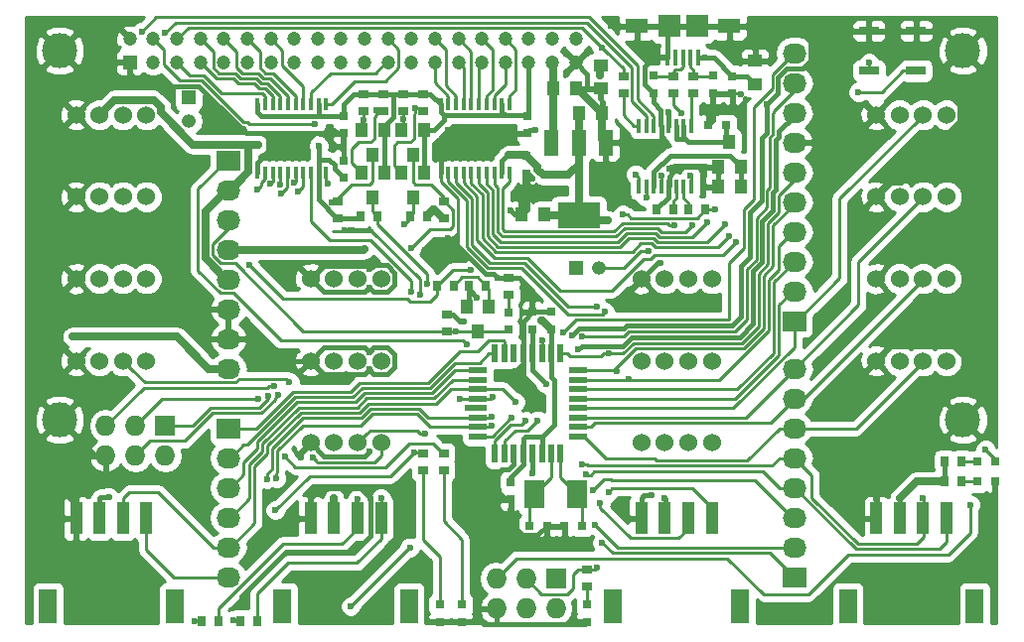
<source format=gtl>
G04 #@! TF.FileFunction,Copper,L1,Top,Signal*
%FSLAX46Y46*%
G04 Gerber Fmt 4.6, Leading zero omitted, Abs format (unit mm)*
G04 Created by KiCad (PCBNEW 4.0.1-2.201512121406+6195~38~ubuntu15.04.1-stable) date Tue 15 Dec 2015 02:37:47 GMT*
%MOMM*%
G01*
G04 APERTURE LIST*
%ADD10C,0.100000*%
%ADD11C,1.524000*%
%ADD12C,3.000000*%
%ADD13R,0.750000X0.800000*%
%ADD14R,0.800000X0.750000*%
%ADD15R,0.797560X0.797560*%
%ADD16R,0.550000X1.600000*%
%ADD17R,1.600000X0.550000*%
%ADD18R,2.032000X1.727200*%
%ADD19O,2.032000X1.727200*%
%ADD20R,1.727200X1.727200*%
%ADD21O,1.727200X1.727200*%
%ADD22R,0.900000X0.800000*%
%ADD23R,0.800000X0.900000*%
%ADD24R,1.219000X2.235000*%
%ADD25R,3.600000X2.200000*%
%ADD26R,0.400000X1.350000*%
%ADD27R,1.900000X1.300000*%
%ADD28R,1.900000X1.900000*%
%ADD29R,1.000000X1.250000*%
%ADD30R,1.700000X2.400000*%
%ADD31R,1.016000X1.200000*%
%ADD32R,1.010000X2.740000*%
%ADD33R,1.500000X3.000000*%
%ADD34R,0.400000X1.000000*%
%ADD35R,0.400000X1.200000*%
%ADD36R,1.200000X1.200000*%
%ADD37O,1.200000X1.200000*%
%ADD38C,1.200000*%
%ADD39R,1.250000X1.000000*%
%ADD40R,1.700000X0.800000*%
%ADD41C,0.600000*%
%ADD42C,0.381000*%
%ADD43C,0.635000*%
%ADD44C,0.254000*%
G04 APERTURE END LIST*
D10*
D11*
X179600000Y-80460000D03*
X177600000Y-80460000D03*
X175600000Y-80460000D03*
X173600000Y-80460000D03*
X179600000Y-66460000D03*
X177600000Y-66460000D03*
X175600000Y-66460000D03*
X173600000Y-66460000D03*
X179600000Y-59460000D03*
X177600000Y-59460000D03*
X175600000Y-59460000D03*
X173600000Y-59460000D03*
X131400000Y-87460000D03*
X129400000Y-87460000D03*
X127400000Y-87460000D03*
X125400000Y-87460000D03*
X111400000Y-66460000D03*
X109400000Y-66460000D03*
X107400000Y-66460000D03*
X105400000Y-66460000D03*
X179600000Y-73460000D03*
X177600000Y-73460000D03*
X175600000Y-73460000D03*
X173600000Y-73460000D03*
X111400000Y-80460000D03*
X109400000Y-80460000D03*
X107400000Y-80460000D03*
X105400000Y-80460000D03*
X111400000Y-73460000D03*
X109400000Y-73460000D03*
X107400000Y-73460000D03*
X105400000Y-73460000D03*
X159600000Y-87460000D03*
X157600000Y-87460000D03*
X155600000Y-87460000D03*
X153600000Y-87460000D03*
X131400000Y-80460000D03*
X129400000Y-80460000D03*
X127400000Y-80460000D03*
X125400000Y-80460000D03*
D12*
X181000000Y-85500000D03*
X104000000Y-85500000D03*
X181000000Y-54000000D03*
D13*
X128190000Y-59540000D03*
X128190000Y-61040000D03*
X143840000Y-59540000D03*
X143840000Y-61040000D03*
X154600000Y-56150000D03*
X154600000Y-57650000D03*
X159700000Y-56150000D03*
X159700000Y-57650000D03*
D14*
X160800000Y-60320000D03*
X159300000Y-60320000D03*
D13*
X128200000Y-64850000D03*
X128200000Y-63350000D03*
X143810000Y-62950000D03*
X143810000Y-64450000D03*
X142450000Y-90800000D03*
X142450000Y-92300000D03*
X145900000Y-77800000D03*
X145900000Y-76300000D03*
X144300000Y-77800000D03*
X144300000Y-76300000D03*
D14*
X148540000Y-94550000D03*
X147040000Y-94550000D03*
X144050000Y-94550000D03*
X145550000Y-94550000D03*
D15*
X136400000Y-101250700D03*
X136400000Y-102749300D03*
X138300000Y-101250700D03*
X138300000Y-102749300D03*
X148950000Y-101250700D03*
X148950000Y-102749300D03*
X182238200Y-89062500D03*
X183736800Y-89062500D03*
X182238200Y-90762500D03*
X183736800Y-90762500D03*
D16*
X141115000Y-88345000D03*
X141915000Y-88345000D03*
X142715000Y-88345000D03*
X143515000Y-88345000D03*
X144315000Y-88345000D03*
X145115000Y-88345000D03*
X145915000Y-88345000D03*
X146715000Y-88345000D03*
D17*
X148165000Y-86895000D03*
X148165000Y-86095000D03*
X148165000Y-85295000D03*
X148165000Y-84495000D03*
X148165000Y-83695000D03*
X148165000Y-82895000D03*
X148165000Y-82095000D03*
X148165000Y-81295000D03*
D16*
X146715000Y-79845000D03*
X145915000Y-79845000D03*
X145115000Y-79845000D03*
X144315000Y-79845000D03*
X143515000Y-79845000D03*
X142715000Y-79845000D03*
X141915000Y-79845000D03*
X141115000Y-79845000D03*
D17*
X139665000Y-81295000D03*
X139665000Y-82095000D03*
X139665000Y-82895000D03*
X139665000Y-83695000D03*
X139665000Y-84495000D03*
X139665000Y-85295000D03*
X139665000Y-86095000D03*
X139665000Y-86895000D03*
D18*
X118370000Y-63360000D03*
D19*
X118370000Y-65900000D03*
X118370000Y-68440000D03*
X118370000Y-70980000D03*
X118370000Y-73520000D03*
X118370000Y-76060000D03*
X118370000Y-78600000D03*
X118370000Y-81140000D03*
D18*
X118370000Y-86220000D03*
D19*
X118370000Y-88760000D03*
X118370000Y-91300000D03*
X118370000Y-93840000D03*
X118370000Y-96380000D03*
X118370000Y-98920000D03*
D20*
X146310000Y-99047000D03*
D21*
X146310000Y-101587000D03*
X143770000Y-99047000D03*
X143770000Y-101587000D03*
X141230000Y-99047000D03*
X141230000Y-101587000D03*
D18*
X166630000Y-77076000D03*
D19*
X166630000Y-74536000D03*
X166630000Y-71996000D03*
X166630000Y-69456000D03*
X166630000Y-66916000D03*
X166630000Y-64376000D03*
X166630000Y-61836000D03*
X166630000Y-59296000D03*
X166630000Y-56756000D03*
X166630000Y-54216000D03*
D18*
X166630000Y-98920000D03*
D19*
X166630000Y-96380000D03*
X166630000Y-93840000D03*
X166630000Y-91300000D03*
X166630000Y-88760000D03*
X166630000Y-86220000D03*
X166630000Y-83680000D03*
X166630000Y-81140000D03*
D22*
X158000000Y-57615000D03*
X158000000Y-56185000D03*
X156300000Y-57615000D03*
X156300000Y-56185000D03*
D23*
X154905000Y-67510000D03*
X156335000Y-67510000D03*
D22*
X137000000Y-76510000D03*
X137000000Y-77940000D03*
X134975000Y-89790000D03*
X134975000Y-88360000D03*
X136725000Y-89790000D03*
X136725000Y-88360000D03*
X148950000Y-98285000D03*
X148950000Y-99715000D03*
X131600000Y-57685000D03*
X131600000Y-59115000D03*
D23*
X179472500Y-90762500D03*
X180902500Y-90762500D03*
X179472500Y-89062500D03*
X180902500Y-89062500D03*
D24*
X150561000Y-61831000D03*
X148250000Y-61831000D03*
X145939000Y-61831000D03*
D25*
X148250000Y-68029000D03*
D12*
X104000000Y-54000000D03*
D26*
X156500000Y-54581000D03*
X157800000Y-54581000D03*
X157150000Y-54581000D03*
X158450000Y-54581000D03*
X155850000Y-54581000D03*
D27*
X153200000Y-51906000D03*
D28*
X155950000Y-51906000D03*
X158350000Y-51906000D03*
D27*
X161100000Y-51906000D03*
D29*
X146050000Y-57240000D03*
X148050000Y-57240000D03*
X148250000Y-59340000D03*
X150250000Y-59340000D03*
D30*
X148150000Y-91850000D03*
X144450000Y-91850000D03*
D13*
X142250000Y-77825000D03*
X142250000Y-76325000D03*
D22*
X142250000Y-74840000D03*
X142250000Y-73410000D03*
D23*
X138885000Y-74075000D03*
X140315000Y-74075000D03*
X159055000Y-67510000D03*
X157625000Y-67510000D03*
D22*
X152050000Y-56210000D03*
X152050000Y-57640000D03*
D29*
X162100000Y-65600000D03*
X160100000Y-65600000D03*
D31*
X160140000Y-63900000D03*
X162040000Y-63900000D03*
X161090000Y-61780000D03*
D23*
X137615000Y-74080000D03*
X136185000Y-74080000D03*
D31*
X140600000Y-75865000D03*
X138700000Y-75865000D03*
X139650000Y-77985000D03*
D32*
X153600000Y-93900000D03*
X155600000Y-93900000D03*
X157600000Y-93900000D03*
X159600000Y-93900000D03*
D33*
X151200000Y-101400000D03*
X162000000Y-101400000D03*
D32*
X125400000Y-93900000D03*
X127400000Y-93900000D03*
X129400000Y-93900000D03*
X131400000Y-93900000D03*
D33*
X123000000Y-101400000D03*
X133800000Y-101400000D03*
D34*
X126715000Y-58600000D03*
X126065000Y-58600000D03*
X125415000Y-58600000D03*
X124765000Y-58600000D03*
X124115000Y-58600000D03*
X123465000Y-58600000D03*
X122815000Y-58600000D03*
X122165000Y-58600000D03*
X121515000Y-58600000D03*
X120865000Y-58600000D03*
X120865000Y-64400000D03*
X121515000Y-64400000D03*
X122165000Y-64400000D03*
X122815000Y-64400000D03*
X123465000Y-64400000D03*
X124115000Y-64400000D03*
X124765000Y-64400000D03*
X125415000Y-64400000D03*
X126065000Y-64400000D03*
X126715000Y-64400000D03*
X142345000Y-58600000D03*
X141695000Y-58600000D03*
X141045000Y-58600000D03*
X140395000Y-58600000D03*
X139745000Y-58600000D03*
X139095000Y-58600000D03*
X138445000Y-58600000D03*
X137795000Y-58600000D03*
X137145000Y-58600000D03*
X136495000Y-58600000D03*
X136495000Y-64400000D03*
X137145000Y-64400000D03*
X137795000Y-64400000D03*
X138445000Y-64400000D03*
X139095000Y-64400000D03*
X139745000Y-64400000D03*
X140395000Y-64400000D03*
X141045000Y-64400000D03*
X141695000Y-64400000D03*
X142345000Y-64400000D03*
D35*
X153377500Y-65600000D03*
X154012500Y-65600000D03*
X154647500Y-65600000D03*
X155282500Y-65600000D03*
X155917500Y-65600000D03*
X156552500Y-65600000D03*
X157187500Y-65600000D03*
X157822500Y-65600000D03*
X157822500Y-60400000D03*
X157187500Y-60400000D03*
X156552500Y-60400000D03*
X155917500Y-60400000D03*
X155282500Y-60400000D03*
X154647500Y-60400000D03*
X154012500Y-60400000D03*
X153377500Y-60400000D03*
D32*
X105400000Y-93900000D03*
X107400000Y-93900000D03*
X109400000Y-93900000D03*
X111400000Y-93900000D03*
D33*
X103000000Y-101400000D03*
X113800000Y-101400000D03*
D32*
X173600000Y-93900000D03*
X175600000Y-93900000D03*
X177600000Y-93900000D03*
X179600000Y-93900000D03*
D33*
X171200000Y-101400000D03*
X182000000Y-101400000D03*
D22*
X129900000Y-57685000D03*
X129900000Y-59115000D03*
D20*
X113000000Y-86000000D03*
D21*
X113000000Y-88540000D03*
X110460000Y-86000000D03*
X110460000Y-88540000D03*
X107920000Y-86000000D03*
X107920000Y-88540000D03*
D11*
X111400000Y-59460000D03*
X109400000Y-59460000D03*
X107400000Y-59460000D03*
X105400000Y-59460000D03*
X159600000Y-80460000D03*
X157600000Y-80460000D03*
X155600000Y-80460000D03*
X153600000Y-80460000D03*
X159600000Y-73460000D03*
X157600000Y-73460000D03*
X155600000Y-73460000D03*
X153600000Y-73460000D03*
X131400000Y-73460000D03*
X129400000Y-73460000D03*
X127400000Y-73460000D03*
X125400000Y-73460000D03*
D36*
X147990000Y-72500000D03*
D37*
X149990000Y-72500000D03*
D36*
X115000000Y-58000000D03*
D37*
X115000000Y-60000000D03*
D36*
X110000000Y-55000000D03*
D38*
X110000000Y-53000000D03*
X120000000Y-55000000D03*
X112000000Y-53000000D03*
X122000000Y-55000000D03*
X114000000Y-53000000D03*
X124000000Y-55000000D03*
X116000000Y-53000000D03*
X126000000Y-55000000D03*
X118000000Y-53000000D03*
X128000000Y-55000000D03*
X120000000Y-53000000D03*
X130000000Y-55000000D03*
X122000000Y-53000000D03*
X132000000Y-55000000D03*
X124000000Y-53000000D03*
X134000000Y-55000000D03*
X126000000Y-53000000D03*
X136000000Y-55000000D03*
X128000000Y-53000000D03*
X138000000Y-55000000D03*
X130000000Y-53000000D03*
X140000000Y-55000000D03*
X132000000Y-53000000D03*
X134000000Y-53000000D03*
X142000000Y-55000000D03*
X136000000Y-53000000D03*
X140000000Y-53000000D03*
X142000000Y-53000000D03*
X144000000Y-53000000D03*
X146000000Y-53000000D03*
X144000000Y-55000000D03*
X146000000Y-55000000D03*
X112000000Y-55000000D03*
X114000000Y-55000000D03*
X116000000Y-55000000D03*
X118000000Y-55000000D03*
X148000000Y-55000000D03*
X148000000Y-53000000D03*
X138000000Y-53000000D03*
D39*
X150130000Y-55250000D03*
X150130000Y-57250000D03*
D22*
X135000000Y-57685000D03*
X135000000Y-59115000D03*
X133300000Y-57685000D03*
X133300000Y-59115000D03*
D29*
X145360000Y-67980000D03*
X143360000Y-67980000D03*
D23*
X119435000Y-102650000D03*
X120865000Y-102650000D03*
X116085000Y-102650000D03*
X117515000Y-102650000D03*
D39*
X163270000Y-56880000D03*
X163270000Y-54880000D03*
D13*
X161350000Y-56160000D03*
X161350000Y-57660000D03*
D40*
X177000000Y-55700000D03*
X177000000Y-52300000D03*
X173000000Y-55700000D03*
X173000000Y-52300000D03*
D31*
X135050000Y-60740000D03*
X133150000Y-60740000D03*
X134100000Y-62860000D03*
X131650000Y-60740000D03*
X129750000Y-60740000D03*
X130700000Y-62860000D03*
X135050000Y-64440000D03*
X133150000Y-64440000D03*
X134100000Y-66560000D03*
X131650000Y-64440000D03*
X129750000Y-64440000D03*
X130700000Y-66560000D03*
D23*
X129670000Y-68100000D03*
X131100000Y-68100000D03*
D22*
X127700000Y-68315000D03*
X127700000Y-66885000D03*
D23*
X135315000Y-68100000D03*
X133885000Y-68100000D03*
D22*
X136800000Y-68315000D03*
X136800000Y-66885000D03*
D41*
X130399999Y-88192876D03*
X164255068Y-58582626D03*
X151000000Y-51900000D03*
X182700000Y-93000000D03*
X119644801Y-60719844D03*
X150250000Y-60300000D03*
X134700000Y-74800000D03*
X128300000Y-69300000D03*
X130400000Y-81200000D03*
X130452754Y-72660104D03*
X137090614Y-69975282D03*
X137100000Y-60795180D03*
X127387272Y-60828659D03*
X144543734Y-60795180D03*
X155223222Y-72097663D03*
X162070000Y-57730000D03*
X154675736Y-54550000D03*
X155977573Y-64027573D03*
X147700000Y-78280000D03*
X143540000Y-82440000D03*
X119530000Y-101360000D03*
X130470000Y-92188960D03*
X130400001Y-79727124D03*
X130400001Y-74192876D03*
X154429152Y-91964821D03*
X142413393Y-67656377D03*
X144338833Y-64880632D03*
X104700000Y-92000000D03*
X142825000Y-81350000D03*
X144300000Y-90050000D03*
X142450000Y-93300000D03*
X155500000Y-61550000D03*
X173600000Y-92200000D03*
X125400000Y-92200000D03*
X141310000Y-73370000D03*
X139600000Y-75050000D03*
X150079823Y-56095301D03*
X120900000Y-62000000D03*
X126100000Y-62100000D03*
X145813491Y-62667845D03*
X145090000Y-77040000D03*
X138500000Y-77130000D03*
X108200000Y-92100000D03*
X175600000Y-92200000D03*
X127400000Y-92200000D03*
X148230835Y-79481290D03*
X145470524Y-82415295D03*
X135887820Y-67546510D03*
X129990000Y-70900000D03*
X150725000Y-68450000D03*
X142250000Y-62920000D03*
X155600000Y-92200000D03*
X181600875Y-92731680D03*
X137800000Y-77985000D03*
X138761131Y-84490000D03*
X182950000Y-88050000D03*
X148565000Y-89295000D03*
X144750000Y-85550000D03*
X177600000Y-92200000D03*
X138684463Y-79062802D03*
X145125000Y-78750000D03*
X105100000Y-78400000D03*
X155316970Y-64667190D03*
X153100000Y-64550000D03*
X129900000Y-59900000D03*
X130994992Y-59050336D03*
X133300000Y-59800000D03*
X134300000Y-58900000D03*
X150268320Y-53761941D03*
X173000000Y-55000000D03*
X172100000Y-57531680D03*
X125800000Y-60290000D03*
X159900000Y-67525000D03*
X152000000Y-68000000D03*
X120172505Y-72269689D03*
X139046419Y-72715398D03*
X120905951Y-83742656D03*
X122789430Y-65400000D03*
X121764074Y-83495206D03*
X122887929Y-66172893D03*
X122259628Y-82604821D03*
X123999051Y-65284556D03*
X122654515Y-83379769D03*
X124343825Y-65981781D03*
X148843369Y-90172188D03*
X143750000Y-85600000D03*
X152500000Y-82025000D03*
X151500000Y-81300000D03*
X149800000Y-98100000D03*
X150800000Y-79850000D03*
X142871129Y-83970002D03*
X148528478Y-78416669D03*
X115550000Y-102650000D03*
X128800000Y-101400000D03*
X133860000Y-96380000D03*
X138156311Y-83695000D03*
X140937761Y-83499820D03*
X146913762Y-78021092D03*
X118850000Y-102600000D03*
X140831971Y-85248406D03*
X121679918Y-90530082D03*
X120880000Y-65840000D03*
X150250000Y-95975000D03*
X140860254Y-86025703D03*
X121971265Y-65339107D03*
X122494418Y-90489912D03*
X149637500Y-94487500D03*
X142521419Y-85348693D03*
X149477812Y-91463813D03*
X135200000Y-86700000D03*
X135307188Y-73877709D03*
X129390000Y-92220000D03*
X125594788Y-88731464D03*
X131400000Y-92200000D03*
X127200000Y-66904820D03*
X154189607Y-71064048D03*
X154020000Y-66530000D03*
X156990000Y-59322198D03*
X157800000Y-64700000D03*
X112975000Y-52500000D03*
X111000000Y-52400000D03*
X149842595Y-75832738D03*
X150099948Y-92569948D03*
X150795180Y-91660000D03*
X150489714Y-76299871D03*
X161689869Y-70324133D03*
X161067850Y-69857139D03*
X160700000Y-68850000D03*
X159222336Y-68632321D03*
X157952520Y-68869621D03*
X156444022Y-68869647D03*
X134000000Y-70800000D03*
X133383856Y-68783856D03*
X122400000Y-93200000D03*
X134200000Y-88300000D03*
X133934779Y-74560617D03*
X123186756Y-88619979D03*
X123600000Y-82300000D03*
X126900000Y-65300000D03*
X158995040Y-54581000D03*
X155940000Y-59260000D03*
D42*
X135050000Y-60740000D02*
X135939000Y-60740000D01*
X135939000Y-60740000D02*
X136750000Y-59929000D01*
X136750000Y-59929000D02*
X136750000Y-59510000D01*
X131650000Y-60469058D02*
X131650000Y-60740000D01*
X132400000Y-57685000D02*
X132418301Y-57703301D01*
X132418301Y-57703301D02*
X132418301Y-59700757D01*
X132418301Y-59700757D02*
X131650000Y-60469058D01*
X131650000Y-60740000D02*
X131650000Y-64440000D01*
X132400000Y-57685000D02*
X131600000Y-57685000D01*
X133300000Y-57685000D02*
X132400000Y-57685000D01*
X135050000Y-60740000D02*
X135050000Y-64440000D01*
X129900000Y-57685000D02*
X129069000Y-57685000D01*
X129069000Y-57685000D02*
X128190000Y-58564000D01*
X128190000Y-58564000D02*
X128190000Y-59540000D01*
X131600000Y-57685000D02*
X129900000Y-57685000D01*
X135000000Y-57685000D02*
X133300000Y-57685000D01*
X136495000Y-58600000D02*
X135580000Y-57685000D01*
X135580000Y-57685000D02*
X135000000Y-57685000D01*
X141990000Y-59510000D02*
X136750000Y-59510000D01*
X144000000Y-55000000D02*
X144000000Y-59350000D01*
X144000000Y-59350000D02*
X143840000Y-59510000D01*
X144000000Y-55000000D02*
X143980000Y-55000000D01*
X126230000Y-59540000D02*
X121160000Y-59540000D01*
X121160000Y-59540000D02*
X120865000Y-59245000D01*
X120865000Y-59245000D02*
X120865000Y-58600000D01*
X128190000Y-59540000D02*
X126230000Y-59540000D01*
X126065000Y-59375000D02*
X126065000Y-58600000D01*
X126230000Y-59540000D02*
X126065000Y-59375000D01*
X136492066Y-59252066D02*
X136492066Y-59252155D01*
X136750000Y-59510000D02*
X136492066Y-59252066D01*
X143840000Y-59510000D02*
X141990000Y-59510000D01*
X141695000Y-59215000D02*
X141695000Y-58570000D01*
X141990000Y-59510000D02*
X141695000Y-59215000D01*
X136492066Y-59252155D02*
X136495000Y-58570000D01*
X130000000Y-88600000D02*
X130399999Y-88200001D01*
X130399999Y-88200001D02*
X130399999Y-88192876D01*
X126540000Y-88600000D02*
X130000000Y-88600000D01*
X125400000Y-87460000D02*
X126540000Y-88600000D01*
X164255068Y-61014932D02*
X164255068Y-58582626D01*
X163823257Y-66816743D02*
X163823257Y-61446743D01*
X162096022Y-72323978D02*
X162810000Y-71610000D01*
X162810000Y-67830000D02*
X163823257Y-66816743D01*
X161340001Y-77450000D02*
X162096022Y-76693979D01*
X148280000Y-77700000D02*
X152069037Y-77700000D01*
X165245690Y-57592004D02*
X165245690Y-56245727D01*
X147700000Y-78280000D02*
X148280000Y-77700000D01*
X164255068Y-58582626D02*
X165245690Y-57592004D01*
X165245690Y-56245727D02*
X165967327Y-55524090D01*
X152319037Y-77450000D02*
X161340001Y-77450000D01*
X167000000Y-55524090D02*
X167292673Y-55524090D01*
X167292673Y-55524090D02*
X168014310Y-54802453D01*
X163823257Y-61446743D02*
X164255068Y-61014932D01*
X168014310Y-52314310D02*
X168000000Y-52300000D01*
X162810000Y-71610000D02*
X162810000Y-67830000D01*
X165967327Y-55524090D02*
X167000000Y-55524090D01*
X152069037Y-77700000D02*
X152319037Y-77450000D01*
X162096022Y-76693979D02*
X162096022Y-72323978D01*
X168014310Y-54802453D02*
X168014310Y-52314310D01*
X153200000Y-51906000D02*
X151006000Y-51906000D01*
X151006000Y-51906000D02*
X151000000Y-51900000D01*
X162825000Y-52300000D02*
X168000000Y-52300000D01*
X168000000Y-52300000D02*
X173000000Y-52300000D01*
X171254000Y-61836000D02*
X172400000Y-60690000D01*
X172400000Y-60690000D02*
X173630000Y-59460000D01*
X125400000Y-80460000D02*
X121860000Y-80460000D01*
X121860000Y-80460000D02*
X120000000Y-78600000D01*
X120000000Y-78600000D02*
X118370000Y-78600000D01*
X182700000Y-93000000D02*
X183736800Y-91963200D01*
X183736800Y-91963200D02*
X183736800Y-90762500D01*
X128190000Y-61040000D02*
X127700000Y-61040000D01*
X127700000Y-61040000D02*
X121800000Y-61040000D01*
X127387272Y-60828659D02*
X127488659Y-60828659D01*
X127488659Y-60828659D02*
X127700000Y-61040000D01*
X121800000Y-61040000D02*
X119964957Y-61040000D01*
X121800000Y-61040000D02*
X121800000Y-62584000D01*
X121800000Y-62584000D02*
X120865000Y-63519000D01*
X120865000Y-63519000D02*
X120865000Y-64400000D01*
X119944800Y-61019843D02*
X119644801Y-60719844D01*
X115894641Y-57031699D02*
X119582786Y-60719844D01*
X111050699Y-57031699D02*
X115894641Y-57031699D01*
X110000000Y-55981000D02*
X111050699Y-57031699D01*
X110000000Y-55000000D02*
X110000000Y-55981000D01*
X119582786Y-60719844D02*
X119644801Y-60719844D01*
X119964957Y-61040000D02*
X119944800Y-61019843D01*
X177000000Y-52300000D02*
X179300000Y-52300000D01*
X179300000Y-52300000D02*
X181000000Y-54000000D01*
X173000000Y-52300000D02*
X177000000Y-52300000D01*
X162431000Y-51906000D02*
X162825000Y-52300000D01*
X148050000Y-57240000D02*
X149000000Y-57240000D01*
X149000000Y-57240000D02*
X150120000Y-57240000D01*
X148990000Y-56300000D02*
X148990000Y-57230000D01*
X148990000Y-57230000D02*
X149000000Y-57240000D01*
X148000000Y-55000000D02*
X148990000Y-55990000D01*
X148990000Y-55990000D02*
X148990000Y-56300000D01*
X148000000Y-57190000D02*
X148050000Y-57240000D01*
X150120000Y-57240000D02*
X150130000Y-57250000D01*
D43*
X150250000Y-60300000D02*
X150250000Y-61520000D01*
X150250000Y-59340000D02*
X150250000Y-60300000D01*
D44*
X134700000Y-73500000D02*
X134700000Y-74800000D01*
X130500000Y-69300000D02*
X134700000Y-73500000D01*
X128300000Y-69300000D02*
X130500000Y-69300000D01*
D42*
X130400000Y-81200000D02*
X130009699Y-81590301D01*
X130009699Y-81590301D02*
X126530301Y-81590301D01*
X126530301Y-81590301D02*
X125400000Y-80460000D01*
X128190000Y-61040000D02*
X128190000Y-63340000D01*
X128190000Y-63340000D02*
X128200000Y-63350000D01*
X128190000Y-61040000D02*
X128190000Y-61110000D01*
D44*
X137514878Y-69975282D02*
X137090614Y-69975282D01*
X137986612Y-66645612D02*
X137986612Y-69503548D01*
X136495000Y-65154000D02*
X137986612Y-66645612D01*
X136495000Y-64400000D02*
X136495000Y-65154000D01*
X137986612Y-69503548D02*
X137514878Y-69975282D01*
D42*
X131942545Y-79329699D02*
X132530301Y-79917455D01*
X130797426Y-79329699D02*
X131942545Y-79329699D01*
X130400001Y-79727124D02*
X130797426Y-79329699D01*
X132530301Y-79917455D02*
X132530301Y-81002545D01*
X132530301Y-81002545D02*
X131942545Y-81590301D01*
X131942545Y-81590301D02*
X130790301Y-81590301D01*
X130790301Y-81590301D02*
X130400000Y-81200000D01*
X130400001Y-74192876D02*
X130002576Y-74590301D01*
X130002576Y-74590301D02*
X126530301Y-74590301D01*
X126530301Y-74590301D02*
X125400000Y-73460000D01*
X130452754Y-72660104D02*
X130122349Y-72329699D01*
X130122349Y-72329699D02*
X126530301Y-72329699D01*
X126530301Y-72329699D02*
X125400000Y-73460000D01*
X131900000Y-72300000D02*
X130812858Y-72300000D01*
X130812858Y-72300000D02*
X130452754Y-72660104D01*
X132530301Y-72930301D02*
X131900000Y-72300000D01*
X132530301Y-74002545D02*
X132530301Y-72930301D01*
X131942545Y-74590301D02*
X132530301Y-74002545D01*
X130400001Y-74192876D02*
X130797426Y-74590301D01*
X130797426Y-74590301D02*
X131942545Y-74590301D01*
X141310000Y-73370000D02*
X141010001Y-73070001D01*
X140346168Y-73070001D02*
X137551448Y-70275281D01*
X137390613Y-70275281D02*
X137090614Y-69975282D01*
X141010001Y-73070001D02*
X140346168Y-73070001D01*
X137551448Y-70275281D02*
X137390613Y-70275281D01*
X136495000Y-64400000D02*
X136495000Y-61400180D01*
X136495000Y-61400180D02*
X137100000Y-60795180D01*
X144084820Y-60795180D02*
X144119470Y-60795180D01*
X144119470Y-60795180D02*
X144543734Y-60795180D01*
X143840000Y-61040000D02*
X144084820Y-60795180D01*
X154962337Y-72097663D02*
X155223222Y-72097663D01*
X153600000Y-73460000D02*
X154962337Y-72097663D01*
X126250000Y-91350000D02*
X129631040Y-91350000D01*
X125400000Y-92200000D02*
X126250000Y-91350000D01*
X129631040Y-91350000D02*
X130470000Y-92188960D01*
D44*
X161350000Y-57660000D02*
X162000000Y-57660000D01*
X162000000Y-57660000D02*
X162070000Y-57730000D01*
X159700000Y-57650000D02*
X161340000Y-57650000D01*
X161340000Y-57650000D02*
X161350000Y-57660000D01*
D42*
X161100000Y-51906000D02*
X162431000Y-51906000D01*
X163270000Y-52745000D02*
X163270000Y-54880000D01*
X162431000Y-51906000D02*
X163270000Y-52745000D01*
X159700000Y-57650000D02*
X159700000Y-59920000D01*
X159700000Y-59920000D02*
X159300000Y-60320000D01*
X154600000Y-57650000D02*
X154600000Y-57625000D01*
X154600000Y-57625000D02*
X153856699Y-56881699D01*
X154675736Y-54550000D02*
X155100000Y-54550000D01*
X153856699Y-56881699D02*
X153856699Y-55369037D01*
X153856699Y-55369037D02*
X154675736Y-54550000D01*
X155984199Y-64705359D02*
X156277572Y-64411986D01*
X156277572Y-64327572D02*
X155977573Y-64027573D01*
X156277572Y-64411986D02*
X156277572Y-64327572D01*
X156105146Y-63900000D02*
X155977573Y-64027573D01*
X155984199Y-65533301D02*
X155984199Y-64705359D01*
X155917500Y-65600000D02*
X155984199Y-65533301D01*
X160140000Y-63900000D02*
X156105146Y-63900000D01*
X160100000Y-65600000D02*
X160100000Y-63940000D01*
X160100000Y-63940000D02*
X160140000Y-63900000D01*
D43*
X179220000Y-57000000D02*
X179220000Y-55780000D01*
X179220000Y-55780000D02*
X181000000Y-54000000D01*
X180857301Y-58637301D02*
X179220000Y-57000000D01*
X173600000Y-66460000D02*
X174857301Y-65202699D01*
X174857301Y-65202699D02*
X175718107Y-65202699D01*
X175718107Y-65202699D02*
X180857301Y-60063505D01*
X180857301Y-60063505D02*
X180857301Y-58637301D01*
D42*
X155282500Y-60400000D02*
X155251699Y-60369199D01*
X155251699Y-59082699D02*
X154600000Y-58431000D01*
X155251699Y-60369199D02*
X155251699Y-59082699D01*
X154600000Y-58431000D02*
X154600000Y-57650000D01*
X143515000Y-82415000D02*
X143540000Y-82440000D01*
X143515000Y-79845000D02*
X143515000Y-82415000D01*
X123270000Y-96790000D02*
X119530000Y-100530000D01*
X119530000Y-100530000D02*
X119530000Y-101360000D01*
X129047942Y-96790000D02*
X123270000Y-96790000D01*
X130470000Y-92188960D02*
X130470000Y-95367942D01*
X130470000Y-95367942D02*
X129047942Y-96790000D01*
X130400001Y-79727124D02*
X130002576Y-79329699D01*
X126530301Y-79329699D02*
X125400000Y-80460000D01*
X130002576Y-79329699D02*
X126530301Y-79329699D01*
D43*
X143810000Y-64450000D02*
X143810000Y-67530000D01*
X143810000Y-67530000D02*
X143360000Y-67980000D01*
D42*
X153784179Y-91964821D02*
X154429152Y-91964821D01*
X153600000Y-92149000D02*
X153784179Y-91964821D01*
X153600000Y-93900000D02*
X153600000Y-92149000D01*
X143360000Y-67980000D02*
X142737016Y-67980000D01*
X142737016Y-67980000D02*
X142413393Y-67656377D01*
X141300000Y-90100000D02*
X141300000Y-91550000D01*
X141300000Y-90100000D02*
X141650000Y-89750000D01*
X142050000Y-92300000D02*
X142450000Y-92300000D01*
X142300000Y-89750000D02*
X142715000Y-89335000D01*
X142715000Y-88345000D02*
X142715000Y-89335000D01*
X141300000Y-91550000D02*
X142050000Y-92300000D01*
X141650000Y-89750000D02*
X142300000Y-89750000D01*
X143810000Y-64450000D02*
X143908201Y-64450000D01*
X144038834Y-64580633D02*
X144338833Y-64880632D01*
X143908201Y-64450000D02*
X144038834Y-64580633D01*
D43*
X150250000Y-61520000D02*
X150561000Y-61831000D01*
X148050000Y-57240000D02*
X148150000Y-57240000D01*
X148150000Y-57240000D02*
X150250000Y-59340000D01*
D44*
X153600000Y-94765000D02*
X153600000Y-93900000D01*
D42*
X155917500Y-65600000D02*
X155917500Y-66482962D01*
X155917500Y-66482962D02*
X154905000Y-67495462D01*
X154905000Y-67495462D02*
X154905000Y-67510000D01*
X141350000Y-73410000D02*
X142250000Y-73410000D01*
X141310000Y-73370000D02*
X141350000Y-73410000D01*
X105400000Y-93900000D02*
X105400000Y-92700000D01*
X105400000Y-92700000D02*
X104700000Y-92000000D01*
X107040000Y-88540000D02*
X107920000Y-88540000D01*
X104000000Y-85500000D02*
X107040000Y-88540000D01*
X138885000Y-74075000D02*
X138885000Y-74335000D01*
X138885000Y-74335000D02*
X139600000Y-75050000D01*
X142250000Y-73410000D02*
X143210000Y-73410000D01*
X144300000Y-74500000D02*
X144300000Y-76300000D01*
X143210000Y-73410000D02*
X144300000Y-74500000D01*
X143515000Y-79845000D02*
X143515000Y-77085000D01*
X143515000Y-77085000D02*
X144300000Y-76300000D01*
X143515000Y-80660000D02*
X143515000Y-79845000D01*
X142825000Y-81350000D02*
X143515000Y-80660000D01*
X173630000Y-80460000D02*
X173640000Y-80460000D01*
X173640000Y-80460000D02*
X174900000Y-79200000D01*
X182950000Y-83550000D02*
X181000000Y-85500000D01*
X182950000Y-81950000D02*
X182950000Y-83550000D01*
X180200000Y-79200000D02*
X182950000Y-81950000D01*
X174900000Y-79200000D02*
X180200000Y-79200000D01*
X138300000Y-102749300D02*
X136400000Y-102749300D01*
X141100000Y-102925000D02*
X148774300Y-102925000D01*
X148774300Y-102925000D02*
X148950000Y-102749300D01*
X138300000Y-102749300D02*
X139999300Y-102749300D01*
X141230000Y-102795000D02*
X141230000Y-101587000D01*
X141100000Y-102925000D02*
X141230000Y-102795000D01*
X140175000Y-102925000D02*
X141100000Y-102925000D01*
X139999300Y-102749300D02*
X140175000Y-102925000D01*
X144315000Y-88345000D02*
X144315000Y-90035000D01*
X144315000Y-90035000D02*
X144300000Y-90050000D01*
X154600000Y-57650000D02*
X154600000Y-57950000D01*
X155131000Y-54581000D02*
X155850000Y-54581000D01*
X155100000Y-54550000D02*
X155131000Y-54581000D01*
X155850000Y-54581000D02*
X155850000Y-52006000D01*
X155850000Y-52006000D02*
X155950000Y-51906000D01*
X155282500Y-60400000D02*
X155282500Y-61332500D01*
X155282500Y-61332500D02*
X155500000Y-61550000D01*
X144300000Y-76300000D02*
X145900000Y-76300000D01*
X138885000Y-74075000D02*
X138885000Y-75680000D01*
X138885000Y-75680000D02*
X138700000Y-75865000D01*
X142450000Y-92300000D02*
X142450000Y-93300000D01*
X142450000Y-93300000D02*
X142450000Y-94350000D01*
X142450000Y-94350000D02*
X143450000Y-95350000D01*
X144750000Y-95350000D02*
X143450000Y-95350000D01*
X144750000Y-95350000D02*
X145550000Y-94550000D01*
X166630000Y-61836000D02*
X171254000Y-61836000D01*
X145550000Y-94550000D02*
X147040000Y-94550000D01*
X105400000Y-93100000D02*
X105400000Y-93900000D01*
X173630000Y-93900000D02*
X173630000Y-92230000D01*
X173630000Y-92230000D02*
X173600000Y-92200000D01*
X125400000Y-92200000D02*
X125400000Y-93900000D01*
X153213000Y-51919000D02*
X153200000Y-51906000D01*
X158350000Y-51906000D02*
X161100000Y-51906000D01*
X155950000Y-51906000D02*
X158350000Y-51906000D01*
X153200000Y-51906000D02*
X155950000Y-51906000D01*
D43*
X150079823Y-56095301D02*
X150079823Y-55300177D01*
X150079823Y-55300177D02*
X150130000Y-55250000D01*
X175600000Y-92200000D02*
X177037500Y-90762500D01*
X177037500Y-90762500D02*
X179472500Y-90762500D01*
X120100000Y-62000000D02*
X115378954Y-62000000D01*
X120900000Y-62000000D02*
X120100000Y-62000000D01*
X120100000Y-62000000D02*
X120100000Y-64322400D01*
X120100000Y-64322400D02*
X118522400Y-65900000D01*
X118522400Y-65900000D02*
X118370000Y-65900000D01*
X115378954Y-62000000D02*
X112657301Y-59278347D01*
X112657301Y-59278347D02*
X112657301Y-58856495D01*
X112003505Y-58202699D02*
X108657301Y-58202699D01*
X112657301Y-58856495D02*
X112003505Y-58202699D01*
X108657301Y-58202699D02*
X108161999Y-58698001D01*
X108161999Y-58698001D02*
X107400000Y-59460000D01*
D42*
X126065000Y-63300000D02*
X126977942Y-63300000D01*
X127444000Y-64069000D02*
X128200000Y-64825000D01*
X127444000Y-63766058D02*
X127444000Y-64069000D01*
X126977942Y-63300000D02*
X127444000Y-63766058D01*
X128200000Y-64825000D02*
X128200000Y-64850000D01*
X126065000Y-63300000D02*
X126065000Y-62135000D01*
X126065000Y-64400000D02*
X126065000Y-63300000D01*
X126065000Y-62135000D02*
X126100000Y-62100000D01*
X127700000Y-68315000D02*
X129455000Y-68315000D01*
X129455000Y-68315000D02*
X129670000Y-68100000D01*
X126065000Y-64400000D02*
X126065000Y-66730000D01*
X126065000Y-66730000D02*
X127650000Y-68315000D01*
X127650000Y-68315000D02*
X127700000Y-68315000D01*
D43*
X116426879Y-67690721D02*
X116426879Y-71729279D01*
X116426879Y-71729279D02*
X118217600Y-73520000D01*
X118217600Y-73520000D02*
X118370000Y-73520000D01*
X118370000Y-65900000D02*
X118217600Y-65900000D01*
X118217600Y-65900000D02*
X116426879Y-67690721D01*
X145939000Y-61831000D02*
X145834699Y-61935301D01*
D42*
X145915000Y-79845000D02*
X145915000Y-81870685D01*
X145915000Y-81870685D02*
X146138825Y-82094510D01*
X146138825Y-82094510D02*
X146138825Y-85876175D01*
X146138825Y-85876175D02*
X145115000Y-86900000D01*
D43*
X145090000Y-77040000D02*
X145140000Y-77040000D01*
X145140000Y-77040000D02*
X145900000Y-77800000D01*
X145813491Y-61956509D02*
X145813491Y-62243581D01*
X145939000Y-61831000D02*
X145813491Y-61956509D01*
X145813491Y-62243581D02*
X145813491Y-62667845D01*
X150100000Y-55220000D02*
X150130000Y-55250000D01*
X146050000Y-57240000D02*
X146050000Y-55050000D01*
X146050000Y-55050000D02*
X146000000Y-55000000D01*
X145939000Y-61831000D02*
X146050000Y-61720000D01*
X146050000Y-61720000D02*
X146050000Y-57240000D01*
X127400000Y-92200000D02*
X127400000Y-93900000D01*
D42*
X145900000Y-77800000D02*
X145900000Y-77775000D01*
X137000000Y-76510000D02*
X137490000Y-76510000D01*
X138110000Y-77130000D02*
X138500000Y-77130000D01*
X137490000Y-76510000D02*
X138110000Y-77130000D01*
X107400000Y-93900000D02*
X107400000Y-92200000D01*
X107400000Y-92200000D02*
X107500000Y-92100000D01*
X107500000Y-92100000D02*
X108200000Y-92100000D01*
X142450000Y-90800000D02*
X142450000Y-90390266D01*
X143515000Y-89325266D02*
X143515000Y-88345000D01*
X142450000Y-90390266D02*
X143515000Y-89325266D01*
D43*
X118370000Y-73520000D02*
X118370000Y-73545000D01*
D42*
X179472500Y-89062500D02*
X179472500Y-90762500D01*
X143515000Y-88345000D02*
X143515000Y-87135000D01*
X143515000Y-87135000D02*
X143750000Y-86900000D01*
X143750000Y-86900000D02*
X145115000Y-86900000D01*
X145115000Y-86900000D02*
X145115000Y-88345000D01*
X175630000Y-59460000D02*
X175560000Y-59460000D01*
X142450000Y-90800000D02*
X142450000Y-90650000D01*
X145900000Y-77800000D02*
X145900000Y-79830000D01*
X145900000Y-79830000D02*
X145915000Y-79845000D01*
X175630000Y-93900000D02*
X175630000Y-92230000D01*
X175630000Y-92230000D02*
X175600000Y-92200000D01*
X152001510Y-79181291D02*
X148530834Y-79181291D01*
X152742179Y-78440622D02*
X152001510Y-79181291D01*
X163890620Y-68530329D02*
X163890620Y-72020329D01*
X148530834Y-79181291D02*
X148230835Y-79481290D01*
X164813879Y-67607070D02*
X163890620Y-68530329D01*
X165070620Y-65850329D02*
X164813879Y-66107070D01*
X165310622Y-61360328D02*
X165070620Y-61600330D01*
X166630000Y-59296000D02*
X166630000Y-59550948D01*
X164813879Y-66107070D02*
X164813879Y-67607070D01*
X166630000Y-59550948D02*
X165310622Y-60870326D01*
X163890620Y-72020329D02*
X163086644Y-72824304D01*
X161961845Y-78440622D02*
X152742179Y-78440622D01*
X163086644Y-77315823D02*
X161961845Y-78440622D01*
X163086644Y-72824304D02*
X163086644Y-77315823D01*
X165070620Y-61600330D02*
X165070620Y-65850329D01*
X165310622Y-60870326D02*
X165310622Y-61360328D01*
X144315000Y-81259771D02*
X145470524Y-82415295D01*
X144315000Y-79845000D02*
X144315000Y-81259771D01*
X144300000Y-77800000D02*
X144300000Y-79830000D01*
X144300000Y-79830000D02*
X144315000Y-79845000D01*
D43*
X136800000Y-68315000D02*
X136656310Y-68315000D01*
X136656310Y-68315000D02*
X135887820Y-67546510D01*
X135887820Y-67546510D02*
X135868490Y-67546510D01*
X135868490Y-67546510D02*
X135315000Y-68100000D01*
X129910000Y-70980000D02*
X129990000Y-70900000D01*
X118370000Y-70980000D02*
X129910000Y-70980000D01*
X150725000Y-68450000D02*
X148671000Y-68450000D01*
X148671000Y-68450000D02*
X148250000Y-68029000D01*
X148250000Y-68029000D02*
X145409000Y-68029000D01*
X145409000Y-68029000D02*
X145360000Y-67980000D01*
X148250000Y-61831000D02*
X148250000Y-68029000D01*
X148250000Y-63727645D02*
X148250000Y-61831000D01*
X145197238Y-64614286D02*
X147363359Y-64614286D01*
X143810000Y-62950000D02*
X144764698Y-63904698D01*
X144764698Y-63904698D02*
X144764698Y-64181746D01*
X147363359Y-64614286D02*
X148250000Y-63727645D01*
X144764698Y-64181746D02*
X145197238Y-64614286D01*
D42*
X155600000Y-92200000D02*
X155630000Y-92230000D01*
D43*
X148250000Y-61831000D02*
X148250000Y-59340000D01*
D42*
X155630000Y-92230000D02*
X155630000Y-93900000D01*
X142250000Y-62920000D02*
X142180000Y-62920000D01*
X142180000Y-62920000D02*
X141695000Y-63405000D01*
D43*
X143820000Y-62910000D02*
X143810000Y-62920000D01*
D42*
X141695000Y-63405000D02*
X141695000Y-64370000D01*
D43*
X142250000Y-62920000D02*
X143810000Y-62920000D01*
D44*
X180902500Y-89062500D02*
X182238200Y-89062500D01*
X181600875Y-95149125D02*
X181600875Y-93155944D01*
X171250000Y-96975000D02*
X179775000Y-96975000D01*
X179775000Y-96975000D02*
X181600875Y-95149125D01*
X167825000Y-100400000D02*
X171250000Y-96975000D01*
X164020000Y-100400000D02*
X167825000Y-100400000D01*
X160920000Y-97300000D02*
X164020000Y-100400000D01*
X142977000Y-97300000D02*
X160920000Y-97300000D01*
X141230000Y-99047000D02*
X142977000Y-97300000D01*
X181600875Y-93155944D02*
X181600875Y-92731680D01*
X137800000Y-77985000D02*
X137045000Y-77985000D01*
X139650000Y-77985000D02*
X137800000Y-77985000D01*
X117049190Y-71463971D02*
X117049190Y-70496029D01*
X117049190Y-70496029D02*
X118370000Y-69175219D01*
X117733629Y-72148410D02*
X117049190Y-71463971D01*
X124783901Y-77940000D02*
X118992311Y-72148410D01*
X137000000Y-77940000D02*
X124783901Y-77940000D01*
X118370000Y-69175219D02*
X118370000Y-68440000D01*
X118992311Y-72148410D02*
X117733629Y-72148410D01*
X139665000Y-84495000D02*
X139660000Y-84490000D01*
X139185395Y-84490000D02*
X138761131Y-84490000D01*
X139660000Y-84490000D02*
X139185395Y-84490000D01*
X182950000Y-88050000D02*
X183736800Y-88836800D01*
X183736800Y-88836800D02*
X183736800Y-89062500D01*
X137045000Y-77985000D02*
X137000000Y-77940000D01*
X139315000Y-77985000D02*
X139650000Y-77985000D01*
X139650000Y-77985000D02*
X142090000Y-77985000D01*
X142090000Y-77985000D02*
X142250000Y-77825000D01*
X180902500Y-90762500D02*
X182238200Y-90762500D01*
X177630000Y-92230000D02*
X177600000Y-92200000D01*
X177081802Y-96068198D02*
X177630000Y-95520000D01*
X168125000Y-92139340D02*
X172053858Y-96068198D01*
X168125000Y-90225000D02*
X168125000Y-92139340D01*
X166660000Y-88760000D02*
X168125000Y-90225000D01*
X166630000Y-88760000D02*
X166660000Y-88760000D01*
X172053858Y-96068198D02*
X177081802Y-96068198D01*
X177630000Y-93900000D02*
X177630000Y-92230000D01*
X177630000Y-95520000D02*
X177630000Y-93900000D01*
X141915000Y-88345000D02*
X141915000Y-87291000D01*
X143914695Y-86385305D02*
X144750000Y-85550000D01*
X142820695Y-86385305D02*
X143914695Y-86385305D01*
X141915000Y-87291000D02*
X142820695Y-86385305D01*
X165360000Y-88760000D02*
X166630000Y-88760000D01*
X164729577Y-89390423D02*
X165360000Y-88760000D01*
X148565000Y-89295000D02*
X148989264Y-89295000D01*
X148989264Y-89295000D02*
X149084687Y-89390423D01*
X149084687Y-89390423D02*
X164729577Y-89390423D01*
X148690000Y-86895000D02*
X150595000Y-88800000D01*
X165360000Y-86220000D02*
X166630000Y-86220000D01*
X150595000Y-88800000D02*
X154750462Y-88800000D01*
X154750462Y-88800000D02*
X154909074Y-88958612D01*
X148165000Y-86895000D02*
X148690000Y-86895000D01*
X154909074Y-88958612D02*
X162621388Y-88958612D01*
X162621388Y-88958612D02*
X165360000Y-86220000D01*
X166630000Y-86220000D02*
X171870000Y-86220000D01*
X171870000Y-86220000D02*
X177630000Y-80460000D01*
X148165000Y-86095000D02*
X149281802Y-86095000D01*
X164583198Y-85726802D02*
X166630000Y-83680000D01*
X149650000Y-85726802D02*
X164583198Y-85726802D01*
X149281802Y-86095000D02*
X149650000Y-85726802D01*
X166630000Y-83680000D02*
X167410000Y-83680000D01*
X167410000Y-83680000D02*
X177630000Y-73460000D01*
X148165000Y-85295000D02*
X162475000Y-85295000D01*
X162475000Y-85295000D02*
X166630000Y-81140000D01*
X166630000Y-81140000D02*
X166660000Y-81140000D01*
X166660000Y-81140000D02*
X172100000Y-75700000D01*
X172100000Y-75700000D02*
X172100000Y-71990000D01*
X172100000Y-71990000D02*
X177630000Y-66460000D01*
X148165000Y-84495000D02*
X161405036Y-84495000D01*
X161405036Y-84495000D02*
X166630000Y-79270036D01*
X166630000Y-79270036D02*
X166630000Y-77076000D01*
X166630000Y-77076000D02*
X166824000Y-77076000D01*
X166824000Y-77076000D02*
X170500000Y-73400000D01*
X170500000Y-66590000D02*
X177630000Y-59460000D01*
X170500000Y-73400000D02*
X170500000Y-66590000D01*
X166630000Y-77076000D02*
X166630000Y-77070000D01*
X161594364Y-83695000D02*
X165309199Y-79980165D01*
X165309199Y-79980165D02*
X165309199Y-75704401D01*
X148165000Y-83695000D02*
X161594364Y-83695000D01*
X165309199Y-75704401D02*
X166477600Y-74536000D01*
X166477600Y-74536000D02*
X166630000Y-74536000D01*
X161783692Y-82895000D02*
X164877388Y-79801304D01*
X148165000Y-82895000D02*
X161783692Y-82895000D01*
X164877388Y-79801304D02*
X164877388Y-73748612D01*
X164877388Y-73748612D02*
X166630000Y-71996000D01*
X115804569Y-72759350D02*
X117733629Y-74688410D01*
X138371661Y-78750000D02*
X138684463Y-79062802D01*
X118370000Y-63360000D02*
X118217600Y-63360000D01*
X122864781Y-78750000D02*
X138371661Y-78750000D01*
X117733629Y-74688410D02*
X118803191Y-74688410D01*
X118803191Y-74688410D02*
X122864781Y-78750000D01*
X118217600Y-63360000D02*
X115804569Y-65773031D01*
X115804569Y-65773031D02*
X115804569Y-72759350D01*
X145115000Y-79845000D02*
X145115000Y-78760000D01*
X145115000Y-78760000D02*
X145125000Y-78750000D01*
X139624039Y-79667603D02*
X140551443Y-78740199D01*
X129606923Y-82367701D02*
X135407299Y-82367701D01*
X128838679Y-83135945D02*
X129606923Y-82367701D01*
X123870485Y-83135945D02*
X128838679Y-83135945D01*
X141864199Y-78740199D02*
X141915000Y-78791000D01*
X118370000Y-86220000D02*
X120786430Y-86220000D01*
X135407299Y-82367701D02*
X138107397Y-79667603D01*
X120786430Y-86220000D02*
X123870485Y-83135945D01*
X140551443Y-78740199D02*
X141864199Y-78740199D01*
X141915000Y-78791000D02*
X141915000Y-79845000D01*
X138107397Y-79667603D02*
X139624039Y-79667603D01*
X135586160Y-82799512D02*
X137735663Y-80650009D01*
X129017540Y-83567756D02*
X129785784Y-82799512D01*
X137735663Y-80650009D02*
X139780991Y-80650009D01*
X118370000Y-88760000D02*
X118522400Y-88760000D01*
X119640000Y-87642400D02*
X119974702Y-87642400D01*
X119974702Y-87642400D02*
X124049346Y-83567756D01*
X129785784Y-82799512D02*
X135586160Y-82799512D01*
X140586000Y-79845000D02*
X141115000Y-79845000D01*
X139780991Y-80650009D02*
X140586000Y-79845000D01*
X124049346Y-83567756D02*
X129017540Y-83567756D01*
X118522400Y-88760000D02*
X119640000Y-87642400D01*
X119640000Y-90182400D02*
X118522400Y-91300000D01*
X135765021Y-83231323D02*
X129964645Y-83231323D01*
X137701344Y-81295000D02*
X135765021Y-83231323D01*
X139665000Y-81295000D02*
X137701344Y-81295000D01*
X129196401Y-83999567D02*
X124228207Y-83999567D01*
X120854711Y-87952595D02*
X119640000Y-89167306D01*
X119640000Y-89167306D02*
X119640000Y-90182400D01*
X129964645Y-83231323D02*
X129196401Y-83999567D01*
X120854711Y-87373063D02*
X120854711Y-87952595D01*
X124228207Y-83999567D02*
X120854711Y-87373063D01*
X118522400Y-91300000D02*
X118370000Y-91300000D01*
X120181793Y-89267325D02*
X120181793Y-92180607D01*
X121286522Y-88162597D02*
X120181793Y-89267325D01*
X120181793Y-92180607D02*
X118522400Y-93840000D01*
X118522400Y-93840000D02*
X118370000Y-93840000D01*
X124407068Y-84431378D02*
X121286522Y-87551924D01*
X135943882Y-83663134D02*
X130143506Y-83663134D01*
X139665000Y-82095000D02*
X137512016Y-82095000D01*
X137512016Y-82095000D02*
X135943882Y-83663134D01*
X121286522Y-87551924D02*
X121286522Y-88162597D01*
X129375262Y-84431378D02*
X124407068Y-84431378D01*
X130143506Y-83663134D02*
X129375262Y-84431378D01*
D43*
X118370000Y-81140000D02*
X116719000Y-81140000D01*
X116719000Y-81140000D02*
X113979000Y-78400000D01*
X105524264Y-78400000D02*
X105100000Y-78400000D01*
X113979000Y-78400000D02*
X105524264Y-78400000D01*
D44*
X155282500Y-65600000D02*
X155282500Y-64701660D01*
X155282500Y-64701660D02*
X155316970Y-64667190D01*
X153377500Y-65600000D02*
X153377500Y-64827500D01*
X153377500Y-64827500D02*
X153100000Y-64550000D01*
X129900000Y-59115000D02*
X129900000Y-59900000D01*
X129900000Y-59900000D02*
X129900000Y-60590000D01*
X129900000Y-59115000D02*
X129851801Y-59163199D01*
X129900000Y-60590000D02*
X129750000Y-60740000D01*
X130994992Y-59050336D02*
X130994992Y-59474600D01*
X130994992Y-59474600D02*
X130800000Y-59669592D01*
X130800000Y-59669592D02*
X130800000Y-61500000D01*
X131600000Y-59115000D02*
X131535336Y-59050336D01*
X131419256Y-59050336D02*
X130994992Y-59050336D01*
X131535336Y-59050336D02*
X131419256Y-59050336D01*
X131600000Y-59115000D02*
X131550000Y-59115000D01*
X130500000Y-61800000D02*
X129500000Y-61800000D01*
X129500000Y-61800000D02*
X128900000Y-62400000D01*
X130800000Y-61500000D02*
X130500000Y-61800000D01*
X128900000Y-62400000D02*
X128900000Y-63600000D01*
X128900000Y-63600000D02*
X129740000Y-64440000D01*
X129740000Y-64440000D02*
X129750000Y-64440000D01*
X133300000Y-59115000D02*
X133300000Y-59800000D01*
X133300000Y-59800000D02*
X133300000Y-60590000D01*
X133300000Y-60590000D02*
X133150000Y-60740000D01*
X134300000Y-58900000D02*
X134300000Y-59324264D01*
X134300000Y-59324264D02*
X134200000Y-59424264D01*
X134200000Y-59424264D02*
X134200000Y-61500000D01*
X134300000Y-58900000D02*
X134785000Y-58900000D01*
X134785000Y-58900000D02*
X135000000Y-59115000D01*
X132500000Y-63800000D02*
X133140000Y-64440000D01*
X133140000Y-64440000D02*
X133150000Y-64440000D01*
X132500000Y-62100000D02*
X132500000Y-63800000D01*
X132800000Y-61800000D02*
X132500000Y-62100000D01*
X133900000Y-61800000D02*
X132800000Y-61800000D01*
X134200000Y-61500000D02*
X133900000Y-61800000D01*
X135000000Y-59115000D02*
X134950000Y-59115000D01*
X115104577Y-56104577D02*
X114000000Y-55000000D01*
X116278666Y-56104577D02*
X115104577Y-56104577D01*
X117806131Y-57632043D02*
X116278666Y-56104577D01*
X121301043Y-57632043D02*
X117806131Y-57632043D01*
X121515000Y-58600000D02*
X121515000Y-57846000D01*
X121515000Y-57846000D02*
X121301043Y-57632043D01*
X118776163Y-56336611D02*
X117386834Y-56336611D01*
X116050223Y-55000000D02*
X116000000Y-55000000D01*
X121029112Y-57200232D02*
X120597303Y-56768422D01*
X121479904Y-57200232D02*
X121029112Y-57200232D01*
X122165000Y-57846000D02*
X121519233Y-57200233D01*
X122165000Y-58600000D02*
X122165000Y-57846000D01*
X117386834Y-56336611D02*
X116050223Y-55000000D01*
X121519233Y-57200233D02*
X121479904Y-57200232D01*
X120597303Y-56768422D02*
X119207973Y-56768422D01*
X119207973Y-56768422D02*
X118776163Y-56336611D01*
X149968321Y-53461942D02*
X150268320Y-53761941D01*
X148538190Y-52031811D02*
X149968321Y-53461942D01*
X114968189Y-52031811D02*
X148538190Y-52031811D01*
X150568319Y-54061940D02*
X150268320Y-53761941D01*
X152050000Y-55543621D02*
X150568319Y-54061940D01*
X152050000Y-56210000D02*
X152050000Y-55543621D01*
X114000000Y-53000000D02*
X114968189Y-52031811D01*
X173000000Y-55000000D02*
X173000000Y-55700000D01*
X172524264Y-57531680D02*
X172100000Y-57531680D01*
X175896000Y-55700000D02*
X174064320Y-57531680D01*
X177000000Y-55700000D02*
X175896000Y-55700000D01*
X174064320Y-57531680D02*
X172524264Y-57531680D01*
X125375736Y-60290000D02*
X125800000Y-60290000D01*
X119679134Y-60115717D02*
X120026898Y-60115717D01*
X116099805Y-56536388D02*
X119679134Y-60115717D01*
X112904801Y-55204326D02*
X114236863Y-56536388D01*
X112904801Y-53904801D02*
X112904801Y-55204326D01*
X114236863Y-56536388D02*
X116099805Y-56536388D01*
X120026898Y-60115717D02*
X120201181Y-60290000D01*
X112000000Y-53000000D02*
X112904801Y-53904801D01*
X120201181Y-60290000D02*
X125375736Y-60290000D01*
X152689065Y-68264801D02*
X152424264Y-68000000D01*
X158350199Y-68264801D02*
X152689065Y-68264801D01*
X159055000Y-67510000D02*
X159055000Y-67560000D01*
X159055000Y-67560000D02*
X158350199Y-68264801D01*
X152424264Y-68000000D02*
X152000000Y-68000000D01*
X159055000Y-67510000D02*
X159885000Y-67510000D01*
X159885000Y-67510000D02*
X159900000Y-67525000D01*
D42*
X160800000Y-60320000D02*
X160800000Y-61490000D01*
X160800000Y-61490000D02*
X161090000Y-61780000D01*
X161090000Y-61780000D02*
X157580000Y-61780000D01*
X157580000Y-61780000D02*
X157300000Y-61500000D01*
X157187500Y-60400000D02*
X157187500Y-61500000D01*
X157187500Y-61500000D02*
X157300000Y-61500000D01*
X156552500Y-60400000D02*
X156552500Y-61452500D01*
X156552500Y-61452500D02*
X156600000Y-61500000D01*
X156600000Y-61500000D02*
X157300000Y-61500000D01*
X154648669Y-65598831D02*
X154647500Y-65600000D01*
X161163699Y-62931699D02*
X156063375Y-62931699D01*
X162040000Y-63808000D02*
X161163699Y-62931699D01*
X154648669Y-64346405D02*
X154648669Y-65598831D01*
X162040000Y-63900000D02*
X162040000Y-63808000D01*
X156063375Y-62931699D02*
X154648669Y-64346405D01*
X162100000Y-65600000D02*
X162100000Y-63960000D01*
X162100000Y-63960000D02*
X162040000Y-63900000D01*
D44*
X133648442Y-75165835D02*
X123068651Y-75165835D01*
X123068651Y-75165835D02*
X120172505Y-72269689D01*
X133887409Y-75404802D02*
X133648442Y-75165835D01*
X135564198Y-75404802D02*
X133887409Y-75404802D01*
X136185000Y-74080000D02*
X136185000Y-74784000D01*
X136185000Y-74784000D02*
X135564198Y-75404802D01*
X136185000Y-74080000D02*
X136185000Y-74030000D01*
X137499602Y-72715398D02*
X139046419Y-72715398D01*
X136185000Y-74030000D02*
X137499602Y-72715398D01*
X137615000Y-74030000D02*
X138324801Y-73320199D01*
X137615000Y-74080000D02*
X137615000Y-74030000D01*
X138324801Y-73320199D02*
X139610199Y-73320199D01*
X140315000Y-74025000D02*
X140315000Y-74075000D01*
X139610199Y-73320199D02*
X140315000Y-74025000D01*
X140315000Y-74075000D02*
X140600000Y-74360000D01*
X140600000Y-74360000D02*
X140600000Y-75865000D01*
X121955612Y-56336612D02*
X121837627Y-56336611D01*
X121386834Y-56336611D02*
X120955024Y-55904801D01*
X123465000Y-58600000D02*
X123465000Y-57846000D01*
X119095199Y-54095199D02*
X118000000Y-53000000D01*
X121837627Y-56336611D02*
X121386834Y-56336611D01*
X119095199Y-55434305D02*
X119095199Y-54095199D01*
X119565695Y-55904801D02*
X119095199Y-55434305D01*
X123465000Y-57846000D02*
X121955612Y-56336612D01*
X120955024Y-55904801D02*
X119565695Y-55904801D01*
X118000000Y-53000000D02*
X118000000Y-53010000D01*
X121095199Y-54095199D02*
X120000000Y-53000000D01*
X121565695Y-55904801D02*
X121095199Y-55434305D01*
X122173801Y-55904801D02*
X121565695Y-55904801D01*
X124115000Y-57846000D02*
X122173801Y-55904801D01*
X121095199Y-55434305D02*
X121095199Y-54095199D01*
X124115000Y-58600000D02*
X124115000Y-57846000D01*
X120000000Y-53000000D02*
X120010000Y-53000000D01*
X123000000Y-54000000D02*
X122000000Y-53000000D01*
X124765000Y-58600000D02*
X124765000Y-57064976D01*
X124765000Y-57064976D02*
X123000000Y-55299976D01*
X123000000Y-55299976D02*
X123000000Y-54000000D01*
X117095199Y-55434305D02*
X117095199Y-54095199D01*
X122815000Y-57846000D02*
X121737423Y-56768423D01*
X121729557Y-56768422D02*
X121207973Y-56768422D01*
X121737423Y-56768423D02*
X121729557Y-56768422D01*
X118955023Y-55904801D02*
X117565695Y-55904801D01*
X117095199Y-54095199D02*
X116000000Y-53000000D01*
X117565695Y-55904801D02*
X117095199Y-55434305D01*
X122815000Y-58600000D02*
X122815000Y-57846000D01*
X121207973Y-56768422D02*
X120776163Y-56336612D01*
X120776163Y-56336612D02*
X119386834Y-56336612D01*
X119386834Y-56336612D02*
X118955023Y-55904801D01*
X110460000Y-86000000D02*
X112717344Y-83742656D01*
X120481687Y-83742656D02*
X120905951Y-83742656D01*
X112717344Y-83742656D02*
X120481687Y-83742656D01*
X122815000Y-64400000D02*
X122815000Y-65374430D01*
X122815000Y-65374430D02*
X122789430Y-65400000D01*
X113000000Y-86000000D02*
X115339328Y-86000000D01*
X121035763Y-84468189D02*
X121764074Y-83739878D01*
X116871139Y-84468189D02*
X121035763Y-84468189D01*
X121764074Y-83739878D02*
X121764074Y-83495206D01*
X115339328Y-86000000D02*
X116871139Y-84468189D01*
X123394250Y-65666572D02*
X122887929Y-66172893D01*
X123394250Y-64470750D02*
X123394250Y-65666572D01*
X123465000Y-64400000D02*
X123394250Y-64470750D01*
X111179779Y-82740221D02*
X121699964Y-82740221D01*
X107920000Y-86000000D02*
X111179779Y-82740221D01*
X121699964Y-82740221D02*
X121835364Y-82604821D01*
X121835364Y-82604821D02*
X122259628Y-82604821D01*
X124115000Y-65168607D02*
X123999051Y-65284556D01*
X124115000Y-64400000D02*
X124115000Y-65168607D01*
X121214624Y-84900000D02*
X122354516Y-83760108D01*
X122354516Y-83760108D02*
X122354516Y-83679768D01*
X122354516Y-83679768D02*
X122654515Y-83379769D01*
X117050000Y-84900000D02*
X121214624Y-84900000D01*
X114650000Y-87300000D02*
X117050000Y-84900000D01*
X111700000Y-87300000D02*
X114650000Y-87300000D01*
X110460000Y-88540000D02*
X111700000Y-87300000D01*
X124765000Y-65560606D02*
X124343825Y-65981781D01*
X124765000Y-64400000D02*
X124765000Y-65560606D01*
X179630000Y-95870000D02*
X179630000Y-93900000D01*
X179000000Y-96500000D02*
X179630000Y-95870000D01*
X171875000Y-96500000D02*
X179000000Y-96500000D01*
X166675000Y-91300000D02*
X171875000Y-96500000D01*
X166630000Y-91300000D02*
X166675000Y-91300000D01*
X142452506Y-85953494D02*
X143396506Y-85953494D01*
X143396506Y-85953494D02*
X143750000Y-85600000D01*
X141115000Y-88345000D02*
X141115000Y-87291000D01*
X141115000Y-87291000D02*
X142452506Y-85953494D01*
X148850916Y-90220832D02*
X148843369Y-90213285D01*
X149275180Y-90220832D02*
X148850916Y-90220832D01*
X165360000Y-91300000D02*
X163979929Y-89919929D01*
X148843369Y-90213285D02*
X148843369Y-90172188D01*
X166630000Y-91300000D02*
X165360000Y-91300000D01*
X149576083Y-89919929D02*
X149275180Y-90220832D01*
X163979929Y-89919929D02*
X149576083Y-89919929D01*
X165300000Y-72715340D02*
X165300000Y-70633600D01*
X164445577Y-77878709D02*
X164445577Y-73569763D01*
X152500000Y-82095000D02*
X160229286Y-82095000D01*
X165300000Y-70633600D02*
X166477600Y-69456000D01*
X166477600Y-69456000D02*
X166630000Y-69456000D01*
X164445577Y-73569763D02*
X165300000Y-72715340D01*
X160229286Y-82095000D02*
X164445577Y-77878709D01*
X152500000Y-82025000D02*
X152500000Y-82095000D01*
X152500000Y-82095000D02*
X152500000Y-82025000D01*
X152500000Y-82025000D02*
X152500000Y-82095000D01*
X148165000Y-82095000D02*
X152500000Y-82095000D01*
X151205000Y-81295000D02*
X151495000Y-81295000D01*
X151495000Y-81295000D02*
X151500000Y-81300000D01*
X148165000Y-81295000D02*
X151205000Y-81295000D01*
X151205000Y-81295000D02*
X153132256Y-79367744D01*
X153132256Y-79367744D02*
X162345870Y-79367744D01*
X164817742Y-72404354D02*
X164817742Y-68914354D01*
X164013766Y-73208329D02*
X164817742Y-72404354D01*
X164817742Y-68914354D02*
X166630000Y-67102096D01*
X166630000Y-67102096D02*
X166630000Y-66916000D01*
X164013766Y-77699848D02*
X164013766Y-73208329D01*
X162345870Y-79367744D02*
X164013766Y-77699848D01*
X148950000Y-98285000D02*
X149585000Y-98285000D01*
X149585000Y-98285000D02*
X149600000Y-98300000D01*
X149800000Y-98100000D02*
X149600000Y-98300000D01*
X150400000Y-79850000D02*
X150700000Y-79850000D01*
X150800000Y-79850000D02*
X152033276Y-79850000D01*
X150700000Y-79850000D02*
X150800000Y-79850000D01*
X165309190Y-66312234D02*
X166630000Y-64991424D01*
X165309190Y-67812234D02*
X165309190Y-66312234D01*
X163581955Y-77520987D02*
X163581955Y-73029468D01*
X152033276Y-79850000D02*
X152947343Y-78935933D01*
X166630000Y-64991424D02*
X166630000Y-64376000D01*
X150163909Y-80086091D02*
X150400000Y-79850000D01*
X164385931Y-68735493D02*
X165309190Y-67812234D01*
X147244000Y-79845000D02*
X147485091Y-80086091D01*
X164385931Y-72225493D02*
X164385931Y-68735493D01*
X152947343Y-78935933D02*
X162167009Y-78935933D01*
X162167009Y-78935933D02*
X163581955Y-77520987D01*
X146715000Y-79845000D02*
X147244000Y-79845000D01*
X163581955Y-73029468D02*
X164385931Y-72225493D01*
X147485091Y-80086091D02*
X150163909Y-80086091D01*
X148950000Y-98285000D02*
X148165000Y-98285000D01*
X148165000Y-98285000D02*
X147750000Y-98700000D01*
X147750000Y-98700000D02*
X147750000Y-99900000D01*
X147750000Y-99900000D02*
X147300000Y-100350000D01*
X147300000Y-100350000D02*
X145050000Y-100350000D01*
X145050000Y-100350000D02*
X143770000Y-99070000D01*
X143770000Y-99070000D02*
X143770000Y-99047000D01*
X145050000Y-100350000D02*
X147300000Y-100350000D01*
X147300000Y-100350000D02*
X147750000Y-99900000D01*
X147750000Y-99900000D02*
X147750000Y-98700000D01*
X143770000Y-99070000D02*
X145050000Y-100350000D01*
X120613604Y-94288796D02*
X118522400Y-96380000D01*
X121718333Y-87730785D02*
X121718333Y-88341458D01*
X130322367Y-84094945D02*
X129554123Y-84863189D01*
X139665000Y-82895000D02*
X137322688Y-82895000D01*
X136122743Y-84094945D02*
X130322367Y-84094945D01*
X124585929Y-84863189D02*
X121718333Y-87730785D01*
X137322688Y-82895000D02*
X136122743Y-84094945D01*
X129554123Y-84863189D02*
X124585929Y-84863189D01*
X121718333Y-88341458D02*
X120613604Y-89446186D01*
X118522400Y-96380000D02*
X118370000Y-96380000D01*
X120613604Y-89446186D02*
X120613604Y-94288796D01*
X109920000Y-91680000D02*
X109400000Y-92200000D01*
X109400000Y-92200000D02*
X109400000Y-93900000D01*
X112400000Y-91680000D02*
X109920000Y-91680000D01*
X118370000Y-96380000D02*
X117100000Y-96380000D01*
X117100000Y-96380000D02*
X112400000Y-91680000D01*
X152065657Y-78416669D02*
X148528478Y-78416669D01*
X161545164Y-77945311D02*
X152537015Y-77945311D01*
X162591333Y-76899143D02*
X161545164Y-77945311D01*
X162591333Y-72619141D02*
X162591333Y-76899143D01*
X163395309Y-71815165D02*
X162591333Y-72619141D01*
X164318568Y-67401906D02*
X163395309Y-68325165D01*
X164575309Y-65645165D02*
X164318568Y-65901906D01*
X164575309Y-61395166D02*
X164575309Y-65645165D01*
X164859869Y-59140605D02*
X164859869Y-59318703D01*
X163395309Y-68325165D02*
X163395309Y-71815165D01*
X164815311Y-59363261D02*
X164815311Y-61155164D01*
X164815311Y-61155164D02*
X164575309Y-61395166D01*
X166630000Y-57370474D02*
X164859869Y-59140605D01*
X164859869Y-59318703D02*
X164815311Y-59363261D01*
X164318568Y-65901906D02*
X164318568Y-67401906D01*
X166630000Y-56756000D02*
X166630000Y-57370474D01*
X152537015Y-77945311D02*
X152065657Y-78416669D01*
X139665000Y-82895000D02*
X141796127Y-82895000D01*
X141796127Y-82895000D02*
X142871129Y-83970002D01*
X139665000Y-82895000D02*
X140386940Y-82895000D01*
X116085000Y-102650000D02*
X115550000Y-102650000D01*
X166574942Y-54216000D02*
X166630000Y-54216000D01*
X162294689Y-67561941D02*
X163164689Y-66691941D01*
X148000165Y-76934689D02*
X161035164Y-76934689D01*
X164750379Y-56040563D02*
X166574942Y-54216000D01*
X164750379Y-57192209D02*
X164750379Y-56040563D01*
X161035164Y-76934689D02*
X161035164Y-72134361D01*
X161035164Y-72134361D02*
X162294689Y-70874836D01*
X162294689Y-70874836D02*
X162294689Y-67561941D01*
X163164689Y-58777899D02*
X164750379Y-57192209D01*
X146913762Y-78021092D02*
X148000165Y-76934689D01*
X163164689Y-66691941D02*
X163164689Y-58777899D01*
X128800000Y-101400000D02*
X133820000Y-96380000D01*
X133820000Y-96380000D02*
X133860000Y-96380000D01*
X139665000Y-83695000D02*
X138156311Y-83695000D01*
X140742581Y-83695000D02*
X140937761Y-83499820D01*
X139665000Y-83695000D02*
X140742581Y-83695000D01*
X118522400Y-98920000D02*
X118370000Y-98920000D01*
X119435000Y-102650000D02*
X118900000Y-102650000D01*
X118900000Y-102650000D02*
X118850000Y-102600000D01*
X118370000Y-98920000D02*
X113720000Y-98920000D01*
X113720000Y-98920000D02*
X111400000Y-96600000D01*
X111400000Y-96600000D02*
X111400000Y-93900000D01*
X121679918Y-90105818D02*
X121679918Y-90530082D01*
X130501228Y-84526756D02*
X129732984Y-85295000D01*
X122150144Y-87909646D02*
X122150144Y-89635592D01*
X134658772Y-84526756D02*
X130501228Y-84526756D01*
X139665000Y-85295000D02*
X135427016Y-85295000D01*
X122150144Y-89635592D02*
X121679918Y-90105818D01*
X124764790Y-85295000D02*
X122150144Y-87909646D01*
X129732984Y-85295000D02*
X124764790Y-85295000D01*
X135427016Y-85295000D02*
X134658772Y-84526756D01*
X140785377Y-85295000D02*
X140831971Y-85248406D01*
X139665000Y-85295000D02*
X140785377Y-85295000D01*
X121179999Y-65235267D02*
X121515000Y-64900266D01*
X121515000Y-64900266D02*
X121515000Y-64400000D01*
X120880000Y-65840000D02*
X121179999Y-65540001D01*
X121179999Y-65540001D02*
X121179999Y-65235267D01*
X151130000Y-96868198D02*
X164578198Y-96868198D01*
X164578198Y-96868198D02*
X166630000Y-98920000D01*
X150250000Y-95975000D02*
X150250000Y-95988198D01*
X150250000Y-95988198D02*
X151130000Y-96868198D01*
X122494418Y-90065648D02*
X122494418Y-90489912D01*
X129677268Y-85961388D02*
X124709074Y-85961388D01*
X130680089Y-84958567D02*
X129677268Y-85961388D01*
X135616344Y-86095000D02*
X134479911Y-84958567D01*
X139665000Y-86095000D02*
X135616344Y-86095000D01*
X122581955Y-88088507D02*
X122581955Y-89978111D01*
X124709074Y-85961388D02*
X122581955Y-88088507D01*
X122581955Y-89978111D02*
X122494418Y-90065648D01*
X134479911Y-84958567D02*
X130680089Y-84958567D01*
X139665000Y-86095000D02*
X140790957Y-86095000D01*
X140790957Y-86095000D02*
X140860254Y-86025703D01*
X122165000Y-64400000D02*
X122165000Y-65154000D01*
X122165000Y-65154000D02*
X121979893Y-65339107D01*
X121979893Y-65339107D02*
X121971265Y-65339107D01*
X151590000Y-96436396D02*
X166573604Y-96436396D01*
X166573604Y-96436396D02*
X166630000Y-96380000D01*
X149637500Y-94487500D02*
X149641104Y-94487500D01*
X149641104Y-94487500D02*
X151590000Y-96436396D01*
X139665000Y-86895000D02*
X140893808Y-86895000D01*
X140893808Y-86895000D02*
X142440115Y-85348693D01*
X142440115Y-85348693D02*
X142521419Y-85348693D01*
X150406426Y-90535199D02*
X149477812Y-91463813D01*
X151000305Y-90535199D02*
X150406426Y-90535199D01*
X166630000Y-93840000D02*
X166477600Y-93840000D01*
X163280273Y-90642673D02*
X151107779Y-90642673D01*
X151107779Y-90642673D02*
X151000305Y-90535199D01*
X166477600Y-93840000D02*
X163280273Y-90642673D01*
X139665000Y-86895000D02*
X140455000Y-86895000D01*
X135200000Y-86700000D02*
X134775736Y-86700000D01*
X134775736Y-86700000D02*
X134468935Y-86393199D01*
X134468935Y-86393199D02*
X130466801Y-86393199D01*
X130466801Y-86393199D02*
X130161999Y-86698001D01*
X130161999Y-86698001D02*
X129400000Y-87460000D01*
X131100000Y-68804000D02*
X131100000Y-68100000D01*
X135307188Y-73011188D02*
X131100000Y-68804000D01*
X135307188Y-73877709D02*
X135307188Y-73011188D01*
X130700000Y-66560000D02*
X130700000Y-67700000D01*
X130700000Y-67700000D02*
X131100000Y-68100000D01*
X129390000Y-92220000D02*
X129390000Y-93890000D01*
X129390000Y-93890000D02*
X129400000Y-93900000D01*
X117515000Y-101579781D02*
X123012776Y-96082005D01*
X123012776Y-96082005D02*
X128082995Y-96082005D01*
X129400000Y-94765000D02*
X129400000Y-93900000D01*
X128082995Y-96082005D02*
X129400000Y-94765000D01*
X117515000Y-102650000D02*
X117515000Y-101579781D01*
X125894787Y-89031463D02*
X125594788Y-88731464D01*
X125958635Y-89095311D02*
X125894787Y-89031463D01*
X131400000Y-88537630D02*
X130842319Y-89095311D01*
X130842319Y-89095311D02*
X125958635Y-89095311D01*
X131400000Y-87460000D02*
X131400000Y-88537630D01*
X131400000Y-92200000D02*
X131400000Y-93900000D01*
X127624264Y-66904820D02*
X127200000Y-66904820D01*
X127680180Y-66904820D02*
X127624264Y-66904820D01*
X127700000Y-66885000D02*
X127680180Y-66904820D01*
X130700000Y-62860000D02*
X130700000Y-65146642D01*
X130700000Y-65146642D02*
X130446642Y-65400000D01*
X127700000Y-66600000D02*
X127700000Y-66885000D01*
X130446642Y-65400000D02*
X128900000Y-65400000D01*
X128900000Y-65400000D02*
X127700000Y-66600000D01*
X123456053Y-97710112D02*
X129339888Y-97710112D01*
X120865000Y-100301165D02*
X123456053Y-97710112D01*
X129339888Y-97710112D02*
X131400000Y-95650000D01*
X131400000Y-95650000D02*
X131400000Y-93900000D01*
X120865000Y-102650000D02*
X120865000Y-100301165D01*
X153540400Y-71064048D02*
X154189607Y-71064048D01*
X152104448Y-72500000D02*
X153540400Y-71064048D01*
X149990000Y-72500000D02*
X152104448Y-72500000D01*
X154012500Y-65600000D02*
X154012500Y-66522500D01*
X154012500Y-66522500D02*
X154020000Y-66530000D01*
X142250000Y-76325000D02*
X142250000Y-74840000D01*
X146715000Y-88345000D02*
X146715000Y-90415000D01*
X146715000Y-90415000D02*
X148150000Y-91850000D01*
X148540000Y-94550000D02*
X148540000Y-92240000D01*
X148540000Y-92240000D02*
X148150000Y-91850000D01*
X145915000Y-88345000D02*
X145915000Y-90385000D01*
X145915000Y-90385000D02*
X144450000Y-91850000D01*
X144050000Y-94550000D02*
X144050000Y-92250000D01*
X144050000Y-92250000D02*
X144450000Y-91850000D01*
X157822500Y-60400000D02*
X157822500Y-57792500D01*
X157822500Y-57792500D02*
X158000000Y-57615000D01*
X156552500Y-65600000D02*
X156552500Y-66587500D01*
X156335000Y-66805000D02*
X156335000Y-67510000D01*
X156552500Y-66587500D02*
X156335000Y-66805000D01*
X156300000Y-57615000D02*
X156300000Y-58632198D01*
X156300000Y-58632198D02*
X156990000Y-59322198D01*
X157800000Y-64700000D02*
X157822500Y-64722500D01*
X157822500Y-65600000D02*
X157822500Y-64722500D01*
X157187500Y-65600000D02*
X157187500Y-66557500D01*
X157625000Y-66995000D02*
X157625000Y-67510000D01*
X157187500Y-66557500D02*
X157625000Y-66995000D01*
X152050000Y-57640000D02*
X152050000Y-59526500D01*
X152050000Y-59526500D02*
X152923500Y-60400000D01*
X152923500Y-60400000D02*
X153377500Y-60400000D01*
X148950000Y-99715000D02*
X148950000Y-101250700D01*
X136400000Y-97200000D02*
X134975000Y-95775000D01*
X134975000Y-95775000D02*
X134975000Y-89790000D01*
X136400000Y-101250700D02*
X136400000Y-97200000D01*
X138300000Y-95700000D02*
X136725000Y-94125000D01*
X136725000Y-94125000D02*
X136725000Y-89790000D01*
X138300000Y-101250700D02*
X138300000Y-95700000D01*
X148989106Y-51600000D02*
X113875000Y-51600000D01*
X113875000Y-51600000D02*
X112975000Y-52500000D01*
X152804801Y-58338301D02*
X152804801Y-55415695D01*
X154012500Y-59546000D02*
X152804801Y-58338301D01*
X154012500Y-60400000D02*
X154012500Y-59546000D01*
X152804801Y-55415695D02*
X148989106Y-51600000D01*
X112250000Y-51150000D02*
X111000000Y-52400000D01*
X149149778Y-51150000D02*
X112250000Y-51150000D01*
X153275000Y-55275222D02*
X149149778Y-51150000D01*
X153275000Y-58173500D02*
X153275000Y-55275222D01*
X154647500Y-59546000D02*
X153275000Y-58173500D01*
X154647500Y-60400000D02*
X154647500Y-59546000D01*
X147367052Y-75832738D02*
X149842595Y-75832738D01*
X139163622Y-70576308D02*
X140668178Y-72080864D01*
X137795000Y-65232656D02*
X139163622Y-66601278D01*
X139163622Y-66601278D02*
X139163622Y-70576308D01*
X140668178Y-72080864D02*
X143615178Y-72080864D01*
X137795000Y-64400000D02*
X137795000Y-65232656D01*
X143615178Y-72080864D02*
X147367052Y-75832738D01*
X150099948Y-92569948D02*
X150099948Y-92994212D01*
X150099948Y-92994212D02*
X152680537Y-95574801D01*
X152680537Y-95574801D02*
X156790199Y-95574801D01*
X156790199Y-95574801D02*
X157600000Y-94765000D01*
X157600000Y-94765000D02*
X157600000Y-93900000D01*
X151095179Y-91360001D02*
X150795180Y-91660000D01*
X157925001Y-91360001D02*
X151095179Y-91360001D01*
X159600000Y-93035000D02*
X157925001Y-91360001D01*
X159600000Y-93900000D02*
X159600000Y-93035000D01*
X150316705Y-76472880D02*
X150489714Y-76299871D01*
X140489317Y-72512675D02*
X143407929Y-72512675D01*
X137145000Y-64400000D02*
X137145000Y-65193328D01*
X137145000Y-65193328D02*
X138731811Y-66780139D01*
X138731811Y-70755169D02*
X140489317Y-72512675D01*
X138731811Y-66780139D02*
X138731811Y-70755169D01*
X147368134Y-76472880D02*
X150316705Y-76472880D01*
X143407929Y-72512675D02*
X147368134Y-76472880D01*
X151078865Y-74471811D02*
X153804401Y-71746275D01*
X141075693Y-71649053D02*
X143838381Y-71649053D01*
X143838381Y-71649053D02*
X146661139Y-74471811D01*
X160582223Y-71431779D02*
X161689869Y-70324133D01*
X138445000Y-65271984D02*
X139595433Y-66422417D01*
X138445000Y-64400000D02*
X138445000Y-65271984D01*
X154716984Y-71431779D02*
X160582223Y-71431779D01*
X139595433Y-66422417D02*
X139595433Y-70168793D01*
X153804401Y-71746275D02*
X154402488Y-71746275D01*
X139595433Y-70168793D02*
X141075693Y-71649053D01*
X154402488Y-71746275D02*
X154716984Y-71431779D01*
X146661139Y-74471811D02*
X151078865Y-74471811D01*
X139095000Y-64400000D02*
X139095000Y-65311312D01*
X154790549Y-70769882D02*
X160155107Y-70769882D01*
X160155107Y-70769882D02*
X161067850Y-69857139D01*
X154479913Y-70459246D02*
X154790549Y-70769882D01*
X153978108Y-70459246D02*
X154479913Y-70459246D01*
X152832731Y-71161045D02*
X153569919Y-70423857D01*
X140027244Y-69989932D02*
X141198357Y-71161045D01*
X141198357Y-71161045D02*
X152832731Y-71161045D01*
X140027244Y-66243556D02*
X140027244Y-69989932D01*
X153871942Y-70423857D02*
X153978108Y-70459246D01*
X153569919Y-70423857D02*
X153871942Y-70423857D01*
X139095000Y-65311312D02*
X140027244Y-66243556D01*
X141377218Y-70729234D02*
X151764988Y-70729234D01*
X154623384Y-69992045D02*
X154969410Y-70338071D01*
X152502177Y-69992045D02*
X154623384Y-69992045D01*
X140459055Y-69811071D02*
X141377218Y-70729234D01*
X140459055Y-66064695D02*
X140459055Y-69811071D01*
X139745000Y-64400000D02*
X139745000Y-65350640D01*
X151764988Y-70729234D02*
X152502177Y-69992045D01*
X139745000Y-65350640D02*
X140459055Y-66064695D01*
X154969410Y-70338071D02*
X159211929Y-70338071D01*
X159211929Y-70338071D02*
X160700000Y-68850000D01*
X154802245Y-69560234D02*
X155148271Y-69906260D01*
X140890866Y-69632210D02*
X141556079Y-70297423D01*
X157948397Y-69906260D02*
X159222336Y-68632321D01*
X155148271Y-69906260D02*
X157948397Y-69906260D01*
X140395000Y-64400000D02*
X140395000Y-65389968D01*
X141556079Y-70297423D02*
X151586127Y-70297423D01*
X152323316Y-69560234D02*
X154802245Y-69560234D01*
X140890866Y-65885834D02*
X140890866Y-69632210D01*
X140395000Y-65389968D02*
X140890866Y-65885834D01*
X151586127Y-70297423D02*
X152323316Y-69560234D01*
X154981106Y-69128423D02*
X155327132Y-69474449D01*
X157347692Y-69474449D02*
X157952520Y-68869621D01*
X155327132Y-69474449D02*
X157347692Y-69474449D01*
X152144455Y-69128423D02*
X154981106Y-69128423D01*
X151407266Y-69865612D02*
X152144455Y-69128423D01*
X141734940Y-69865612D02*
X151407266Y-69865612D01*
X141045000Y-65429296D02*
X141322677Y-65706973D01*
X141045000Y-64400000D02*
X141045000Y-65429296D01*
X141322677Y-69453349D02*
X141734940Y-69865612D01*
X141322677Y-65706973D02*
X141322677Y-69453349D01*
X141045000Y-64370000D02*
X141119719Y-64444719D01*
X159600000Y-73460000D02*
X159600000Y-73461396D01*
X156019758Y-68869647D02*
X156444022Y-68869647D01*
X151965594Y-68696612D02*
X155846723Y-68696612D01*
X155846723Y-68696612D02*
X156019758Y-68869647D01*
X142345000Y-64400000D02*
X142345000Y-65154000D01*
X141754488Y-69274488D02*
X141913801Y-69433801D01*
X141754488Y-65744512D02*
X141754488Y-69274488D01*
X142345000Y-65154000D02*
X141754488Y-65744512D01*
X141913801Y-69433801D02*
X151228405Y-69433801D01*
X151228405Y-69433801D02*
X151965594Y-68696612D01*
X131804892Y-55000000D02*
X132000000Y-55000000D01*
X130900091Y-55904801D02*
X131804892Y-55000000D01*
X127084527Y-55904801D02*
X130900091Y-55904801D01*
X125415000Y-57574328D02*
X127084527Y-55904801D01*
X125415000Y-58600000D02*
X125415000Y-57574328D01*
X137145000Y-58600000D02*
X137145000Y-57846000D01*
X136000000Y-56701000D02*
X136000000Y-55000000D01*
X137145000Y-57846000D02*
X136000000Y-56701000D01*
X138445000Y-58600000D02*
X138445000Y-55445000D01*
X138445000Y-55445000D02*
X138000000Y-55000000D01*
X139745000Y-58600000D02*
X139745000Y-55255000D01*
X139745000Y-55255000D02*
X140000000Y-55000000D01*
X129169000Y-56600000D02*
X131739106Y-56600000D01*
X132904801Y-53904801D02*
X132000000Y-53000000D01*
X131739106Y-56600000D02*
X132904801Y-55434305D01*
X132904801Y-55434305D02*
X132904801Y-53904801D01*
X127169000Y-58600000D02*
X129169000Y-56600000D01*
X126715000Y-58600000D02*
X127169000Y-58600000D01*
X126715000Y-58600000D02*
X126800000Y-58600000D01*
X142000000Y-56851672D02*
X142000000Y-55000000D01*
X141045000Y-58600000D02*
X141045000Y-57806672D01*
X141045000Y-57806672D02*
X142000000Y-56851672D01*
X137795000Y-58600000D02*
X137795000Y-57846000D01*
X136904801Y-53904801D02*
X136000000Y-53000000D01*
X137795000Y-57846000D02*
X136904801Y-56955801D01*
X136904801Y-56955801D02*
X136904801Y-53904801D01*
X140904801Y-53904801D02*
X140000000Y-53000000D01*
X140395000Y-58600000D02*
X140395000Y-57846000D01*
X140395000Y-57846000D02*
X140904801Y-57336199D01*
X140904801Y-57336199D02*
X140904801Y-53904801D01*
X142345000Y-58600000D02*
X142345000Y-57846000D01*
X142345000Y-57846000D02*
X142904801Y-57286199D01*
X142904801Y-57286199D02*
X142904801Y-53904801D01*
X142904801Y-53904801D02*
X142000000Y-53000000D01*
X139095000Y-58600000D02*
X139095000Y-54095000D01*
X139095000Y-54095000D02*
X138000000Y-53000000D01*
X135600000Y-69200000D02*
X134000000Y-70800000D01*
X137313642Y-69200000D02*
X135600000Y-69200000D01*
X136850000Y-66885000D02*
X137554801Y-67589801D01*
X136800000Y-66885000D02*
X136850000Y-66885000D01*
X137554801Y-67589801D02*
X137554801Y-68958841D01*
X137554801Y-68958841D02*
X137313642Y-69200000D01*
X134100000Y-62860000D02*
X134100000Y-65146642D01*
X134100000Y-65146642D02*
X134353358Y-65400000D01*
X134353358Y-65400000D02*
X135700000Y-65400000D01*
X135700000Y-65400000D02*
X136800000Y-66500000D01*
X136800000Y-66500000D02*
X136800000Y-66885000D01*
X133885000Y-68100000D02*
X133885000Y-68282712D01*
X133885000Y-68282712D02*
X133383856Y-68783856D01*
X134100000Y-66560000D02*
X134100000Y-67885000D01*
X134100000Y-67885000D02*
X133885000Y-68100000D01*
X132200000Y-90300000D02*
X125300000Y-90300000D01*
X125300000Y-90300000D02*
X122400000Y-93200000D01*
X132300000Y-90200000D02*
X132200000Y-90300000D01*
X134200000Y-88300000D02*
X132300000Y-90200000D01*
X134200000Y-88300000D02*
X134915000Y-88300000D01*
X134915000Y-88300000D02*
X134975000Y-88360000D01*
X134975000Y-88360000D02*
X134925000Y-88360000D01*
X127049970Y-70163612D02*
X130464087Y-70163612D01*
X125415000Y-64400000D02*
X125415000Y-68528642D01*
X125415000Y-68528642D02*
X127049970Y-70163612D01*
X133934779Y-73634304D02*
X133934779Y-74560617D01*
X130464087Y-70163612D02*
X133934779Y-73634304D01*
X136675000Y-88360000D02*
X136725000Y-88360000D01*
X135815000Y-87500000D02*
X136675000Y-88360000D01*
X123186756Y-88619979D02*
X124093899Y-89527122D01*
X131772878Y-89527122D02*
X133800000Y-87500000D01*
X133800000Y-87500000D02*
X135815000Y-87500000D01*
X124093899Y-89527122D02*
X131772878Y-89527122D01*
X119006371Y-82308410D02*
X111248410Y-82308410D01*
X119314780Y-82000001D02*
X119006371Y-82308410D01*
X123600000Y-82300000D02*
X123300001Y-82000001D01*
X123300001Y-82000001D02*
X119314780Y-82000001D01*
X111248410Y-82308410D02*
X110161999Y-81221999D01*
X110161999Y-81221999D02*
X109400000Y-80460000D01*
X126715000Y-64400000D02*
X126715000Y-65115000D01*
X126715000Y-65115000D02*
X126900000Y-65300000D01*
X156300000Y-56185000D02*
X154635000Y-56185000D01*
X154635000Y-56185000D02*
X154600000Y-56150000D01*
X156300000Y-56185000D02*
X156300000Y-55800000D01*
X156300000Y-55800000D02*
X156500000Y-55600000D01*
X156500000Y-55600000D02*
X156900000Y-55600000D01*
X156900000Y-55600000D02*
X157150000Y-55350000D01*
X157150000Y-55350000D02*
X157150000Y-54581000D01*
X158000000Y-56185000D02*
X159665000Y-56185000D01*
X159665000Y-56185000D02*
X159700000Y-56150000D01*
X157800000Y-54581000D02*
X157800000Y-55400000D01*
X158000000Y-55600000D02*
X158000000Y-56185000D01*
X157800000Y-55400000D02*
X158000000Y-55600000D01*
D42*
X161350000Y-56160000D02*
X162550000Y-56160000D01*
X162550000Y-56160000D02*
X163270000Y-56880000D01*
X158995040Y-54581000D02*
X159771000Y-54581000D01*
X159771000Y-54581000D02*
X161350000Y-56160000D01*
X158450000Y-54581000D02*
X158995040Y-54581000D01*
X155940000Y-59260000D02*
X155940000Y-60377500D01*
X155940000Y-60377500D02*
X155917500Y-60400000D01*
D44*
G36*
X183863800Y-90635500D02*
X183873000Y-90635500D01*
X183873000Y-90889500D01*
X183863800Y-90889500D01*
X183863800Y-91637530D01*
X183873000Y-91646730D01*
X183873000Y-102873000D01*
X183397440Y-102873000D01*
X183397440Y-99900000D01*
X183353162Y-99664683D01*
X183214090Y-99448559D01*
X183001890Y-99303569D01*
X182750000Y-99252560D01*
X181250000Y-99252560D01*
X181014683Y-99296838D01*
X180798559Y-99435910D01*
X180653569Y-99648110D01*
X180602560Y-99900000D01*
X180602560Y-102873000D01*
X172597440Y-102873000D01*
X172597440Y-99900000D01*
X172553162Y-99664683D01*
X172414090Y-99448559D01*
X172201890Y-99303569D01*
X171950000Y-99252560D01*
X170450000Y-99252560D01*
X170214683Y-99296838D01*
X169998559Y-99435910D01*
X169853569Y-99648110D01*
X169802560Y-99900000D01*
X169802560Y-102873000D01*
X163397440Y-102873000D01*
X163397440Y-100855070D01*
X163481185Y-100938815D01*
X163728395Y-101103996D01*
X164020000Y-101162000D01*
X167825000Y-101162000D01*
X168116605Y-101103996D01*
X168363815Y-100938815D01*
X171565631Y-97737000D01*
X179775000Y-97737000D01*
X180066605Y-97678996D01*
X180313815Y-97513815D01*
X182139690Y-95687941D01*
X182304871Y-95440730D01*
X182328820Y-95320330D01*
X182362875Y-95149125D01*
X182362875Y-93292146D01*
X182393067Y-93262007D01*
X182535713Y-92918479D01*
X182536037Y-92546513D01*
X182393992Y-92202737D01*
X182131202Y-91939488D01*
X181794251Y-91799573D01*
X181839420Y-91808720D01*
X182636980Y-91808720D01*
X182872297Y-91764442D01*
X182976259Y-91697544D01*
X182978322Y-91699607D01*
X183211711Y-91796280D01*
X183451050Y-91796280D01*
X183609800Y-91637530D01*
X183609800Y-90889500D01*
X183589800Y-90889500D01*
X183589800Y-90635500D01*
X183609800Y-90635500D01*
X183609800Y-90615500D01*
X183863800Y-90615500D01*
X183863800Y-90635500D01*
X183863800Y-90635500D01*
G37*
X183863800Y-90635500D02*
X183873000Y-90635500D01*
X183873000Y-90889500D01*
X183863800Y-90889500D01*
X183863800Y-91637530D01*
X183873000Y-91646730D01*
X183873000Y-102873000D01*
X183397440Y-102873000D01*
X183397440Y-99900000D01*
X183353162Y-99664683D01*
X183214090Y-99448559D01*
X183001890Y-99303569D01*
X182750000Y-99252560D01*
X181250000Y-99252560D01*
X181014683Y-99296838D01*
X180798559Y-99435910D01*
X180653569Y-99648110D01*
X180602560Y-99900000D01*
X180602560Y-102873000D01*
X172597440Y-102873000D01*
X172597440Y-99900000D01*
X172553162Y-99664683D01*
X172414090Y-99448559D01*
X172201890Y-99303569D01*
X171950000Y-99252560D01*
X170450000Y-99252560D01*
X170214683Y-99296838D01*
X169998559Y-99435910D01*
X169853569Y-99648110D01*
X169802560Y-99900000D01*
X169802560Y-102873000D01*
X163397440Y-102873000D01*
X163397440Y-100855070D01*
X163481185Y-100938815D01*
X163728395Y-101103996D01*
X164020000Y-101162000D01*
X167825000Y-101162000D01*
X168116605Y-101103996D01*
X168363815Y-100938815D01*
X171565631Y-97737000D01*
X179775000Y-97737000D01*
X180066605Y-97678996D01*
X180313815Y-97513815D01*
X182139690Y-95687941D01*
X182304871Y-95440730D01*
X182328820Y-95320330D01*
X182362875Y-95149125D01*
X182362875Y-93292146D01*
X182393067Y-93262007D01*
X182535713Y-92918479D01*
X182536037Y-92546513D01*
X182393992Y-92202737D01*
X182131202Y-91939488D01*
X181794251Y-91799573D01*
X181839420Y-91808720D01*
X182636980Y-91808720D01*
X182872297Y-91764442D01*
X182976259Y-91697544D01*
X182978322Y-91699607D01*
X183211711Y-91796280D01*
X183451050Y-91796280D01*
X183609800Y-91637530D01*
X183609800Y-90889500D01*
X183589800Y-90889500D01*
X183589800Y-90635500D01*
X183609800Y-90635500D01*
X183609800Y-90615500D01*
X183863800Y-90615500D01*
X183863800Y-90635500D01*
G36*
X110857495Y-51464875D02*
X110814833Y-51464838D01*
X110471057Y-51606883D01*
X110285414Y-51792202D01*
X110168964Y-51752193D01*
X109678587Y-51782518D01*
X109366383Y-51911836D01*
X109316870Y-52137265D01*
X110000000Y-52820395D01*
X110014143Y-52806253D01*
X110193748Y-52985858D01*
X110179605Y-53000000D01*
X110193748Y-53014143D01*
X110014143Y-53193748D01*
X110000000Y-53179605D01*
X109985858Y-53193748D01*
X109806253Y-53014143D01*
X109820395Y-53000000D01*
X109137265Y-52316870D01*
X108911836Y-52366383D01*
X108752193Y-52831036D01*
X108782518Y-53321413D01*
X108911836Y-53633617D01*
X109137263Y-53683129D01*
X109021570Y-53798822D01*
X109071499Y-53848751D01*
X109040302Y-53861673D01*
X108861673Y-54040301D01*
X108765000Y-54273690D01*
X108765000Y-54714250D01*
X108923750Y-54873000D01*
X109873000Y-54873000D01*
X109873000Y-54853000D01*
X110127000Y-54853000D01*
X110127000Y-54873000D01*
X110147000Y-54873000D01*
X110147000Y-55127000D01*
X110127000Y-55127000D01*
X110127000Y-56076250D01*
X110285750Y-56235000D01*
X110726309Y-56235000D01*
X110959698Y-56138327D01*
X111138327Y-55959699D01*
X111160224Y-55906836D01*
X111299515Y-56046371D01*
X111753266Y-56234785D01*
X112244579Y-56235214D01*
X112678688Y-56055843D01*
X113698048Y-57075203D01*
X113804695Y-57146462D01*
X113803569Y-57148110D01*
X113752560Y-57400000D01*
X113752560Y-58600000D01*
X113796838Y-58835317D01*
X113935910Y-59051441D01*
X114084837Y-59153199D01*
X114002467Y-59276475D01*
X113609801Y-58883809D01*
X113609801Y-58856495D01*
X113537296Y-58491989D01*
X113330820Y-58182976D01*
X112677024Y-57529180D01*
X112368011Y-57322704D01*
X112003505Y-57250199D01*
X108657301Y-57250199D01*
X108292795Y-57322704D01*
X107983782Y-57529180D01*
X107449919Y-58063043D01*
X107123339Y-58062758D01*
X106609697Y-58274990D01*
X106216371Y-58667630D01*
X106105878Y-58933727D01*
X105579605Y-59460000D01*
X106105907Y-59986302D01*
X106214990Y-60250303D01*
X106607630Y-60643629D01*
X107120900Y-60856757D01*
X107676661Y-60857242D01*
X108190303Y-60645010D01*
X108400021Y-60435658D01*
X108607630Y-60643629D01*
X109120900Y-60856757D01*
X109676661Y-60857242D01*
X110190303Y-60645010D01*
X110400021Y-60435658D01*
X110607630Y-60643629D01*
X111120900Y-60856757D01*
X111676661Y-60857242D01*
X112190303Y-60645010D01*
X112433827Y-60401911D01*
X114705435Y-62673520D01*
X114857529Y-62775145D01*
X115014448Y-62879995D01*
X115378954Y-62952500D01*
X116706560Y-62952500D01*
X116706560Y-63793410D01*
X115265754Y-65234216D01*
X115100573Y-65481426D01*
X115042569Y-65773031D01*
X115042569Y-72759350D01*
X115100573Y-73050955D01*
X115243795Y-73265301D01*
X115265754Y-73298165D01*
X117075401Y-75107812D01*
X117019268Y-75157964D01*
X116765291Y-75685209D01*
X116762642Y-75700974D01*
X116883783Y-75933000D01*
X118243000Y-75933000D01*
X118243000Y-75913000D01*
X118497000Y-75913000D01*
X118497000Y-75933000D01*
X118517000Y-75933000D01*
X118517000Y-76187000D01*
X118497000Y-76187000D01*
X118497000Y-78473000D01*
X119856217Y-78473000D01*
X119977358Y-78240974D01*
X119974709Y-78225209D01*
X119720732Y-77697964D01*
X119308892Y-77330000D01*
X119720732Y-76962036D01*
X119811258Y-76774108D01*
X122325966Y-79288816D01*
X122465569Y-79382095D01*
X122573176Y-79453996D01*
X122864781Y-79512000D01*
X124337156Y-79512000D01*
X124304774Y-79544382D01*
X124419785Y-79659393D01*
X124177603Y-79728857D01*
X123990856Y-80252302D01*
X124018638Y-80807368D01*
X124177603Y-81191143D01*
X124419787Y-81260608D01*
X125220395Y-80460000D01*
X125206253Y-80445858D01*
X125385858Y-80266253D01*
X125400000Y-80280395D01*
X125414143Y-80266253D01*
X125593748Y-80445858D01*
X125579605Y-80460000D01*
X126105907Y-80986302D01*
X126214990Y-81250303D01*
X126607630Y-81643629D01*
X127120900Y-81856757D01*
X127676661Y-81857242D01*
X128190303Y-81645010D01*
X128400021Y-81435658D01*
X128607630Y-81643629D01*
X129063904Y-81833090D01*
X128523049Y-82373945D01*
X124534936Y-82373945D01*
X124535162Y-82114833D01*
X124393117Y-81771057D01*
X124130327Y-81507808D01*
X123967541Y-81440213D01*
X124599392Y-81440213D01*
X124668857Y-81682397D01*
X125192302Y-81869144D01*
X125747368Y-81841362D01*
X126131143Y-81682397D01*
X126200608Y-81440213D01*
X125400000Y-80639605D01*
X124599392Y-81440213D01*
X123967541Y-81440213D01*
X123786799Y-81365162D01*
X123694987Y-81365082D01*
X123591606Y-81296005D01*
X123300001Y-81238001D01*
X120033851Y-81238001D01*
X120053345Y-81140000D01*
X119939271Y-80566511D01*
X119614415Y-80080330D01*
X119304931Y-79873539D01*
X119720732Y-79502036D01*
X119974709Y-78974791D01*
X119977358Y-78959026D01*
X119856217Y-78727000D01*
X118497000Y-78727000D01*
X118497000Y-78747000D01*
X118243000Y-78747000D01*
X118243000Y-78727000D01*
X116883783Y-78727000D01*
X116762642Y-78959026D01*
X116765291Y-78974791D01*
X117019268Y-79502036D01*
X117435069Y-79873539D01*
X117125585Y-80080330D01*
X117077833Y-80151795D01*
X114652519Y-77726481D01*
X114343506Y-77520005D01*
X113979000Y-77447500D01*
X105100000Y-77447500D01*
X105012409Y-77464923D01*
X104914833Y-77464838D01*
X104823857Y-77502428D01*
X104735494Y-77520005D01*
X104661239Y-77569621D01*
X104571057Y-77606883D01*
X104501390Y-77676428D01*
X104426481Y-77726481D01*
X104376865Y-77800736D01*
X104307808Y-77869673D01*
X104270058Y-77960584D01*
X104220005Y-78035494D01*
X104202582Y-78123083D01*
X104165162Y-78213201D01*
X104165076Y-78311638D01*
X104147500Y-78400000D01*
X104164923Y-78487591D01*
X104164838Y-78585167D01*
X104202428Y-78676143D01*
X104220005Y-78764506D01*
X104269621Y-78838761D01*
X104306883Y-78928943D01*
X104376428Y-78998610D01*
X104426481Y-79073519D01*
X104500736Y-79123135D01*
X104569673Y-79192192D01*
X104660584Y-79229942D01*
X104670828Y-79236787D01*
X104668857Y-79237603D01*
X104599392Y-79479787D01*
X105400000Y-80280395D01*
X106200608Y-79479787D01*
X106164099Y-79352500D01*
X106532052Y-79352500D01*
X106216371Y-79667630D01*
X106105878Y-79933727D01*
X105579605Y-80460000D01*
X106105907Y-80986302D01*
X106214990Y-81250303D01*
X106607630Y-81643629D01*
X107120900Y-81856757D01*
X107676661Y-81857242D01*
X108190303Y-81645010D01*
X108400021Y-81435658D01*
X108607630Y-81643629D01*
X109120900Y-81856757D01*
X109676661Y-81857242D01*
X109707054Y-81844684D01*
X110352370Y-82490000D01*
X108295614Y-84546755D01*
X107920000Y-84472041D01*
X107346511Y-84586115D01*
X106860330Y-84910971D01*
X106535474Y-85397152D01*
X106421400Y-85970641D01*
X106421400Y-86029359D01*
X106535474Y-86602848D01*
X106860330Y-87089029D01*
X107131161Y-87269992D01*
X106713179Y-87651510D01*
X106465032Y-88180973D01*
X106585531Y-88413000D01*
X107793000Y-88413000D01*
X107793000Y-88393000D01*
X108047000Y-88393000D01*
X108047000Y-88413000D01*
X108067000Y-88413000D01*
X108067000Y-88667000D01*
X108047000Y-88667000D01*
X108047000Y-89873817D01*
X108279026Y-89994958D01*
X108694947Y-89822688D01*
X109126821Y-89428490D01*
X109184336Y-89305772D01*
X109400330Y-89629029D01*
X109886511Y-89953885D01*
X110460000Y-90067959D01*
X111033489Y-89953885D01*
X111519670Y-89629029D01*
X111730000Y-89314248D01*
X111940330Y-89629029D01*
X112426511Y-89953885D01*
X113000000Y-90067959D01*
X113573489Y-89953885D01*
X114059670Y-89629029D01*
X114384526Y-89142848D01*
X114498600Y-88569359D01*
X114498600Y-88510641D01*
X114409360Y-88062000D01*
X114650000Y-88062000D01*
X114941605Y-88003996D01*
X115188815Y-87838815D01*
X116706560Y-86321071D01*
X116706560Y-87083600D01*
X116750838Y-87318917D01*
X116889910Y-87535041D01*
X117102110Y-87680031D01*
X117143439Y-87688400D01*
X117125585Y-87700330D01*
X116800729Y-88186511D01*
X116686655Y-88760000D01*
X116800729Y-89333489D01*
X117125585Y-89819670D01*
X117440366Y-90030000D01*
X117125585Y-90240330D01*
X116800729Y-90726511D01*
X116686655Y-91300000D01*
X116800729Y-91873489D01*
X117125585Y-92359670D01*
X117440366Y-92570000D01*
X117125585Y-92780330D01*
X116800729Y-93266511D01*
X116686655Y-93840000D01*
X116800729Y-94413489D01*
X117125585Y-94899670D01*
X117440366Y-95110000D01*
X117125585Y-95320330D01*
X117122531Y-95324900D01*
X112938815Y-91141185D01*
X112900981Y-91115905D01*
X112691605Y-90976004D01*
X112400000Y-90918000D01*
X109920000Y-90918000D01*
X109638555Y-90973983D01*
X109628395Y-90976004D01*
X109381185Y-91141185D01*
X108972233Y-91550137D01*
X108730327Y-91307808D01*
X108386799Y-91165162D01*
X108014833Y-91164838D01*
X107749430Y-91274500D01*
X107500000Y-91274500D01*
X107184095Y-91337337D01*
X106916283Y-91516283D01*
X106916281Y-91516286D01*
X106816283Y-91616283D01*
X106637337Y-91884094D01*
X106624307Y-91949602D01*
X106443559Y-92065910D01*
X106401091Y-92128065D01*
X106264698Y-91991673D01*
X106031309Y-91895000D01*
X105685750Y-91895000D01*
X105527000Y-92053750D01*
X105527000Y-93773000D01*
X105547000Y-93773000D01*
X105547000Y-94027000D01*
X105527000Y-94027000D01*
X105527000Y-95746250D01*
X105685750Y-95905000D01*
X106031309Y-95905000D01*
X106264698Y-95808327D01*
X106399851Y-95673174D01*
X106430910Y-95721441D01*
X106643110Y-95866431D01*
X106895000Y-95917440D01*
X107905000Y-95917440D01*
X108140317Y-95873162D01*
X108356441Y-95734090D01*
X108398984Y-95671826D01*
X108430910Y-95721441D01*
X108643110Y-95866431D01*
X108895000Y-95917440D01*
X109905000Y-95917440D01*
X110140317Y-95873162D01*
X110356441Y-95734090D01*
X110398984Y-95671826D01*
X110430910Y-95721441D01*
X110638000Y-95862939D01*
X110638000Y-96600000D01*
X110696004Y-96891605D01*
X110714186Y-96918816D01*
X110861185Y-97138815D01*
X112986818Y-99264449D01*
X112814683Y-99296838D01*
X112598559Y-99435910D01*
X112453569Y-99648110D01*
X112402560Y-99900000D01*
X112402560Y-102873000D01*
X104397440Y-102873000D01*
X104397440Y-99900000D01*
X104353162Y-99664683D01*
X104214090Y-99448559D01*
X104001890Y-99303569D01*
X103750000Y-99252560D01*
X102250000Y-99252560D01*
X102014683Y-99296838D01*
X101798559Y-99435910D01*
X101653569Y-99648110D01*
X101602560Y-99900000D01*
X101602560Y-102873000D01*
X101127000Y-102873000D01*
X101127000Y-94185750D01*
X104260000Y-94185750D01*
X104260000Y-95396310D01*
X104356673Y-95629699D01*
X104535302Y-95808327D01*
X104768691Y-95905000D01*
X105114250Y-95905000D01*
X105273000Y-95746250D01*
X105273000Y-94027000D01*
X104418750Y-94027000D01*
X104260000Y-94185750D01*
X101127000Y-94185750D01*
X101127000Y-92403690D01*
X104260000Y-92403690D01*
X104260000Y-93614250D01*
X104418750Y-93773000D01*
X105273000Y-93773000D01*
X105273000Y-92053750D01*
X105114250Y-91895000D01*
X104768691Y-91895000D01*
X104535302Y-91991673D01*
X104356673Y-92170301D01*
X104260000Y-92403690D01*
X101127000Y-92403690D01*
X101127000Y-88899027D01*
X106465032Y-88899027D01*
X106713179Y-89428490D01*
X107145053Y-89822688D01*
X107560974Y-89994958D01*
X107793000Y-89873817D01*
X107793000Y-88667000D01*
X106585531Y-88667000D01*
X106465032Y-88899027D01*
X101127000Y-88899027D01*
X101127000Y-87013970D01*
X102665635Y-87013970D01*
X102825418Y-87332739D01*
X103616187Y-87642723D01*
X104465387Y-87626497D01*
X105174582Y-87332739D01*
X105334365Y-87013970D01*
X104000000Y-85679605D01*
X102665635Y-87013970D01*
X101127000Y-87013970D01*
X101127000Y-85116187D01*
X101857277Y-85116187D01*
X101873503Y-85965387D01*
X102167261Y-86674582D01*
X102486030Y-86834365D01*
X103820395Y-85500000D01*
X104179605Y-85500000D01*
X105513970Y-86834365D01*
X105832739Y-86674582D01*
X106142723Y-85883813D01*
X106126497Y-85034613D01*
X105832739Y-84325418D01*
X105513970Y-84165635D01*
X104179605Y-85500000D01*
X103820395Y-85500000D01*
X102486030Y-84165635D01*
X102167261Y-84325418D01*
X101857277Y-85116187D01*
X101127000Y-85116187D01*
X101127000Y-83986030D01*
X102665635Y-83986030D01*
X104000000Y-85320395D01*
X105334365Y-83986030D01*
X105174582Y-83667261D01*
X104383813Y-83357277D01*
X103534613Y-83373503D01*
X102825418Y-83667261D01*
X102665635Y-83986030D01*
X101127000Y-83986030D01*
X101127000Y-81440213D01*
X104599392Y-81440213D01*
X104668857Y-81682397D01*
X105192302Y-81869144D01*
X105747368Y-81841362D01*
X106131143Y-81682397D01*
X106200608Y-81440213D01*
X105400000Y-80639605D01*
X104599392Y-81440213D01*
X101127000Y-81440213D01*
X101127000Y-80252302D01*
X103990856Y-80252302D01*
X104018638Y-80807368D01*
X104177603Y-81191143D01*
X104419787Y-81260608D01*
X105220395Y-80460000D01*
X104419787Y-79659392D01*
X104177603Y-79728857D01*
X103990856Y-80252302D01*
X101127000Y-80252302D01*
X101127000Y-76419026D01*
X116762642Y-76419026D01*
X116765291Y-76434791D01*
X117019268Y-76962036D01*
X117431108Y-77330000D01*
X117019268Y-77697964D01*
X116765291Y-78225209D01*
X116762642Y-78240974D01*
X116883783Y-78473000D01*
X118243000Y-78473000D01*
X118243000Y-76187000D01*
X116883783Y-76187000D01*
X116762642Y-76419026D01*
X101127000Y-76419026D01*
X101127000Y-74440213D01*
X104599392Y-74440213D01*
X104668857Y-74682397D01*
X105192302Y-74869144D01*
X105747368Y-74841362D01*
X106131143Y-74682397D01*
X106200608Y-74440213D01*
X105400000Y-73639605D01*
X104599392Y-74440213D01*
X101127000Y-74440213D01*
X101127000Y-73252302D01*
X103990856Y-73252302D01*
X104018638Y-73807368D01*
X104177603Y-74191143D01*
X104419787Y-74260608D01*
X105220395Y-73460000D01*
X105579605Y-73460000D01*
X106105907Y-73986302D01*
X106214990Y-74250303D01*
X106607630Y-74643629D01*
X107120900Y-74856757D01*
X107676661Y-74857242D01*
X108190303Y-74645010D01*
X108400021Y-74435658D01*
X108607630Y-74643629D01*
X109120900Y-74856757D01*
X109676661Y-74857242D01*
X110190303Y-74645010D01*
X110400021Y-74435658D01*
X110607630Y-74643629D01*
X111120900Y-74856757D01*
X111676661Y-74857242D01*
X112190303Y-74645010D01*
X112583629Y-74252370D01*
X112796757Y-73739100D01*
X112797242Y-73183339D01*
X112585010Y-72669697D01*
X112192370Y-72276371D01*
X111679100Y-72063243D01*
X111123339Y-72062758D01*
X110609697Y-72274990D01*
X110399979Y-72484342D01*
X110192370Y-72276371D01*
X109679100Y-72063243D01*
X109123339Y-72062758D01*
X108609697Y-72274990D01*
X108399979Y-72484342D01*
X108192370Y-72276371D01*
X107679100Y-72063243D01*
X107123339Y-72062758D01*
X106609697Y-72274990D01*
X106216371Y-72667630D01*
X106105878Y-72933727D01*
X105579605Y-73460000D01*
X105220395Y-73460000D01*
X104419787Y-72659392D01*
X104177603Y-72728857D01*
X103990856Y-73252302D01*
X101127000Y-73252302D01*
X101127000Y-72479787D01*
X104599392Y-72479787D01*
X105400000Y-73280395D01*
X106200608Y-72479787D01*
X106131143Y-72237603D01*
X105607698Y-72050856D01*
X105052632Y-72078638D01*
X104668857Y-72237603D01*
X104599392Y-72479787D01*
X101127000Y-72479787D01*
X101127000Y-67440213D01*
X104599392Y-67440213D01*
X104668857Y-67682397D01*
X105192302Y-67869144D01*
X105747368Y-67841362D01*
X106131143Y-67682397D01*
X106200608Y-67440213D01*
X105400000Y-66639605D01*
X104599392Y-67440213D01*
X101127000Y-67440213D01*
X101127000Y-66252302D01*
X103990856Y-66252302D01*
X104018638Y-66807368D01*
X104177603Y-67191143D01*
X104419787Y-67260608D01*
X105220395Y-66460000D01*
X105579605Y-66460000D01*
X106105907Y-66986302D01*
X106214990Y-67250303D01*
X106607630Y-67643629D01*
X107120900Y-67856757D01*
X107676661Y-67857242D01*
X108190303Y-67645010D01*
X108400021Y-67435658D01*
X108607630Y-67643629D01*
X109120900Y-67856757D01*
X109676661Y-67857242D01*
X110190303Y-67645010D01*
X110400021Y-67435658D01*
X110607630Y-67643629D01*
X111120900Y-67856757D01*
X111676661Y-67857242D01*
X112190303Y-67645010D01*
X112583629Y-67252370D01*
X112796757Y-66739100D01*
X112797242Y-66183339D01*
X112585010Y-65669697D01*
X112192370Y-65276371D01*
X111679100Y-65063243D01*
X111123339Y-65062758D01*
X110609697Y-65274990D01*
X110399979Y-65484342D01*
X110192370Y-65276371D01*
X109679100Y-65063243D01*
X109123339Y-65062758D01*
X108609697Y-65274990D01*
X108399979Y-65484342D01*
X108192370Y-65276371D01*
X107679100Y-65063243D01*
X107123339Y-65062758D01*
X106609697Y-65274990D01*
X106216371Y-65667630D01*
X106105878Y-65933727D01*
X105579605Y-66460000D01*
X105220395Y-66460000D01*
X104419787Y-65659392D01*
X104177603Y-65728857D01*
X103990856Y-66252302D01*
X101127000Y-66252302D01*
X101127000Y-65479787D01*
X104599392Y-65479787D01*
X105400000Y-66280395D01*
X106200608Y-65479787D01*
X106131143Y-65237603D01*
X105607698Y-65050856D01*
X105052632Y-65078638D01*
X104668857Y-65237603D01*
X104599392Y-65479787D01*
X101127000Y-65479787D01*
X101127000Y-60440213D01*
X104599392Y-60440213D01*
X104668857Y-60682397D01*
X105192302Y-60869144D01*
X105747368Y-60841362D01*
X106131143Y-60682397D01*
X106200608Y-60440213D01*
X105400000Y-59639605D01*
X104599392Y-60440213D01*
X101127000Y-60440213D01*
X101127000Y-59252302D01*
X103990856Y-59252302D01*
X104018638Y-59807368D01*
X104177603Y-60191143D01*
X104419787Y-60260608D01*
X105220395Y-59460000D01*
X104419787Y-58659392D01*
X104177603Y-58728857D01*
X103990856Y-59252302D01*
X101127000Y-59252302D01*
X101127000Y-58479787D01*
X104599392Y-58479787D01*
X105400000Y-59280395D01*
X106200608Y-58479787D01*
X106131143Y-58237603D01*
X105607698Y-58050856D01*
X105052632Y-58078638D01*
X104668857Y-58237603D01*
X104599392Y-58479787D01*
X101127000Y-58479787D01*
X101127000Y-55513970D01*
X102665635Y-55513970D01*
X102825418Y-55832739D01*
X103616187Y-56142723D01*
X104465387Y-56126497D01*
X105174582Y-55832739D01*
X105334365Y-55513970D01*
X104000000Y-54179605D01*
X102665635Y-55513970D01*
X101127000Y-55513970D01*
X101127000Y-53616187D01*
X101857277Y-53616187D01*
X101873503Y-54465387D01*
X102167261Y-55174582D01*
X102486030Y-55334365D01*
X103820395Y-54000000D01*
X104179605Y-54000000D01*
X105513970Y-55334365D01*
X105610957Y-55285750D01*
X108765000Y-55285750D01*
X108765000Y-55726310D01*
X108861673Y-55959699D01*
X109040302Y-56138327D01*
X109273691Y-56235000D01*
X109714250Y-56235000D01*
X109873000Y-56076250D01*
X109873000Y-55127000D01*
X108923750Y-55127000D01*
X108765000Y-55285750D01*
X105610957Y-55285750D01*
X105832739Y-55174582D01*
X106142723Y-54383813D01*
X106126497Y-53534613D01*
X105832739Y-52825418D01*
X105513970Y-52665635D01*
X104179605Y-54000000D01*
X103820395Y-54000000D01*
X102486030Y-52665635D01*
X102167261Y-52825418D01*
X101857277Y-53616187D01*
X101127000Y-53616187D01*
X101127000Y-52486030D01*
X102665635Y-52486030D01*
X104000000Y-53820395D01*
X105334365Y-52486030D01*
X105174582Y-52167261D01*
X104383813Y-51857277D01*
X103534613Y-51873503D01*
X102825418Y-52167261D01*
X102665635Y-52486030D01*
X101127000Y-52486030D01*
X101127000Y-51127000D01*
X111195370Y-51127000D01*
X110857495Y-51464875D01*
X110857495Y-51464875D01*
G37*
X110857495Y-51464875D02*
X110814833Y-51464838D01*
X110471057Y-51606883D01*
X110285414Y-51792202D01*
X110168964Y-51752193D01*
X109678587Y-51782518D01*
X109366383Y-51911836D01*
X109316870Y-52137265D01*
X110000000Y-52820395D01*
X110014143Y-52806253D01*
X110193748Y-52985858D01*
X110179605Y-53000000D01*
X110193748Y-53014143D01*
X110014143Y-53193748D01*
X110000000Y-53179605D01*
X109985858Y-53193748D01*
X109806253Y-53014143D01*
X109820395Y-53000000D01*
X109137265Y-52316870D01*
X108911836Y-52366383D01*
X108752193Y-52831036D01*
X108782518Y-53321413D01*
X108911836Y-53633617D01*
X109137263Y-53683129D01*
X109021570Y-53798822D01*
X109071499Y-53848751D01*
X109040302Y-53861673D01*
X108861673Y-54040301D01*
X108765000Y-54273690D01*
X108765000Y-54714250D01*
X108923750Y-54873000D01*
X109873000Y-54873000D01*
X109873000Y-54853000D01*
X110127000Y-54853000D01*
X110127000Y-54873000D01*
X110147000Y-54873000D01*
X110147000Y-55127000D01*
X110127000Y-55127000D01*
X110127000Y-56076250D01*
X110285750Y-56235000D01*
X110726309Y-56235000D01*
X110959698Y-56138327D01*
X111138327Y-55959699D01*
X111160224Y-55906836D01*
X111299515Y-56046371D01*
X111753266Y-56234785D01*
X112244579Y-56235214D01*
X112678688Y-56055843D01*
X113698048Y-57075203D01*
X113804695Y-57146462D01*
X113803569Y-57148110D01*
X113752560Y-57400000D01*
X113752560Y-58600000D01*
X113796838Y-58835317D01*
X113935910Y-59051441D01*
X114084837Y-59153199D01*
X114002467Y-59276475D01*
X113609801Y-58883809D01*
X113609801Y-58856495D01*
X113537296Y-58491989D01*
X113330820Y-58182976D01*
X112677024Y-57529180D01*
X112368011Y-57322704D01*
X112003505Y-57250199D01*
X108657301Y-57250199D01*
X108292795Y-57322704D01*
X107983782Y-57529180D01*
X107449919Y-58063043D01*
X107123339Y-58062758D01*
X106609697Y-58274990D01*
X106216371Y-58667630D01*
X106105878Y-58933727D01*
X105579605Y-59460000D01*
X106105907Y-59986302D01*
X106214990Y-60250303D01*
X106607630Y-60643629D01*
X107120900Y-60856757D01*
X107676661Y-60857242D01*
X108190303Y-60645010D01*
X108400021Y-60435658D01*
X108607630Y-60643629D01*
X109120900Y-60856757D01*
X109676661Y-60857242D01*
X110190303Y-60645010D01*
X110400021Y-60435658D01*
X110607630Y-60643629D01*
X111120900Y-60856757D01*
X111676661Y-60857242D01*
X112190303Y-60645010D01*
X112433827Y-60401911D01*
X114705435Y-62673520D01*
X114857529Y-62775145D01*
X115014448Y-62879995D01*
X115378954Y-62952500D01*
X116706560Y-62952500D01*
X116706560Y-63793410D01*
X115265754Y-65234216D01*
X115100573Y-65481426D01*
X115042569Y-65773031D01*
X115042569Y-72759350D01*
X115100573Y-73050955D01*
X115243795Y-73265301D01*
X115265754Y-73298165D01*
X117075401Y-75107812D01*
X117019268Y-75157964D01*
X116765291Y-75685209D01*
X116762642Y-75700974D01*
X116883783Y-75933000D01*
X118243000Y-75933000D01*
X118243000Y-75913000D01*
X118497000Y-75913000D01*
X118497000Y-75933000D01*
X118517000Y-75933000D01*
X118517000Y-76187000D01*
X118497000Y-76187000D01*
X118497000Y-78473000D01*
X119856217Y-78473000D01*
X119977358Y-78240974D01*
X119974709Y-78225209D01*
X119720732Y-77697964D01*
X119308892Y-77330000D01*
X119720732Y-76962036D01*
X119811258Y-76774108D01*
X122325966Y-79288816D01*
X122465569Y-79382095D01*
X122573176Y-79453996D01*
X122864781Y-79512000D01*
X124337156Y-79512000D01*
X124304774Y-79544382D01*
X124419785Y-79659393D01*
X124177603Y-79728857D01*
X123990856Y-80252302D01*
X124018638Y-80807368D01*
X124177603Y-81191143D01*
X124419787Y-81260608D01*
X125220395Y-80460000D01*
X125206253Y-80445858D01*
X125385858Y-80266253D01*
X125400000Y-80280395D01*
X125414143Y-80266253D01*
X125593748Y-80445858D01*
X125579605Y-80460000D01*
X126105907Y-80986302D01*
X126214990Y-81250303D01*
X126607630Y-81643629D01*
X127120900Y-81856757D01*
X127676661Y-81857242D01*
X128190303Y-81645010D01*
X128400021Y-81435658D01*
X128607630Y-81643629D01*
X129063904Y-81833090D01*
X128523049Y-82373945D01*
X124534936Y-82373945D01*
X124535162Y-82114833D01*
X124393117Y-81771057D01*
X124130327Y-81507808D01*
X123967541Y-81440213D01*
X124599392Y-81440213D01*
X124668857Y-81682397D01*
X125192302Y-81869144D01*
X125747368Y-81841362D01*
X126131143Y-81682397D01*
X126200608Y-81440213D01*
X125400000Y-80639605D01*
X124599392Y-81440213D01*
X123967541Y-81440213D01*
X123786799Y-81365162D01*
X123694987Y-81365082D01*
X123591606Y-81296005D01*
X123300001Y-81238001D01*
X120033851Y-81238001D01*
X120053345Y-81140000D01*
X119939271Y-80566511D01*
X119614415Y-80080330D01*
X119304931Y-79873539D01*
X119720732Y-79502036D01*
X119974709Y-78974791D01*
X119977358Y-78959026D01*
X119856217Y-78727000D01*
X118497000Y-78727000D01*
X118497000Y-78747000D01*
X118243000Y-78747000D01*
X118243000Y-78727000D01*
X116883783Y-78727000D01*
X116762642Y-78959026D01*
X116765291Y-78974791D01*
X117019268Y-79502036D01*
X117435069Y-79873539D01*
X117125585Y-80080330D01*
X117077833Y-80151795D01*
X114652519Y-77726481D01*
X114343506Y-77520005D01*
X113979000Y-77447500D01*
X105100000Y-77447500D01*
X105012409Y-77464923D01*
X104914833Y-77464838D01*
X104823857Y-77502428D01*
X104735494Y-77520005D01*
X104661239Y-77569621D01*
X104571057Y-77606883D01*
X104501390Y-77676428D01*
X104426481Y-77726481D01*
X104376865Y-77800736D01*
X104307808Y-77869673D01*
X104270058Y-77960584D01*
X104220005Y-78035494D01*
X104202582Y-78123083D01*
X104165162Y-78213201D01*
X104165076Y-78311638D01*
X104147500Y-78400000D01*
X104164923Y-78487591D01*
X104164838Y-78585167D01*
X104202428Y-78676143D01*
X104220005Y-78764506D01*
X104269621Y-78838761D01*
X104306883Y-78928943D01*
X104376428Y-78998610D01*
X104426481Y-79073519D01*
X104500736Y-79123135D01*
X104569673Y-79192192D01*
X104660584Y-79229942D01*
X104670828Y-79236787D01*
X104668857Y-79237603D01*
X104599392Y-79479787D01*
X105400000Y-80280395D01*
X106200608Y-79479787D01*
X106164099Y-79352500D01*
X106532052Y-79352500D01*
X106216371Y-79667630D01*
X106105878Y-79933727D01*
X105579605Y-80460000D01*
X106105907Y-80986302D01*
X106214990Y-81250303D01*
X106607630Y-81643629D01*
X107120900Y-81856757D01*
X107676661Y-81857242D01*
X108190303Y-81645010D01*
X108400021Y-81435658D01*
X108607630Y-81643629D01*
X109120900Y-81856757D01*
X109676661Y-81857242D01*
X109707054Y-81844684D01*
X110352370Y-82490000D01*
X108295614Y-84546755D01*
X107920000Y-84472041D01*
X107346511Y-84586115D01*
X106860330Y-84910971D01*
X106535474Y-85397152D01*
X106421400Y-85970641D01*
X106421400Y-86029359D01*
X106535474Y-86602848D01*
X106860330Y-87089029D01*
X107131161Y-87269992D01*
X106713179Y-87651510D01*
X106465032Y-88180973D01*
X106585531Y-88413000D01*
X107793000Y-88413000D01*
X107793000Y-88393000D01*
X108047000Y-88393000D01*
X108047000Y-88413000D01*
X108067000Y-88413000D01*
X108067000Y-88667000D01*
X108047000Y-88667000D01*
X108047000Y-89873817D01*
X108279026Y-89994958D01*
X108694947Y-89822688D01*
X109126821Y-89428490D01*
X109184336Y-89305772D01*
X109400330Y-89629029D01*
X109886511Y-89953885D01*
X110460000Y-90067959D01*
X111033489Y-89953885D01*
X111519670Y-89629029D01*
X111730000Y-89314248D01*
X111940330Y-89629029D01*
X112426511Y-89953885D01*
X113000000Y-90067959D01*
X113573489Y-89953885D01*
X114059670Y-89629029D01*
X114384526Y-89142848D01*
X114498600Y-88569359D01*
X114498600Y-88510641D01*
X114409360Y-88062000D01*
X114650000Y-88062000D01*
X114941605Y-88003996D01*
X115188815Y-87838815D01*
X116706560Y-86321071D01*
X116706560Y-87083600D01*
X116750838Y-87318917D01*
X116889910Y-87535041D01*
X117102110Y-87680031D01*
X117143439Y-87688400D01*
X117125585Y-87700330D01*
X116800729Y-88186511D01*
X116686655Y-88760000D01*
X116800729Y-89333489D01*
X117125585Y-89819670D01*
X117440366Y-90030000D01*
X117125585Y-90240330D01*
X116800729Y-90726511D01*
X116686655Y-91300000D01*
X116800729Y-91873489D01*
X117125585Y-92359670D01*
X117440366Y-92570000D01*
X117125585Y-92780330D01*
X116800729Y-93266511D01*
X116686655Y-93840000D01*
X116800729Y-94413489D01*
X117125585Y-94899670D01*
X117440366Y-95110000D01*
X117125585Y-95320330D01*
X117122531Y-95324900D01*
X112938815Y-91141185D01*
X112900981Y-91115905D01*
X112691605Y-90976004D01*
X112400000Y-90918000D01*
X109920000Y-90918000D01*
X109638555Y-90973983D01*
X109628395Y-90976004D01*
X109381185Y-91141185D01*
X108972233Y-91550137D01*
X108730327Y-91307808D01*
X108386799Y-91165162D01*
X108014833Y-91164838D01*
X107749430Y-91274500D01*
X107500000Y-91274500D01*
X107184095Y-91337337D01*
X106916283Y-91516283D01*
X106916281Y-91516286D01*
X106816283Y-91616283D01*
X106637337Y-91884094D01*
X106624307Y-91949602D01*
X106443559Y-92065910D01*
X106401091Y-92128065D01*
X106264698Y-91991673D01*
X106031309Y-91895000D01*
X105685750Y-91895000D01*
X105527000Y-92053750D01*
X105527000Y-93773000D01*
X105547000Y-93773000D01*
X105547000Y-94027000D01*
X105527000Y-94027000D01*
X105527000Y-95746250D01*
X105685750Y-95905000D01*
X106031309Y-95905000D01*
X106264698Y-95808327D01*
X106399851Y-95673174D01*
X106430910Y-95721441D01*
X106643110Y-95866431D01*
X106895000Y-95917440D01*
X107905000Y-95917440D01*
X108140317Y-95873162D01*
X108356441Y-95734090D01*
X108398984Y-95671826D01*
X108430910Y-95721441D01*
X108643110Y-95866431D01*
X108895000Y-95917440D01*
X109905000Y-95917440D01*
X110140317Y-95873162D01*
X110356441Y-95734090D01*
X110398984Y-95671826D01*
X110430910Y-95721441D01*
X110638000Y-95862939D01*
X110638000Y-96600000D01*
X110696004Y-96891605D01*
X110714186Y-96918816D01*
X110861185Y-97138815D01*
X112986818Y-99264449D01*
X112814683Y-99296838D01*
X112598559Y-99435910D01*
X112453569Y-99648110D01*
X112402560Y-99900000D01*
X112402560Y-102873000D01*
X104397440Y-102873000D01*
X104397440Y-99900000D01*
X104353162Y-99664683D01*
X104214090Y-99448559D01*
X104001890Y-99303569D01*
X103750000Y-99252560D01*
X102250000Y-99252560D01*
X102014683Y-99296838D01*
X101798559Y-99435910D01*
X101653569Y-99648110D01*
X101602560Y-99900000D01*
X101602560Y-102873000D01*
X101127000Y-102873000D01*
X101127000Y-94185750D01*
X104260000Y-94185750D01*
X104260000Y-95396310D01*
X104356673Y-95629699D01*
X104535302Y-95808327D01*
X104768691Y-95905000D01*
X105114250Y-95905000D01*
X105273000Y-95746250D01*
X105273000Y-94027000D01*
X104418750Y-94027000D01*
X104260000Y-94185750D01*
X101127000Y-94185750D01*
X101127000Y-92403690D01*
X104260000Y-92403690D01*
X104260000Y-93614250D01*
X104418750Y-93773000D01*
X105273000Y-93773000D01*
X105273000Y-92053750D01*
X105114250Y-91895000D01*
X104768691Y-91895000D01*
X104535302Y-91991673D01*
X104356673Y-92170301D01*
X104260000Y-92403690D01*
X101127000Y-92403690D01*
X101127000Y-88899027D01*
X106465032Y-88899027D01*
X106713179Y-89428490D01*
X107145053Y-89822688D01*
X107560974Y-89994958D01*
X107793000Y-89873817D01*
X107793000Y-88667000D01*
X106585531Y-88667000D01*
X106465032Y-88899027D01*
X101127000Y-88899027D01*
X101127000Y-87013970D01*
X102665635Y-87013970D01*
X102825418Y-87332739D01*
X103616187Y-87642723D01*
X104465387Y-87626497D01*
X105174582Y-87332739D01*
X105334365Y-87013970D01*
X104000000Y-85679605D01*
X102665635Y-87013970D01*
X101127000Y-87013970D01*
X101127000Y-85116187D01*
X101857277Y-85116187D01*
X101873503Y-85965387D01*
X102167261Y-86674582D01*
X102486030Y-86834365D01*
X103820395Y-85500000D01*
X104179605Y-85500000D01*
X105513970Y-86834365D01*
X105832739Y-86674582D01*
X106142723Y-85883813D01*
X106126497Y-85034613D01*
X105832739Y-84325418D01*
X105513970Y-84165635D01*
X104179605Y-85500000D01*
X103820395Y-85500000D01*
X102486030Y-84165635D01*
X102167261Y-84325418D01*
X101857277Y-85116187D01*
X101127000Y-85116187D01*
X101127000Y-83986030D01*
X102665635Y-83986030D01*
X104000000Y-85320395D01*
X105334365Y-83986030D01*
X105174582Y-83667261D01*
X104383813Y-83357277D01*
X103534613Y-83373503D01*
X102825418Y-83667261D01*
X102665635Y-83986030D01*
X101127000Y-83986030D01*
X101127000Y-81440213D01*
X104599392Y-81440213D01*
X104668857Y-81682397D01*
X105192302Y-81869144D01*
X105747368Y-81841362D01*
X106131143Y-81682397D01*
X106200608Y-81440213D01*
X105400000Y-80639605D01*
X104599392Y-81440213D01*
X101127000Y-81440213D01*
X101127000Y-80252302D01*
X103990856Y-80252302D01*
X104018638Y-80807368D01*
X104177603Y-81191143D01*
X104419787Y-81260608D01*
X105220395Y-80460000D01*
X104419787Y-79659392D01*
X104177603Y-79728857D01*
X103990856Y-80252302D01*
X101127000Y-80252302D01*
X101127000Y-76419026D01*
X116762642Y-76419026D01*
X116765291Y-76434791D01*
X117019268Y-76962036D01*
X117431108Y-77330000D01*
X117019268Y-77697964D01*
X116765291Y-78225209D01*
X116762642Y-78240974D01*
X116883783Y-78473000D01*
X118243000Y-78473000D01*
X118243000Y-76187000D01*
X116883783Y-76187000D01*
X116762642Y-76419026D01*
X101127000Y-76419026D01*
X101127000Y-74440213D01*
X104599392Y-74440213D01*
X104668857Y-74682397D01*
X105192302Y-74869144D01*
X105747368Y-74841362D01*
X106131143Y-74682397D01*
X106200608Y-74440213D01*
X105400000Y-73639605D01*
X104599392Y-74440213D01*
X101127000Y-74440213D01*
X101127000Y-73252302D01*
X103990856Y-73252302D01*
X104018638Y-73807368D01*
X104177603Y-74191143D01*
X104419787Y-74260608D01*
X105220395Y-73460000D01*
X105579605Y-73460000D01*
X106105907Y-73986302D01*
X106214990Y-74250303D01*
X106607630Y-74643629D01*
X107120900Y-74856757D01*
X107676661Y-74857242D01*
X108190303Y-74645010D01*
X108400021Y-74435658D01*
X108607630Y-74643629D01*
X109120900Y-74856757D01*
X109676661Y-74857242D01*
X110190303Y-74645010D01*
X110400021Y-74435658D01*
X110607630Y-74643629D01*
X111120900Y-74856757D01*
X111676661Y-74857242D01*
X112190303Y-74645010D01*
X112583629Y-74252370D01*
X112796757Y-73739100D01*
X112797242Y-73183339D01*
X112585010Y-72669697D01*
X112192370Y-72276371D01*
X111679100Y-72063243D01*
X111123339Y-72062758D01*
X110609697Y-72274990D01*
X110399979Y-72484342D01*
X110192370Y-72276371D01*
X109679100Y-72063243D01*
X109123339Y-72062758D01*
X108609697Y-72274990D01*
X108399979Y-72484342D01*
X108192370Y-72276371D01*
X107679100Y-72063243D01*
X107123339Y-72062758D01*
X106609697Y-72274990D01*
X106216371Y-72667630D01*
X106105878Y-72933727D01*
X105579605Y-73460000D01*
X105220395Y-73460000D01*
X104419787Y-72659392D01*
X104177603Y-72728857D01*
X103990856Y-73252302D01*
X101127000Y-73252302D01*
X101127000Y-72479787D01*
X104599392Y-72479787D01*
X105400000Y-73280395D01*
X106200608Y-72479787D01*
X106131143Y-72237603D01*
X105607698Y-72050856D01*
X105052632Y-72078638D01*
X104668857Y-72237603D01*
X104599392Y-72479787D01*
X101127000Y-72479787D01*
X101127000Y-67440213D01*
X104599392Y-67440213D01*
X104668857Y-67682397D01*
X105192302Y-67869144D01*
X105747368Y-67841362D01*
X106131143Y-67682397D01*
X106200608Y-67440213D01*
X105400000Y-66639605D01*
X104599392Y-67440213D01*
X101127000Y-67440213D01*
X101127000Y-66252302D01*
X103990856Y-66252302D01*
X104018638Y-66807368D01*
X104177603Y-67191143D01*
X104419787Y-67260608D01*
X105220395Y-66460000D01*
X105579605Y-66460000D01*
X106105907Y-66986302D01*
X106214990Y-67250303D01*
X106607630Y-67643629D01*
X107120900Y-67856757D01*
X107676661Y-67857242D01*
X108190303Y-67645010D01*
X108400021Y-67435658D01*
X108607630Y-67643629D01*
X109120900Y-67856757D01*
X109676661Y-67857242D01*
X110190303Y-67645010D01*
X110400021Y-67435658D01*
X110607630Y-67643629D01*
X111120900Y-67856757D01*
X111676661Y-67857242D01*
X112190303Y-67645010D01*
X112583629Y-67252370D01*
X112796757Y-66739100D01*
X112797242Y-66183339D01*
X112585010Y-65669697D01*
X112192370Y-65276371D01*
X111679100Y-65063243D01*
X111123339Y-65062758D01*
X110609697Y-65274990D01*
X110399979Y-65484342D01*
X110192370Y-65276371D01*
X109679100Y-65063243D01*
X109123339Y-65062758D01*
X108609697Y-65274990D01*
X108399979Y-65484342D01*
X108192370Y-65276371D01*
X107679100Y-65063243D01*
X107123339Y-65062758D01*
X106609697Y-65274990D01*
X106216371Y-65667630D01*
X106105878Y-65933727D01*
X105579605Y-66460000D01*
X105220395Y-66460000D01*
X104419787Y-65659392D01*
X104177603Y-65728857D01*
X103990856Y-66252302D01*
X101127000Y-66252302D01*
X101127000Y-65479787D01*
X104599392Y-65479787D01*
X105400000Y-66280395D01*
X106200608Y-65479787D01*
X106131143Y-65237603D01*
X105607698Y-65050856D01*
X105052632Y-65078638D01*
X104668857Y-65237603D01*
X104599392Y-65479787D01*
X101127000Y-65479787D01*
X101127000Y-60440213D01*
X104599392Y-60440213D01*
X104668857Y-60682397D01*
X105192302Y-60869144D01*
X105747368Y-60841362D01*
X106131143Y-60682397D01*
X106200608Y-60440213D01*
X105400000Y-59639605D01*
X104599392Y-60440213D01*
X101127000Y-60440213D01*
X101127000Y-59252302D01*
X103990856Y-59252302D01*
X104018638Y-59807368D01*
X104177603Y-60191143D01*
X104419787Y-60260608D01*
X105220395Y-59460000D01*
X104419787Y-58659392D01*
X104177603Y-58728857D01*
X103990856Y-59252302D01*
X101127000Y-59252302D01*
X101127000Y-58479787D01*
X104599392Y-58479787D01*
X105400000Y-59280395D01*
X106200608Y-58479787D01*
X106131143Y-58237603D01*
X105607698Y-58050856D01*
X105052632Y-58078638D01*
X104668857Y-58237603D01*
X104599392Y-58479787D01*
X101127000Y-58479787D01*
X101127000Y-55513970D01*
X102665635Y-55513970D01*
X102825418Y-55832739D01*
X103616187Y-56142723D01*
X104465387Y-56126497D01*
X105174582Y-55832739D01*
X105334365Y-55513970D01*
X104000000Y-54179605D01*
X102665635Y-55513970D01*
X101127000Y-55513970D01*
X101127000Y-53616187D01*
X101857277Y-53616187D01*
X101873503Y-54465387D01*
X102167261Y-55174582D01*
X102486030Y-55334365D01*
X103820395Y-54000000D01*
X104179605Y-54000000D01*
X105513970Y-55334365D01*
X105610957Y-55285750D01*
X108765000Y-55285750D01*
X108765000Y-55726310D01*
X108861673Y-55959699D01*
X109040302Y-56138327D01*
X109273691Y-56235000D01*
X109714250Y-56235000D01*
X109873000Y-56076250D01*
X109873000Y-55127000D01*
X108923750Y-55127000D01*
X108765000Y-55285750D01*
X105610957Y-55285750D01*
X105832739Y-55174582D01*
X106142723Y-54383813D01*
X106126497Y-53534613D01*
X105832739Y-52825418D01*
X105513970Y-52665635D01*
X104179605Y-54000000D01*
X103820395Y-54000000D01*
X102486030Y-52665635D01*
X102167261Y-52825418D01*
X101857277Y-53616187D01*
X101127000Y-53616187D01*
X101127000Y-52486030D01*
X102665635Y-52486030D01*
X104000000Y-53820395D01*
X105334365Y-52486030D01*
X105174582Y-52167261D01*
X104383813Y-51857277D01*
X103534613Y-51873503D01*
X102825418Y-52167261D01*
X102665635Y-52486030D01*
X101127000Y-52486030D01*
X101127000Y-51127000D01*
X111195370Y-51127000D01*
X110857495Y-51464875D01*
G36*
X138217560Y-87170000D02*
X138261838Y-87405317D01*
X138400910Y-87621441D01*
X138613110Y-87766431D01*
X138865000Y-87817440D01*
X140192560Y-87817440D01*
X140192560Y-89145000D01*
X140236838Y-89380317D01*
X140375910Y-89596441D01*
X140588110Y-89741431D01*
X140840000Y-89792440D01*
X141390000Y-89792440D01*
X141519589Y-89768056D01*
X141640000Y-89792440D01*
X141863056Y-89792440D01*
X141839683Y-89796838D01*
X141623559Y-89935910D01*
X141478569Y-90148110D01*
X141427560Y-90400000D01*
X141427560Y-91200000D01*
X141471838Y-91435317D01*
X141538329Y-91538646D01*
X141536673Y-91540302D01*
X141440000Y-91773691D01*
X141440000Y-92014250D01*
X141598750Y-92173000D01*
X142323000Y-92173000D01*
X142323000Y-92153000D01*
X142577000Y-92153000D01*
X142577000Y-92173000D01*
X142597000Y-92173000D01*
X142597000Y-92427000D01*
X142577000Y-92427000D01*
X142577000Y-93176250D01*
X142735750Y-93335000D01*
X142951310Y-93335000D01*
X143012499Y-93309655D01*
X143135910Y-93501441D01*
X143288000Y-93605360D01*
X143288000Y-93653356D01*
X143198559Y-93710910D01*
X143053569Y-93923110D01*
X143002560Y-94175000D01*
X143002560Y-94925000D01*
X143046838Y-95160317D01*
X143185910Y-95376441D01*
X143398110Y-95521431D01*
X143650000Y-95572440D01*
X144450000Y-95572440D01*
X144685317Y-95528162D01*
X144788646Y-95461671D01*
X144790302Y-95463327D01*
X145023691Y-95560000D01*
X145264250Y-95560000D01*
X145423000Y-95401250D01*
X145423000Y-94677000D01*
X145677000Y-94677000D01*
X145677000Y-95401250D01*
X145835750Y-95560000D01*
X146076309Y-95560000D01*
X146295000Y-95469415D01*
X146513691Y-95560000D01*
X146754250Y-95560000D01*
X146913000Y-95401250D01*
X146913000Y-94677000D01*
X145677000Y-94677000D01*
X145423000Y-94677000D01*
X145403000Y-94677000D01*
X145403000Y-94423000D01*
X145423000Y-94423000D01*
X145423000Y-94403000D01*
X145677000Y-94403000D01*
X145677000Y-94423000D01*
X146913000Y-94423000D01*
X146913000Y-94403000D01*
X147167000Y-94403000D01*
X147167000Y-94423000D01*
X147187000Y-94423000D01*
X147187000Y-94677000D01*
X147167000Y-94677000D01*
X147167000Y-95401250D01*
X147325750Y-95560000D01*
X147566309Y-95560000D01*
X147799698Y-95463327D01*
X147801068Y-95461957D01*
X147888110Y-95521431D01*
X148140000Y-95572440D01*
X148940000Y-95572440D01*
X149175317Y-95528162D01*
X149383279Y-95394342D01*
X149450701Y-95422338D01*
X149480156Y-95422364D01*
X149457808Y-95444673D01*
X149315162Y-95788201D01*
X149314838Y-96160167D01*
X149456883Y-96503943D01*
X149490881Y-96538000D01*
X142977000Y-96538000D01*
X142685395Y-96596004D01*
X142438185Y-96761185D01*
X141605615Y-97593755D01*
X141230000Y-97519041D01*
X140656511Y-97633115D01*
X140170330Y-97957971D01*
X139845474Y-98444152D01*
X139731400Y-99017641D01*
X139731400Y-99076359D01*
X139845474Y-99649848D01*
X140170330Y-100136029D01*
X140441161Y-100316992D01*
X140023179Y-100698510D01*
X139775032Y-101227973D01*
X139895531Y-101460000D01*
X141103000Y-101460000D01*
X141103000Y-101440000D01*
X141357000Y-101440000D01*
X141357000Y-101460000D01*
X141377000Y-101460000D01*
X141377000Y-101714000D01*
X141357000Y-101714000D01*
X141357000Y-101734000D01*
X141103000Y-101734000D01*
X141103000Y-101714000D01*
X139895531Y-101714000D01*
X139775032Y-101946027D01*
X140023179Y-102475490D01*
X140455053Y-102869688D01*
X140463049Y-102873000D01*
X135197440Y-102873000D01*
X135197440Y-99900000D01*
X135153162Y-99664683D01*
X135014090Y-99448559D01*
X134801890Y-99303569D01*
X134550000Y-99252560D01*
X133050000Y-99252560D01*
X132814683Y-99296838D01*
X132598559Y-99435910D01*
X132453569Y-99648110D01*
X132402560Y-99900000D01*
X132402560Y-102873000D01*
X124397440Y-102873000D01*
X124397440Y-99900000D01*
X124353162Y-99664683D01*
X124214090Y-99448559D01*
X124001890Y-99303569D01*
X123750000Y-99252560D01*
X122991236Y-99252560D01*
X123771684Y-98472112D01*
X129339888Y-98472112D01*
X129631493Y-98414108D01*
X129878703Y-98248927D01*
X131938815Y-96188816D01*
X132103996Y-95941605D01*
X132112753Y-95897581D01*
X132116727Y-95877601D01*
X132140317Y-95873162D01*
X132356441Y-95734090D01*
X132501431Y-95521890D01*
X132552440Y-95270000D01*
X132552440Y-92530000D01*
X132508162Y-92294683D01*
X132369090Y-92078559D01*
X132335127Y-92055353D01*
X132335162Y-92014833D01*
X132193117Y-91671057D01*
X131930327Y-91407808D01*
X131586799Y-91265162D01*
X131214833Y-91264838D01*
X130871057Y-91406883D01*
X130607808Y-91669673D01*
X130465162Y-92013201D01*
X130465128Y-92052031D01*
X130443559Y-92065910D01*
X130401016Y-92128174D01*
X130369090Y-92078559D01*
X130325150Y-92048536D01*
X130325162Y-92034833D01*
X130183117Y-91691057D01*
X129920327Y-91427808D01*
X129576799Y-91285162D01*
X129204833Y-91284838D01*
X128861057Y-91426883D01*
X128597808Y-91689673D01*
X128455162Y-92033201D01*
X128455140Y-92058458D01*
X128443559Y-92065910D01*
X128401016Y-92128174D01*
X128369090Y-92078559D01*
X128335127Y-92055353D01*
X128335162Y-92014833D01*
X128297572Y-91923857D01*
X128279995Y-91835494D01*
X128230379Y-91761239D01*
X128193117Y-91671057D01*
X128123572Y-91601390D01*
X128073519Y-91526481D01*
X127999264Y-91476865D01*
X127930327Y-91407808D01*
X127839416Y-91370058D01*
X127764506Y-91320005D01*
X127676917Y-91302582D01*
X127586799Y-91265162D01*
X127488362Y-91265076D01*
X127400000Y-91247500D01*
X127312409Y-91264923D01*
X127214833Y-91264838D01*
X127123857Y-91302428D01*
X127035494Y-91320005D01*
X126961239Y-91369621D01*
X126871057Y-91406883D01*
X126801390Y-91476428D01*
X126726481Y-91526481D01*
X126676865Y-91600736D01*
X126607808Y-91669673D01*
X126570058Y-91760584D01*
X126520005Y-91835494D01*
X126502582Y-91923083D01*
X126465162Y-92013201D01*
X126465128Y-92052031D01*
X126443559Y-92065910D01*
X126401091Y-92128065D01*
X126264698Y-91991673D01*
X126031309Y-91895000D01*
X125685750Y-91895000D01*
X125527000Y-92053750D01*
X125527000Y-93773000D01*
X125547000Y-93773000D01*
X125547000Y-94027000D01*
X125527000Y-94027000D01*
X125527000Y-94047000D01*
X125273000Y-94047000D01*
X125273000Y-94027000D01*
X124418750Y-94027000D01*
X124260000Y-94185750D01*
X124260000Y-95320005D01*
X123012776Y-95320005D01*
X122729054Y-95376441D01*
X122721171Y-95378009D01*
X122473960Y-95543190D01*
X119831672Y-98185478D01*
X119614415Y-97860330D01*
X119299634Y-97650000D01*
X119614415Y-97439670D01*
X119939271Y-96953489D01*
X120053345Y-96380000D01*
X119978135Y-96001895D01*
X121152419Y-94827611D01*
X121317600Y-94580401D01*
X121336079Y-94487500D01*
X121375604Y-94288796D01*
X121375604Y-91416123D01*
X121493119Y-91464920D01*
X121865085Y-91465244D01*
X122135779Y-91353396D01*
X122307619Y-91424750D01*
X122679585Y-91425074D01*
X123023361Y-91283029D01*
X123286610Y-91020239D01*
X123429256Y-90676711D01*
X123429580Y-90304745D01*
X123327922Y-90058714D01*
X123343955Y-89978111D01*
X123343955Y-89854808D01*
X123555084Y-90065937D01*
X123802294Y-90231118D01*
X124093899Y-90289122D01*
X124233247Y-90289122D01*
X122257495Y-92264875D01*
X122214833Y-92264838D01*
X121871057Y-92406883D01*
X121607808Y-92669673D01*
X121465162Y-93013201D01*
X121464838Y-93385167D01*
X121606883Y-93728943D01*
X121869673Y-93992192D01*
X122213201Y-94134838D01*
X122585167Y-94135162D01*
X122928943Y-93993117D01*
X123192192Y-93730327D01*
X123334838Y-93386799D01*
X123334876Y-93342754D01*
X124260000Y-92417630D01*
X124260000Y-93614250D01*
X124418750Y-93773000D01*
X125273000Y-93773000D01*
X125273000Y-92053750D01*
X125114250Y-91895000D01*
X124782631Y-91895000D01*
X125615631Y-91062000D01*
X132200000Y-91062000D01*
X132491605Y-91003996D01*
X132738815Y-90838815D01*
X132838815Y-90738816D01*
X132838817Y-90738813D01*
X133877560Y-89700071D01*
X133877560Y-90190000D01*
X133921838Y-90425317D01*
X134060910Y-90641441D01*
X134213000Y-90745360D01*
X134213000Y-95514175D01*
X134046799Y-95445162D01*
X133674833Y-95444838D01*
X133331057Y-95586883D01*
X133067808Y-95849673D01*
X132925162Y-96193201D01*
X132925159Y-96197211D01*
X128657495Y-100464875D01*
X128614833Y-100464838D01*
X128271057Y-100606883D01*
X128007808Y-100869673D01*
X127865162Y-101213201D01*
X127864838Y-101585167D01*
X128006883Y-101928943D01*
X128269673Y-102192192D01*
X128613201Y-102334838D01*
X128985167Y-102335162D01*
X129328943Y-102193117D01*
X129592192Y-101930327D01*
X129734838Y-101586799D01*
X129734876Y-101542754D01*
X133962540Y-97315090D01*
X134045167Y-97315162D01*
X134388943Y-97173117D01*
X134652192Y-96910327D01*
X134763834Y-96641464D01*
X135638000Y-97515631D01*
X135638000Y-100331061D01*
X135549779Y-100387830D01*
X135404789Y-100600030D01*
X135353780Y-100851920D01*
X135353780Y-101649480D01*
X135398058Y-101884797D01*
X135464956Y-101988759D01*
X135462893Y-101990822D01*
X135366220Y-102224211D01*
X135366220Y-102463550D01*
X135524970Y-102622300D01*
X136273000Y-102622300D01*
X136273000Y-102602300D01*
X136527000Y-102602300D01*
X136527000Y-102622300D01*
X137275030Y-102622300D01*
X137350000Y-102547330D01*
X137424970Y-102622300D01*
X138173000Y-102622300D01*
X138173000Y-102602300D01*
X138427000Y-102602300D01*
X138427000Y-102622300D01*
X139175030Y-102622300D01*
X139333780Y-102463550D01*
X139333780Y-102224211D01*
X139237107Y-101990822D01*
X139235315Y-101989030D01*
X139295211Y-101901370D01*
X139346220Y-101649480D01*
X139346220Y-100851920D01*
X139301942Y-100616603D01*
X139162870Y-100400479D01*
X139062000Y-100331558D01*
X139062000Y-95700000D01*
X139003996Y-95408395D01*
X138970588Y-95358396D01*
X138838815Y-95161184D01*
X137487000Y-93809370D01*
X137487000Y-92585750D01*
X141440000Y-92585750D01*
X141440000Y-92826309D01*
X141536673Y-93059698D01*
X141715301Y-93238327D01*
X141948690Y-93335000D01*
X142164250Y-93335000D01*
X142323000Y-93176250D01*
X142323000Y-92427000D01*
X141598750Y-92427000D01*
X141440000Y-92585750D01*
X137487000Y-92585750D01*
X137487000Y-90743818D01*
X137626441Y-90654090D01*
X137771431Y-90441890D01*
X137822440Y-90190000D01*
X137822440Y-89390000D01*
X137778162Y-89154683D01*
X137727577Y-89076072D01*
X137771431Y-89011890D01*
X137822440Y-88760000D01*
X137822440Y-87960000D01*
X137778162Y-87724683D01*
X137639090Y-87508559D01*
X137426890Y-87363569D01*
X137175000Y-87312560D01*
X136705190Y-87312560D01*
X136353815Y-86961185D01*
X136319721Y-86938404D01*
X136197892Y-86857000D01*
X138217560Y-86857000D01*
X138217560Y-87170000D01*
X138217560Y-87170000D01*
G37*
X138217560Y-87170000D02*
X138261838Y-87405317D01*
X138400910Y-87621441D01*
X138613110Y-87766431D01*
X138865000Y-87817440D01*
X140192560Y-87817440D01*
X140192560Y-89145000D01*
X140236838Y-89380317D01*
X140375910Y-89596441D01*
X140588110Y-89741431D01*
X140840000Y-89792440D01*
X141390000Y-89792440D01*
X141519589Y-89768056D01*
X141640000Y-89792440D01*
X141863056Y-89792440D01*
X141839683Y-89796838D01*
X141623559Y-89935910D01*
X141478569Y-90148110D01*
X141427560Y-90400000D01*
X141427560Y-91200000D01*
X141471838Y-91435317D01*
X141538329Y-91538646D01*
X141536673Y-91540302D01*
X141440000Y-91773691D01*
X141440000Y-92014250D01*
X141598750Y-92173000D01*
X142323000Y-92173000D01*
X142323000Y-92153000D01*
X142577000Y-92153000D01*
X142577000Y-92173000D01*
X142597000Y-92173000D01*
X142597000Y-92427000D01*
X142577000Y-92427000D01*
X142577000Y-93176250D01*
X142735750Y-93335000D01*
X142951310Y-93335000D01*
X143012499Y-93309655D01*
X143135910Y-93501441D01*
X143288000Y-93605360D01*
X143288000Y-93653356D01*
X143198559Y-93710910D01*
X143053569Y-93923110D01*
X143002560Y-94175000D01*
X143002560Y-94925000D01*
X143046838Y-95160317D01*
X143185910Y-95376441D01*
X143398110Y-95521431D01*
X143650000Y-95572440D01*
X144450000Y-95572440D01*
X144685317Y-95528162D01*
X144788646Y-95461671D01*
X144790302Y-95463327D01*
X145023691Y-95560000D01*
X145264250Y-95560000D01*
X145423000Y-95401250D01*
X145423000Y-94677000D01*
X145677000Y-94677000D01*
X145677000Y-95401250D01*
X145835750Y-95560000D01*
X146076309Y-95560000D01*
X146295000Y-95469415D01*
X146513691Y-95560000D01*
X146754250Y-95560000D01*
X146913000Y-95401250D01*
X146913000Y-94677000D01*
X145677000Y-94677000D01*
X145423000Y-94677000D01*
X145403000Y-94677000D01*
X145403000Y-94423000D01*
X145423000Y-94423000D01*
X145423000Y-94403000D01*
X145677000Y-94403000D01*
X145677000Y-94423000D01*
X146913000Y-94423000D01*
X146913000Y-94403000D01*
X147167000Y-94403000D01*
X147167000Y-94423000D01*
X147187000Y-94423000D01*
X147187000Y-94677000D01*
X147167000Y-94677000D01*
X147167000Y-95401250D01*
X147325750Y-95560000D01*
X147566309Y-95560000D01*
X147799698Y-95463327D01*
X147801068Y-95461957D01*
X147888110Y-95521431D01*
X148140000Y-95572440D01*
X148940000Y-95572440D01*
X149175317Y-95528162D01*
X149383279Y-95394342D01*
X149450701Y-95422338D01*
X149480156Y-95422364D01*
X149457808Y-95444673D01*
X149315162Y-95788201D01*
X149314838Y-96160167D01*
X149456883Y-96503943D01*
X149490881Y-96538000D01*
X142977000Y-96538000D01*
X142685395Y-96596004D01*
X142438185Y-96761185D01*
X141605615Y-97593755D01*
X141230000Y-97519041D01*
X140656511Y-97633115D01*
X140170330Y-97957971D01*
X139845474Y-98444152D01*
X139731400Y-99017641D01*
X139731400Y-99076359D01*
X139845474Y-99649848D01*
X140170330Y-100136029D01*
X140441161Y-100316992D01*
X140023179Y-100698510D01*
X139775032Y-101227973D01*
X139895531Y-101460000D01*
X141103000Y-101460000D01*
X141103000Y-101440000D01*
X141357000Y-101440000D01*
X141357000Y-101460000D01*
X141377000Y-101460000D01*
X141377000Y-101714000D01*
X141357000Y-101714000D01*
X141357000Y-101734000D01*
X141103000Y-101734000D01*
X141103000Y-101714000D01*
X139895531Y-101714000D01*
X139775032Y-101946027D01*
X140023179Y-102475490D01*
X140455053Y-102869688D01*
X140463049Y-102873000D01*
X135197440Y-102873000D01*
X135197440Y-99900000D01*
X135153162Y-99664683D01*
X135014090Y-99448559D01*
X134801890Y-99303569D01*
X134550000Y-99252560D01*
X133050000Y-99252560D01*
X132814683Y-99296838D01*
X132598559Y-99435910D01*
X132453569Y-99648110D01*
X132402560Y-99900000D01*
X132402560Y-102873000D01*
X124397440Y-102873000D01*
X124397440Y-99900000D01*
X124353162Y-99664683D01*
X124214090Y-99448559D01*
X124001890Y-99303569D01*
X123750000Y-99252560D01*
X122991236Y-99252560D01*
X123771684Y-98472112D01*
X129339888Y-98472112D01*
X129631493Y-98414108D01*
X129878703Y-98248927D01*
X131938815Y-96188816D01*
X132103996Y-95941605D01*
X132112753Y-95897581D01*
X132116727Y-95877601D01*
X132140317Y-95873162D01*
X132356441Y-95734090D01*
X132501431Y-95521890D01*
X132552440Y-95270000D01*
X132552440Y-92530000D01*
X132508162Y-92294683D01*
X132369090Y-92078559D01*
X132335127Y-92055353D01*
X132335162Y-92014833D01*
X132193117Y-91671057D01*
X131930327Y-91407808D01*
X131586799Y-91265162D01*
X131214833Y-91264838D01*
X130871057Y-91406883D01*
X130607808Y-91669673D01*
X130465162Y-92013201D01*
X130465128Y-92052031D01*
X130443559Y-92065910D01*
X130401016Y-92128174D01*
X130369090Y-92078559D01*
X130325150Y-92048536D01*
X130325162Y-92034833D01*
X130183117Y-91691057D01*
X129920327Y-91427808D01*
X129576799Y-91285162D01*
X129204833Y-91284838D01*
X128861057Y-91426883D01*
X128597808Y-91689673D01*
X128455162Y-92033201D01*
X128455140Y-92058458D01*
X128443559Y-92065910D01*
X128401016Y-92128174D01*
X128369090Y-92078559D01*
X128335127Y-92055353D01*
X128335162Y-92014833D01*
X128297572Y-91923857D01*
X128279995Y-91835494D01*
X128230379Y-91761239D01*
X128193117Y-91671057D01*
X128123572Y-91601390D01*
X128073519Y-91526481D01*
X127999264Y-91476865D01*
X127930327Y-91407808D01*
X127839416Y-91370058D01*
X127764506Y-91320005D01*
X127676917Y-91302582D01*
X127586799Y-91265162D01*
X127488362Y-91265076D01*
X127400000Y-91247500D01*
X127312409Y-91264923D01*
X127214833Y-91264838D01*
X127123857Y-91302428D01*
X127035494Y-91320005D01*
X126961239Y-91369621D01*
X126871057Y-91406883D01*
X126801390Y-91476428D01*
X126726481Y-91526481D01*
X126676865Y-91600736D01*
X126607808Y-91669673D01*
X126570058Y-91760584D01*
X126520005Y-91835494D01*
X126502582Y-91923083D01*
X126465162Y-92013201D01*
X126465128Y-92052031D01*
X126443559Y-92065910D01*
X126401091Y-92128065D01*
X126264698Y-91991673D01*
X126031309Y-91895000D01*
X125685750Y-91895000D01*
X125527000Y-92053750D01*
X125527000Y-93773000D01*
X125547000Y-93773000D01*
X125547000Y-94027000D01*
X125527000Y-94027000D01*
X125527000Y-94047000D01*
X125273000Y-94047000D01*
X125273000Y-94027000D01*
X124418750Y-94027000D01*
X124260000Y-94185750D01*
X124260000Y-95320005D01*
X123012776Y-95320005D01*
X122729054Y-95376441D01*
X122721171Y-95378009D01*
X122473960Y-95543190D01*
X119831672Y-98185478D01*
X119614415Y-97860330D01*
X119299634Y-97650000D01*
X119614415Y-97439670D01*
X119939271Y-96953489D01*
X120053345Y-96380000D01*
X119978135Y-96001895D01*
X121152419Y-94827611D01*
X121317600Y-94580401D01*
X121336079Y-94487500D01*
X121375604Y-94288796D01*
X121375604Y-91416123D01*
X121493119Y-91464920D01*
X121865085Y-91465244D01*
X122135779Y-91353396D01*
X122307619Y-91424750D01*
X122679585Y-91425074D01*
X123023361Y-91283029D01*
X123286610Y-91020239D01*
X123429256Y-90676711D01*
X123429580Y-90304745D01*
X123327922Y-90058714D01*
X123343955Y-89978111D01*
X123343955Y-89854808D01*
X123555084Y-90065937D01*
X123802294Y-90231118D01*
X124093899Y-90289122D01*
X124233247Y-90289122D01*
X122257495Y-92264875D01*
X122214833Y-92264838D01*
X121871057Y-92406883D01*
X121607808Y-92669673D01*
X121465162Y-93013201D01*
X121464838Y-93385167D01*
X121606883Y-93728943D01*
X121869673Y-93992192D01*
X122213201Y-94134838D01*
X122585167Y-94135162D01*
X122928943Y-93993117D01*
X123192192Y-93730327D01*
X123334838Y-93386799D01*
X123334876Y-93342754D01*
X124260000Y-92417630D01*
X124260000Y-93614250D01*
X124418750Y-93773000D01*
X125273000Y-93773000D01*
X125273000Y-92053750D01*
X125114250Y-91895000D01*
X124782631Y-91895000D01*
X125615631Y-91062000D01*
X132200000Y-91062000D01*
X132491605Y-91003996D01*
X132738815Y-90838815D01*
X132838815Y-90738816D01*
X132838817Y-90738813D01*
X133877560Y-89700071D01*
X133877560Y-90190000D01*
X133921838Y-90425317D01*
X134060910Y-90641441D01*
X134213000Y-90745360D01*
X134213000Y-95514175D01*
X134046799Y-95445162D01*
X133674833Y-95444838D01*
X133331057Y-95586883D01*
X133067808Y-95849673D01*
X132925162Y-96193201D01*
X132925159Y-96197211D01*
X128657495Y-100464875D01*
X128614833Y-100464838D01*
X128271057Y-100606883D01*
X128007808Y-100869673D01*
X127865162Y-101213201D01*
X127864838Y-101585167D01*
X128006883Y-101928943D01*
X128269673Y-102192192D01*
X128613201Y-102334838D01*
X128985167Y-102335162D01*
X129328943Y-102193117D01*
X129592192Y-101930327D01*
X129734838Y-101586799D01*
X129734876Y-101542754D01*
X133962540Y-97315090D01*
X134045167Y-97315162D01*
X134388943Y-97173117D01*
X134652192Y-96910327D01*
X134763834Y-96641464D01*
X135638000Y-97515631D01*
X135638000Y-100331061D01*
X135549779Y-100387830D01*
X135404789Y-100600030D01*
X135353780Y-100851920D01*
X135353780Y-101649480D01*
X135398058Y-101884797D01*
X135464956Y-101988759D01*
X135462893Y-101990822D01*
X135366220Y-102224211D01*
X135366220Y-102463550D01*
X135524970Y-102622300D01*
X136273000Y-102622300D01*
X136273000Y-102602300D01*
X136527000Y-102602300D01*
X136527000Y-102622300D01*
X137275030Y-102622300D01*
X137350000Y-102547330D01*
X137424970Y-102622300D01*
X138173000Y-102622300D01*
X138173000Y-102602300D01*
X138427000Y-102602300D01*
X138427000Y-102622300D01*
X139175030Y-102622300D01*
X139333780Y-102463550D01*
X139333780Y-102224211D01*
X139237107Y-101990822D01*
X139235315Y-101989030D01*
X139295211Y-101901370D01*
X139346220Y-101649480D01*
X139346220Y-100851920D01*
X139301942Y-100616603D01*
X139162870Y-100400479D01*
X139062000Y-100331558D01*
X139062000Y-95700000D01*
X139003996Y-95408395D01*
X138970588Y-95358396D01*
X138838815Y-95161184D01*
X137487000Y-93809370D01*
X137487000Y-92585750D01*
X141440000Y-92585750D01*
X141440000Y-92826309D01*
X141536673Y-93059698D01*
X141715301Y-93238327D01*
X141948690Y-93335000D01*
X142164250Y-93335000D01*
X142323000Y-93176250D01*
X142323000Y-92427000D01*
X141598750Y-92427000D01*
X141440000Y-92585750D01*
X137487000Y-92585750D01*
X137487000Y-90743818D01*
X137626441Y-90654090D01*
X137771431Y-90441890D01*
X137822440Y-90190000D01*
X137822440Y-89390000D01*
X137778162Y-89154683D01*
X137727577Y-89076072D01*
X137771431Y-89011890D01*
X137822440Y-88760000D01*
X137822440Y-87960000D01*
X137778162Y-87724683D01*
X137639090Y-87508559D01*
X137426890Y-87363569D01*
X137175000Y-87312560D01*
X136705190Y-87312560D01*
X136353815Y-86961185D01*
X136319721Y-86938404D01*
X136197892Y-86857000D01*
X138217560Y-86857000D01*
X138217560Y-87170000D01*
G36*
X147903780Y-100851920D02*
X147903780Y-101649480D01*
X147948058Y-101884797D01*
X148014956Y-101988759D01*
X148012893Y-101990822D01*
X147916220Y-102224211D01*
X147916220Y-102463550D01*
X148074970Y-102622300D01*
X148823000Y-102622300D01*
X148823000Y-102602300D01*
X149077000Y-102602300D01*
X149077000Y-102622300D01*
X149097000Y-102622300D01*
X149097000Y-102873000D01*
X147074882Y-102873000D01*
X147369670Y-102676029D01*
X147694526Y-102189848D01*
X147808600Y-101616359D01*
X147808600Y-101557641D01*
X147694715Y-100985100D01*
X147838815Y-100888815D01*
X147910908Y-100816722D01*
X147903780Y-100851920D01*
X147903780Y-100851920D01*
G37*
X147903780Y-100851920D02*
X147903780Y-101649480D01*
X147948058Y-101884797D01*
X148014956Y-101988759D01*
X148012893Y-101990822D01*
X147916220Y-102224211D01*
X147916220Y-102463550D01*
X148074970Y-102622300D01*
X148823000Y-102622300D01*
X148823000Y-102602300D01*
X149077000Y-102602300D01*
X149077000Y-102622300D01*
X149097000Y-102622300D01*
X149097000Y-102873000D01*
X147074882Y-102873000D01*
X147369670Y-102676029D01*
X147694526Y-102189848D01*
X147808600Y-101616359D01*
X147808600Y-101557641D01*
X147694715Y-100985100D01*
X147838815Y-100888815D01*
X147910908Y-100816722D01*
X147903780Y-100851920D01*
G36*
X120103000Y-100301165D02*
X120103000Y-101614576D01*
X120086890Y-101603569D01*
X119835000Y-101552560D01*
X119035000Y-101552560D01*
X118799683Y-101596838D01*
X118693969Y-101664863D01*
X118664833Y-101664838D01*
X118396842Y-101775570D01*
X120160545Y-100011866D01*
X120103000Y-100301165D01*
X120103000Y-100301165D01*
G37*
X120103000Y-100301165D02*
X120103000Y-101614576D01*
X120086890Y-101603569D01*
X119835000Y-101552560D01*
X119035000Y-101552560D01*
X118799683Y-101596838D01*
X118693969Y-101664863D01*
X118664833Y-101664838D01*
X118396842Y-101775570D01*
X120160545Y-100011866D01*
X120103000Y-100301165D01*
G36*
X129024258Y-96948112D02*
X123456053Y-96948112D01*
X123166755Y-97005657D01*
X123328407Y-96844005D01*
X128082995Y-96844005D01*
X128374600Y-96786001D01*
X128621810Y-96620820D01*
X129325191Y-95917440D01*
X129905000Y-95917440D01*
X130089679Y-95882690D01*
X129024258Y-96948112D01*
X129024258Y-96948112D01*
G37*
X129024258Y-96948112D02*
X123456053Y-96948112D01*
X123166755Y-97005657D01*
X123328407Y-96844005D01*
X128082995Y-96844005D01*
X128374600Y-96786001D01*
X128621810Y-96620820D01*
X129325191Y-95917440D01*
X129905000Y-95917440D01*
X130089679Y-95882690D01*
X129024258Y-96948112D01*
G36*
X151615000Y-51129690D02*
X151615000Y-51620250D01*
X151773750Y-51779000D01*
X153073000Y-51779000D01*
X153073000Y-51759000D01*
X153327000Y-51759000D01*
X153327000Y-51779000D01*
X155823000Y-51779000D01*
X155823000Y-51759000D01*
X156077000Y-51759000D01*
X156077000Y-51779000D01*
X158223000Y-51779000D01*
X158223000Y-51759000D01*
X158477000Y-51759000D01*
X158477000Y-51779000D01*
X160973000Y-51779000D01*
X160973000Y-51759000D01*
X161227000Y-51759000D01*
X161227000Y-51779000D01*
X162526250Y-51779000D01*
X162531559Y-51773691D01*
X171515000Y-51773691D01*
X171515000Y-52014250D01*
X171673750Y-52173000D01*
X172873000Y-52173000D01*
X172873000Y-51423750D01*
X173127000Y-51423750D01*
X173127000Y-52173000D01*
X174326250Y-52173000D01*
X174485000Y-52014250D01*
X174485000Y-51773691D01*
X175515000Y-51773691D01*
X175515000Y-52014250D01*
X175673750Y-52173000D01*
X176873000Y-52173000D01*
X176873000Y-51423750D01*
X177127000Y-51423750D01*
X177127000Y-52173000D01*
X178326250Y-52173000D01*
X178485000Y-52014250D01*
X178485000Y-51773691D01*
X178388327Y-51540302D01*
X178209699Y-51361673D01*
X177976310Y-51265000D01*
X177285750Y-51265000D01*
X177127000Y-51423750D01*
X176873000Y-51423750D01*
X176714250Y-51265000D01*
X176023690Y-51265000D01*
X175790301Y-51361673D01*
X175611673Y-51540302D01*
X175515000Y-51773691D01*
X174485000Y-51773691D01*
X174388327Y-51540302D01*
X174209699Y-51361673D01*
X173976310Y-51265000D01*
X173285750Y-51265000D01*
X173127000Y-51423750D01*
X172873000Y-51423750D01*
X172714250Y-51265000D01*
X172023690Y-51265000D01*
X171790301Y-51361673D01*
X171611673Y-51540302D01*
X171515000Y-51773691D01*
X162531559Y-51773691D01*
X162685000Y-51620250D01*
X162685000Y-51129690D01*
X162683886Y-51127000D01*
X183873000Y-51127000D01*
X183873000Y-87835399D01*
X183743117Y-87521057D01*
X183480327Y-87257808D01*
X183136799Y-87115162D01*
X182764833Y-87114838D01*
X182421057Y-87256883D01*
X182157808Y-87519673D01*
X182015162Y-87863201D01*
X182015029Y-88016280D01*
X181839420Y-88016280D01*
X181616177Y-88058286D01*
X181554390Y-88016069D01*
X181302500Y-87965060D01*
X180502500Y-87965060D01*
X180267183Y-88009338D01*
X180188572Y-88059923D01*
X180124390Y-88016069D01*
X179872500Y-87965060D01*
X179072500Y-87965060D01*
X178837183Y-88009338D01*
X178621059Y-88148410D01*
X178476069Y-88360610D01*
X178425060Y-88612500D01*
X178425060Y-89512500D01*
X178469338Y-89747817D01*
X178509352Y-89810000D01*
X177037500Y-89810000D01*
X176672994Y-89882505D01*
X176363981Y-90088981D01*
X174926481Y-91526481D01*
X174876865Y-91600736D01*
X174807808Y-91669673D01*
X174770058Y-91760584D01*
X174720005Y-91835494D01*
X174702582Y-91923083D01*
X174665162Y-92013201D01*
X174665128Y-92052031D01*
X174643559Y-92065910D01*
X174601091Y-92128065D01*
X174464698Y-91991673D01*
X174231309Y-91895000D01*
X173885750Y-91895000D01*
X173727000Y-92053750D01*
X173727000Y-93773000D01*
X173747000Y-93773000D01*
X173747000Y-94027000D01*
X173727000Y-94027000D01*
X173727000Y-94047000D01*
X173473000Y-94047000D01*
X173473000Y-94027000D01*
X172618750Y-94027000D01*
X172460000Y-94185750D01*
X172460000Y-95306198D01*
X172369489Y-95306198D01*
X169466981Y-92403690D01*
X172460000Y-92403690D01*
X172460000Y-93614250D01*
X172618750Y-93773000D01*
X173473000Y-93773000D01*
X173473000Y-92053750D01*
X173314250Y-91895000D01*
X172968691Y-91895000D01*
X172735302Y-91991673D01*
X172556673Y-92170301D01*
X172460000Y-92403690D01*
X169466981Y-92403690D01*
X168887000Y-91823710D01*
X168887000Y-90225000D01*
X168828996Y-89933395D01*
X168663815Y-89686185D01*
X168217828Y-89240198D01*
X168313345Y-88760000D01*
X168199271Y-88186511D01*
X167874415Y-87700330D01*
X167559634Y-87490000D01*
X167874415Y-87279670D01*
X168051950Y-87013970D01*
X179665635Y-87013970D01*
X179825418Y-87332739D01*
X180616187Y-87642723D01*
X181465387Y-87626497D01*
X182174582Y-87332739D01*
X182334365Y-87013970D01*
X181000000Y-85679605D01*
X179665635Y-87013970D01*
X168051950Y-87013970D01*
X168073312Y-86982000D01*
X171870000Y-86982000D01*
X172161605Y-86923996D01*
X172408815Y-86758815D01*
X174051443Y-85116187D01*
X178857277Y-85116187D01*
X178873503Y-85965387D01*
X179167261Y-86674582D01*
X179486030Y-86834365D01*
X180820395Y-85500000D01*
X181179605Y-85500000D01*
X182513970Y-86834365D01*
X182832739Y-86674582D01*
X183142723Y-85883813D01*
X183126497Y-85034613D01*
X182832739Y-84325418D01*
X182513970Y-84165635D01*
X181179605Y-85500000D01*
X180820395Y-85500000D01*
X179486030Y-84165635D01*
X179167261Y-84325418D01*
X178857277Y-85116187D01*
X174051443Y-85116187D01*
X175181600Y-83986030D01*
X179665635Y-83986030D01*
X181000000Y-85320395D01*
X182334365Y-83986030D01*
X182174582Y-83667261D01*
X181383813Y-83357277D01*
X180534613Y-83373503D01*
X179825418Y-83667261D01*
X179665635Y-83986030D01*
X175181600Y-83986030D01*
X177313815Y-81853815D01*
X177320900Y-81856757D01*
X177876661Y-81857242D01*
X178390303Y-81645010D01*
X178600021Y-81435658D01*
X178807630Y-81643629D01*
X179320900Y-81856757D01*
X179876661Y-81857242D01*
X180390303Y-81645010D01*
X180783629Y-81252370D01*
X180996757Y-80739100D01*
X180997242Y-80183339D01*
X180785010Y-79669697D01*
X180392370Y-79276371D01*
X179879100Y-79063243D01*
X179323339Y-79062758D01*
X178809697Y-79274990D01*
X178599979Y-79484342D01*
X178392370Y-79276371D01*
X177879100Y-79063243D01*
X177323339Y-79062758D01*
X176809697Y-79274990D01*
X176599979Y-79484342D01*
X176392370Y-79276371D01*
X175879100Y-79063243D01*
X175323339Y-79062758D01*
X174809697Y-79274990D01*
X174416371Y-79667630D01*
X174305878Y-79933727D01*
X173779605Y-80460000D01*
X174305907Y-80986302D01*
X174414990Y-81250303D01*
X174807630Y-81643629D01*
X175204109Y-81808261D01*
X171554370Y-85458000D01*
X168073312Y-85458000D01*
X167874415Y-85160330D01*
X167559634Y-84950000D01*
X167874415Y-84739670D01*
X168199271Y-84253489D01*
X168270070Y-83897560D01*
X170727417Y-81440213D01*
X172799392Y-81440213D01*
X172868857Y-81682397D01*
X173392302Y-81869144D01*
X173947368Y-81841362D01*
X174331143Y-81682397D01*
X174400608Y-81440213D01*
X173600000Y-80639605D01*
X172799392Y-81440213D01*
X170727417Y-81440213D01*
X172343675Y-79823955D01*
X172190856Y-80252302D01*
X172218638Y-80807368D01*
X172377603Y-81191143D01*
X172619787Y-81260608D01*
X173420395Y-80460000D01*
X173406253Y-80445858D01*
X173585858Y-80266253D01*
X173600000Y-80280395D01*
X174400608Y-79479787D01*
X174331143Y-79237603D01*
X173807698Y-79050856D01*
X173252632Y-79078638D01*
X172973282Y-79194349D01*
X177313816Y-74853815D01*
X177320900Y-74856757D01*
X177876661Y-74857242D01*
X178390303Y-74645010D01*
X178600021Y-74435658D01*
X178807630Y-74643629D01*
X179320900Y-74856757D01*
X179876661Y-74857242D01*
X180390303Y-74645010D01*
X180783629Y-74252370D01*
X180996757Y-73739100D01*
X180997242Y-73183339D01*
X180785010Y-72669697D01*
X180392370Y-72276371D01*
X179879100Y-72063243D01*
X179323339Y-72062758D01*
X178809697Y-72274990D01*
X178599979Y-72484342D01*
X178392370Y-72276371D01*
X177879100Y-72063243D01*
X177323339Y-72062758D01*
X176809697Y-72274990D01*
X176599979Y-72484342D01*
X176392370Y-72276371D01*
X175879100Y-72063243D01*
X175323339Y-72062758D01*
X174809697Y-72274990D01*
X174416371Y-72667630D01*
X174305878Y-72933727D01*
X173779605Y-73460000D01*
X174305907Y-73986302D01*
X174414990Y-74250303D01*
X174807630Y-74643629D01*
X175204108Y-74808261D01*
X167998689Y-82013681D01*
X168199271Y-81713489D01*
X168313345Y-81140000D01*
X168217828Y-80659802D01*
X172638816Y-76238815D01*
X172739921Y-76087500D01*
X172803996Y-75991605D01*
X172862000Y-75700000D01*
X172862000Y-74658491D01*
X172868857Y-74682397D01*
X173392302Y-74869144D01*
X173947368Y-74841362D01*
X174331143Y-74682397D01*
X174400608Y-74440213D01*
X173600000Y-73639605D01*
X173585858Y-73653748D01*
X173406253Y-73474143D01*
X173420395Y-73460000D01*
X173406253Y-73445858D01*
X173585858Y-73266253D01*
X173600000Y-73280395D01*
X174400608Y-72479787D01*
X174331143Y-72237603D01*
X173807698Y-72050856D01*
X173252632Y-72078638D01*
X172973281Y-72194349D01*
X177313815Y-67853815D01*
X177320900Y-67856757D01*
X177876661Y-67857242D01*
X178390303Y-67645010D01*
X178600021Y-67435658D01*
X178807630Y-67643629D01*
X179320900Y-67856757D01*
X179876661Y-67857242D01*
X180390303Y-67645010D01*
X180783629Y-67252370D01*
X180996757Y-66739100D01*
X180997242Y-66183339D01*
X180785010Y-65669697D01*
X180392370Y-65276371D01*
X179879100Y-65063243D01*
X179323339Y-65062758D01*
X178809697Y-65274990D01*
X178599979Y-65484342D01*
X178392370Y-65276371D01*
X177879100Y-65063243D01*
X177323339Y-65062758D01*
X176809697Y-65274990D01*
X176599979Y-65484342D01*
X176392370Y-65276371D01*
X175879100Y-65063243D01*
X175323339Y-65062758D01*
X174809697Y-65274990D01*
X174416371Y-65667630D01*
X174305878Y-65933727D01*
X173779605Y-66460000D01*
X174305907Y-66986302D01*
X174414990Y-67250303D01*
X174807630Y-67643629D01*
X175204109Y-67808261D01*
X171561185Y-71451185D01*
X171396004Y-71698395D01*
X171338000Y-71990000D01*
X171338000Y-75384369D01*
X167377019Y-79345351D01*
X167392000Y-79270036D01*
X167392000Y-78587040D01*
X167646000Y-78587040D01*
X167881317Y-78542762D01*
X168097441Y-78403690D01*
X168242431Y-78191490D01*
X168293440Y-77939600D01*
X168293440Y-76684190D01*
X171038815Y-73938815D01*
X171203996Y-73691605D01*
X171216250Y-73630000D01*
X171262000Y-73400000D01*
X171262000Y-67440213D01*
X172799392Y-67440213D01*
X172868857Y-67682397D01*
X173392302Y-67869144D01*
X173947368Y-67841362D01*
X174331143Y-67682397D01*
X174400608Y-67440213D01*
X173600000Y-66639605D01*
X172799392Y-67440213D01*
X171262000Y-67440213D01*
X171262000Y-66905630D01*
X172343675Y-65823955D01*
X172190856Y-66252302D01*
X172218638Y-66807368D01*
X172377603Y-67191143D01*
X172619787Y-67260608D01*
X173420395Y-66460000D01*
X173406253Y-66445858D01*
X173585858Y-66266253D01*
X173600000Y-66280395D01*
X174400608Y-65479787D01*
X174331143Y-65237603D01*
X173807698Y-65050856D01*
X173252632Y-65078638D01*
X172973281Y-65194349D01*
X177313816Y-60853815D01*
X177320900Y-60856757D01*
X177876661Y-60857242D01*
X178390303Y-60645010D01*
X178600021Y-60435658D01*
X178807630Y-60643629D01*
X179320900Y-60856757D01*
X179876661Y-60857242D01*
X180390303Y-60645010D01*
X180783629Y-60252370D01*
X180996757Y-59739100D01*
X180997242Y-59183339D01*
X180785010Y-58669697D01*
X180392370Y-58276371D01*
X179879100Y-58063243D01*
X179323339Y-58062758D01*
X178809697Y-58274990D01*
X178599979Y-58484342D01*
X178392370Y-58276371D01*
X177879100Y-58063243D01*
X177323339Y-58062758D01*
X176809697Y-58274990D01*
X176599979Y-58484342D01*
X176392370Y-58276371D01*
X175879100Y-58063243D01*
X175323339Y-58062758D01*
X174809697Y-58274990D01*
X174416371Y-58667630D01*
X174305878Y-58933727D01*
X173779605Y-59460000D01*
X174305907Y-59986302D01*
X174414990Y-60250303D01*
X174807630Y-60643629D01*
X175204108Y-60808261D01*
X169961185Y-66051185D01*
X169796004Y-66298395D01*
X169738000Y-66590000D01*
X169738000Y-73084370D01*
X168308870Y-74513500D01*
X168199271Y-73962511D01*
X167874415Y-73476330D01*
X167559634Y-73266000D01*
X167874415Y-73055670D01*
X168199271Y-72569489D01*
X168313345Y-71996000D01*
X168199271Y-71422511D01*
X167874415Y-70936330D01*
X167559634Y-70726000D01*
X167874415Y-70515670D01*
X168199271Y-70029489D01*
X168313345Y-69456000D01*
X168199271Y-68882511D01*
X167874415Y-68396330D01*
X167559634Y-68186000D01*
X167874415Y-67975670D01*
X168199271Y-67489489D01*
X168313345Y-66916000D01*
X168199271Y-66342511D01*
X167874415Y-65856330D01*
X167559634Y-65646000D01*
X167874415Y-65435670D01*
X168199271Y-64949489D01*
X168313345Y-64376000D01*
X168199271Y-63802511D01*
X167874415Y-63316330D01*
X167564931Y-63109539D01*
X167980732Y-62738036D01*
X168234709Y-62210791D01*
X168237358Y-62195026D01*
X168116217Y-61963000D01*
X166757000Y-61963000D01*
X166757000Y-61983000D01*
X166503000Y-61983000D01*
X166503000Y-61963000D01*
X166483000Y-61963000D01*
X166483000Y-61709000D01*
X166503000Y-61709000D01*
X166503000Y-61689000D01*
X166757000Y-61689000D01*
X166757000Y-61709000D01*
X168116217Y-61709000D01*
X168237358Y-61476974D01*
X168234709Y-61461209D01*
X167980732Y-60933964D01*
X167564931Y-60562461D01*
X167747887Y-60440213D01*
X172799392Y-60440213D01*
X172868857Y-60682397D01*
X173392302Y-60869144D01*
X173947368Y-60841362D01*
X174331143Y-60682397D01*
X174400608Y-60440213D01*
X173600000Y-59639605D01*
X172799392Y-60440213D01*
X167747887Y-60440213D01*
X167874415Y-60355670D01*
X168199271Y-59869489D01*
X168313345Y-59296000D01*
X168304653Y-59252302D01*
X172190856Y-59252302D01*
X172218638Y-59807368D01*
X172377603Y-60191143D01*
X172619787Y-60260608D01*
X173420395Y-59460000D01*
X172619787Y-58659392D01*
X172377603Y-58728857D01*
X172190856Y-59252302D01*
X168304653Y-59252302D01*
X168199271Y-58722511D01*
X167874415Y-58236330D01*
X167559634Y-58026000D01*
X167874415Y-57815670D01*
X167940446Y-57716847D01*
X171164838Y-57716847D01*
X171306883Y-58060623D01*
X171569673Y-58323872D01*
X171913201Y-58466518D01*
X172285167Y-58466842D01*
X172628943Y-58324797D01*
X172660114Y-58293680D01*
X172852773Y-58293680D01*
X172799392Y-58479787D01*
X173600000Y-59280395D01*
X174400608Y-58479787D01*
X174331958Y-58240443D01*
X174355925Y-58235676D01*
X174603135Y-58070495D01*
X175963881Y-56709750D01*
X176150000Y-56747440D01*
X177850000Y-56747440D01*
X178085317Y-56703162D01*
X178301441Y-56564090D01*
X178446431Y-56351890D01*
X178497440Y-56100000D01*
X178497440Y-55513970D01*
X179665635Y-55513970D01*
X179825418Y-55832739D01*
X180616187Y-56142723D01*
X181465387Y-56126497D01*
X182174582Y-55832739D01*
X182334365Y-55513970D01*
X181000000Y-54179605D01*
X179665635Y-55513970D01*
X178497440Y-55513970D01*
X178497440Y-55300000D01*
X178453162Y-55064683D01*
X178314090Y-54848559D01*
X178101890Y-54703569D01*
X177850000Y-54652560D01*
X176150000Y-54652560D01*
X175914683Y-54696838D01*
X175698559Y-54835910D01*
X175576382Y-55014721D01*
X175541544Y-55038000D01*
X175357185Y-55161184D01*
X174497440Y-56020929D01*
X174497440Y-55300000D01*
X174453162Y-55064683D01*
X174314090Y-54848559D01*
X174101890Y-54703569D01*
X173869766Y-54656563D01*
X173793117Y-54471057D01*
X173530327Y-54207808D01*
X173186799Y-54065162D01*
X172814833Y-54064838D01*
X172471057Y-54206883D01*
X172207808Y-54469673D01*
X172130329Y-54656261D01*
X171914683Y-54696838D01*
X171698559Y-54835910D01*
X171553569Y-55048110D01*
X171502560Y-55300000D01*
X171502560Y-56100000D01*
X171546838Y-56335317D01*
X171685910Y-56551441D01*
X171813289Y-56638475D01*
X171571057Y-56738563D01*
X171307808Y-57001353D01*
X171165162Y-57344881D01*
X171164838Y-57716847D01*
X167940446Y-57716847D01*
X168199271Y-57329489D01*
X168313345Y-56756000D01*
X168199271Y-56182511D01*
X167874415Y-55696330D01*
X167559634Y-55486000D01*
X167874415Y-55275670D01*
X168199271Y-54789489D01*
X168313345Y-54216000D01*
X168199271Y-53642511D01*
X168181682Y-53616187D01*
X178857277Y-53616187D01*
X178873503Y-54465387D01*
X179167261Y-55174582D01*
X179486030Y-55334365D01*
X180820395Y-54000000D01*
X181179605Y-54000000D01*
X182513970Y-55334365D01*
X182832739Y-55174582D01*
X183142723Y-54383813D01*
X183126497Y-53534613D01*
X182832739Y-52825418D01*
X182513970Y-52665635D01*
X181179605Y-54000000D01*
X180820395Y-54000000D01*
X179486030Y-52665635D01*
X179167261Y-52825418D01*
X178857277Y-53616187D01*
X168181682Y-53616187D01*
X167874415Y-53156330D01*
X167388234Y-52831474D01*
X166814745Y-52717400D01*
X166445255Y-52717400D01*
X165871766Y-52831474D01*
X165385585Y-53156330D01*
X165060729Y-53642511D01*
X164946655Y-54216000D01*
X165038015Y-54675297D01*
X164530000Y-55183312D01*
X164530000Y-55165750D01*
X164371250Y-55007000D01*
X163397000Y-55007000D01*
X163397000Y-55027000D01*
X163143000Y-55027000D01*
X163143000Y-55007000D01*
X162168750Y-55007000D01*
X162010000Y-55165750D01*
X162010000Y-55186192D01*
X161976890Y-55163569D01*
X161725000Y-55112560D01*
X161469993Y-55112560D01*
X160611125Y-54253691D01*
X162010000Y-54253691D01*
X162010000Y-54594250D01*
X162168750Y-54753000D01*
X163143000Y-54753000D01*
X163143000Y-53903750D01*
X163397000Y-53903750D01*
X163397000Y-54753000D01*
X164371250Y-54753000D01*
X164530000Y-54594250D01*
X164530000Y-54253691D01*
X164433327Y-54020302D01*
X164254699Y-53841673D01*
X164021310Y-53745000D01*
X163555750Y-53745000D01*
X163397000Y-53903750D01*
X163143000Y-53903750D01*
X162984250Y-53745000D01*
X162518690Y-53745000D01*
X162285301Y-53841673D01*
X162106673Y-54020302D01*
X162010000Y-54253691D01*
X160611125Y-54253691D01*
X160354717Y-53997283D01*
X160086906Y-53818337D01*
X159771000Y-53755500D01*
X159445153Y-53755500D01*
X159254202Y-53676210D01*
X159253162Y-53670683D01*
X159137539Y-53491000D01*
X159426309Y-53491000D01*
X159659698Y-53394327D01*
X159838327Y-53215699D01*
X159874205Y-53129081D01*
X160023691Y-53191000D01*
X160814250Y-53191000D01*
X160973000Y-53032250D01*
X160973000Y-52033000D01*
X161227000Y-52033000D01*
X161227000Y-53032250D01*
X161385750Y-53191000D01*
X162176309Y-53191000D01*
X162409698Y-53094327D01*
X162588327Y-52915699D01*
X162685000Y-52682310D01*
X162685000Y-52585750D01*
X171515000Y-52585750D01*
X171515000Y-52826309D01*
X171611673Y-53059698D01*
X171790301Y-53238327D01*
X172023690Y-53335000D01*
X172714250Y-53335000D01*
X172873000Y-53176250D01*
X172873000Y-52427000D01*
X173127000Y-52427000D01*
X173127000Y-53176250D01*
X173285750Y-53335000D01*
X173976310Y-53335000D01*
X174209699Y-53238327D01*
X174388327Y-53059698D01*
X174485000Y-52826309D01*
X174485000Y-52585750D01*
X175515000Y-52585750D01*
X175515000Y-52826309D01*
X175611673Y-53059698D01*
X175790301Y-53238327D01*
X176023690Y-53335000D01*
X176714250Y-53335000D01*
X176873000Y-53176250D01*
X176873000Y-52427000D01*
X177127000Y-52427000D01*
X177127000Y-53176250D01*
X177285750Y-53335000D01*
X177976310Y-53335000D01*
X178209699Y-53238327D01*
X178388327Y-53059698D01*
X178485000Y-52826309D01*
X178485000Y-52585750D01*
X178385280Y-52486030D01*
X179665635Y-52486030D01*
X181000000Y-53820395D01*
X182334365Y-52486030D01*
X182174582Y-52167261D01*
X181383813Y-51857277D01*
X180534613Y-51873503D01*
X179825418Y-52167261D01*
X179665635Y-52486030D01*
X178385280Y-52486030D01*
X178326250Y-52427000D01*
X177127000Y-52427000D01*
X176873000Y-52427000D01*
X175673750Y-52427000D01*
X175515000Y-52585750D01*
X174485000Y-52585750D01*
X174326250Y-52427000D01*
X173127000Y-52427000D01*
X172873000Y-52427000D01*
X171673750Y-52427000D01*
X171515000Y-52585750D01*
X162685000Y-52585750D01*
X162685000Y-52191750D01*
X162526250Y-52033000D01*
X161227000Y-52033000D01*
X160973000Y-52033000D01*
X158477000Y-52033000D01*
X158477000Y-52053000D01*
X158223000Y-52053000D01*
X158223000Y-52033000D01*
X156077000Y-52033000D01*
X156077000Y-52053000D01*
X155823000Y-52053000D01*
X155823000Y-52033000D01*
X153327000Y-52033000D01*
X153327000Y-53032250D01*
X153485750Y-53191000D01*
X154276309Y-53191000D01*
X154425795Y-53129081D01*
X154461673Y-53215699D01*
X154640302Y-53394327D01*
X154873691Y-53491000D01*
X155166974Y-53491000D01*
X155111673Y-53546301D01*
X155015000Y-53779690D01*
X155015000Y-54295250D01*
X155173750Y-54454000D01*
X155652560Y-54454000D01*
X155652560Y-54708000D01*
X155173750Y-54708000D01*
X155015000Y-54866750D01*
X155015000Y-55110660D01*
X154975000Y-55102560D01*
X154225000Y-55102560D01*
X154010677Y-55142888D01*
X153978996Y-54983617D01*
X153813815Y-54736407D01*
X152268408Y-53191000D01*
X152914250Y-53191000D01*
X153073000Y-53032250D01*
X153073000Y-52033000D01*
X151773750Y-52033000D01*
X151615000Y-52191750D01*
X151615000Y-52537592D01*
X150204408Y-51127000D01*
X151616114Y-51127000D01*
X151615000Y-51129690D01*
X151615000Y-51129690D01*
G37*
X151615000Y-51129690D02*
X151615000Y-51620250D01*
X151773750Y-51779000D01*
X153073000Y-51779000D01*
X153073000Y-51759000D01*
X153327000Y-51759000D01*
X153327000Y-51779000D01*
X155823000Y-51779000D01*
X155823000Y-51759000D01*
X156077000Y-51759000D01*
X156077000Y-51779000D01*
X158223000Y-51779000D01*
X158223000Y-51759000D01*
X158477000Y-51759000D01*
X158477000Y-51779000D01*
X160973000Y-51779000D01*
X160973000Y-51759000D01*
X161227000Y-51759000D01*
X161227000Y-51779000D01*
X162526250Y-51779000D01*
X162531559Y-51773691D01*
X171515000Y-51773691D01*
X171515000Y-52014250D01*
X171673750Y-52173000D01*
X172873000Y-52173000D01*
X172873000Y-51423750D01*
X173127000Y-51423750D01*
X173127000Y-52173000D01*
X174326250Y-52173000D01*
X174485000Y-52014250D01*
X174485000Y-51773691D01*
X175515000Y-51773691D01*
X175515000Y-52014250D01*
X175673750Y-52173000D01*
X176873000Y-52173000D01*
X176873000Y-51423750D01*
X177127000Y-51423750D01*
X177127000Y-52173000D01*
X178326250Y-52173000D01*
X178485000Y-52014250D01*
X178485000Y-51773691D01*
X178388327Y-51540302D01*
X178209699Y-51361673D01*
X177976310Y-51265000D01*
X177285750Y-51265000D01*
X177127000Y-51423750D01*
X176873000Y-51423750D01*
X176714250Y-51265000D01*
X176023690Y-51265000D01*
X175790301Y-51361673D01*
X175611673Y-51540302D01*
X175515000Y-51773691D01*
X174485000Y-51773691D01*
X174388327Y-51540302D01*
X174209699Y-51361673D01*
X173976310Y-51265000D01*
X173285750Y-51265000D01*
X173127000Y-51423750D01*
X172873000Y-51423750D01*
X172714250Y-51265000D01*
X172023690Y-51265000D01*
X171790301Y-51361673D01*
X171611673Y-51540302D01*
X171515000Y-51773691D01*
X162531559Y-51773691D01*
X162685000Y-51620250D01*
X162685000Y-51129690D01*
X162683886Y-51127000D01*
X183873000Y-51127000D01*
X183873000Y-87835399D01*
X183743117Y-87521057D01*
X183480327Y-87257808D01*
X183136799Y-87115162D01*
X182764833Y-87114838D01*
X182421057Y-87256883D01*
X182157808Y-87519673D01*
X182015162Y-87863201D01*
X182015029Y-88016280D01*
X181839420Y-88016280D01*
X181616177Y-88058286D01*
X181554390Y-88016069D01*
X181302500Y-87965060D01*
X180502500Y-87965060D01*
X180267183Y-88009338D01*
X180188572Y-88059923D01*
X180124390Y-88016069D01*
X179872500Y-87965060D01*
X179072500Y-87965060D01*
X178837183Y-88009338D01*
X178621059Y-88148410D01*
X178476069Y-88360610D01*
X178425060Y-88612500D01*
X178425060Y-89512500D01*
X178469338Y-89747817D01*
X178509352Y-89810000D01*
X177037500Y-89810000D01*
X176672994Y-89882505D01*
X176363981Y-90088981D01*
X174926481Y-91526481D01*
X174876865Y-91600736D01*
X174807808Y-91669673D01*
X174770058Y-91760584D01*
X174720005Y-91835494D01*
X174702582Y-91923083D01*
X174665162Y-92013201D01*
X174665128Y-92052031D01*
X174643559Y-92065910D01*
X174601091Y-92128065D01*
X174464698Y-91991673D01*
X174231309Y-91895000D01*
X173885750Y-91895000D01*
X173727000Y-92053750D01*
X173727000Y-93773000D01*
X173747000Y-93773000D01*
X173747000Y-94027000D01*
X173727000Y-94027000D01*
X173727000Y-94047000D01*
X173473000Y-94047000D01*
X173473000Y-94027000D01*
X172618750Y-94027000D01*
X172460000Y-94185750D01*
X172460000Y-95306198D01*
X172369489Y-95306198D01*
X169466981Y-92403690D01*
X172460000Y-92403690D01*
X172460000Y-93614250D01*
X172618750Y-93773000D01*
X173473000Y-93773000D01*
X173473000Y-92053750D01*
X173314250Y-91895000D01*
X172968691Y-91895000D01*
X172735302Y-91991673D01*
X172556673Y-92170301D01*
X172460000Y-92403690D01*
X169466981Y-92403690D01*
X168887000Y-91823710D01*
X168887000Y-90225000D01*
X168828996Y-89933395D01*
X168663815Y-89686185D01*
X168217828Y-89240198D01*
X168313345Y-88760000D01*
X168199271Y-88186511D01*
X167874415Y-87700330D01*
X167559634Y-87490000D01*
X167874415Y-87279670D01*
X168051950Y-87013970D01*
X179665635Y-87013970D01*
X179825418Y-87332739D01*
X180616187Y-87642723D01*
X181465387Y-87626497D01*
X182174582Y-87332739D01*
X182334365Y-87013970D01*
X181000000Y-85679605D01*
X179665635Y-87013970D01*
X168051950Y-87013970D01*
X168073312Y-86982000D01*
X171870000Y-86982000D01*
X172161605Y-86923996D01*
X172408815Y-86758815D01*
X174051443Y-85116187D01*
X178857277Y-85116187D01*
X178873503Y-85965387D01*
X179167261Y-86674582D01*
X179486030Y-86834365D01*
X180820395Y-85500000D01*
X181179605Y-85500000D01*
X182513970Y-86834365D01*
X182832739Y-86674582D01*
X183142723Y-85883813D01*
X183126497Y-85034613D01*
X182832739Y-84325418D01*
X182513970Y-84165635D01*
X181179605Y-85500000D01*
X180820395Y-85500000D01*
X179486030Y-84165635D01*
X179167261Y-84325418D01*
X178857277Y-85116187D01*
X174051443Y-85116187D01*
X175181600Y-83986030D01*
X179665635Y-83986030D01*
X181000000Y-85320395D01*
X182334365Y-83986030D01*
X182174582Y-83667261D01*
X181383813Y-83357277D01*
X180534613Y-83373503D01*
X179825418Y-83667261D01*
X179665635Y-83986030D01*
X175181600Y-83986030D01*
X177313815Y-81853815D01*
X177320900Y-81856757D01*
X177876661Y-81857242D01*
X178390303Y-81645010D01*
X178600021Y-81435658D01*
X178807630Y-81643629D01*
X179320900Y-81856757D01*
X179876661Y-81857242D01*
X180390303Y-81645010D01*
X180783629Y-81252370D01*
X180996757Y-80739100D01*
X180997242Y-80183339D01*
X180785010Y-79669697D01*
X180392370Y-79276371D01*
X179879100Y-79063243D01*
X179323339Y-79062758D01*
X178809697Y-79274990D01*
X178599979Y-79484342D01*
X178392370Y-79276371D01*
X177879100Y-79063243D01*
X177323339Y-79062758D01*
X176809697Y-79274990D01*
X176599979Y-79484342D01*
X176392370Y-79276371D01*
X175879100Y-79063243D01*
X175323339Y-79062758D01*
X174809697Y-79274990D01*
X174416371Y-79667630D01*
X174305878Y-79933727D01*
X173779605Y-80460000D01*
X174305907Y-80986302D01*
X174414990Y-81250303D01*
X174807630Y-81643629D01*
X175204109Y-81808261D01*
X171554370Y-85458000D01*
X168073312Y-85458000D01*
X167874415Y-85160330D01*
X167559634Y-84950000D01*
X167874415Y-84739670D01*
X168199271Y-84253489D01*
X168270070Y-83897560D01*
X170727417Y-81440213D01*
X172799392Y-81440213D01*
X172868857Y-81682397D01*
X173392302Y-81869144D01*
X173947368Y-81841362D01*
X174331143Y-81682397D01*
X174400608Y-81440213D01*
X173600000Y-80639605D01*
X172799392Y-81440213D01*
X170727417Y-81440213D01*
X172343675Y-79823955D01*
X172190856Y-80252302D01*
X172218638Y-80807368D01*
X172377603Y-81191143D01*
X172619787Y-81260608D01*
X173420395Y-80460000D01*
X173406253Y-80445858D01*
X173585858Y-80266253D01*
X173600000Y-80280395D01*
X174400608Y-79479787D01*
X174331143Y-79237603D01*
X173807698Y-79050856D01*
X173252632Y-79078638D01*
X172973282Y-79194349D01*
X177313816Y-74853815D01*
X177320900Y-74856757D01*
X177876661Y-74857242D01*
X178390303Y-74645010D01*
X178600021Y-74435658D01*
X178807630Y-74643629D01*
X179320900Y-74856757D01*
X179876661Y-74857242D01*
X180390303Y-74645010D01*
X180783629Y-74252370D01*
X180996757Y-73739100D01*
X180997242Y-73183339D01*
X180785010Y-72669697D01*
X180392370Y-72276371D01*
X179879100Y-72063243D01*
X179323339Y-72062758D01*
X178809697Y-72274990D01*
X178599979Y-72484342D01*
X178392370Y-72276371D01*
X177879100Y-72063243D01*
X177323339Y-72062758D01*
X176809697Y-72274990D01*
X176599979Y-72484342D01*
X176392370Y-72276371D01*
X175879100Y-72063243D01*
X175323339Y-72062758D01*
X174809697Y-72274990D01*
X174416371Y-72667630D01*
X174305878Y-72933727D01*
X173779605Y-73460000D01*
X174305907Y-73986302D01*
X174414990Y-74250303D01*
X174807630Y-74643629D01*
X175204108Y-74808261D01*
X167998689Y-82013681D01*
X168199271Y-81713489D01*
X168313345Y-81140000D01*
X168217828Y-80659802D01*
X172638816Y-76238815D01*
X172739921Y-76087500D01*
X172803996Y-75991605D01*
X172862000Y-75700000D01*
X172862000Y-74658491D01*
X172868857Y-74682397D01*
X173392302Y-74869144D01*
X173947368Y-74841362D01*
X174331143Y-74682397D01*
X174400608Y-74440213D01*
X173600000Y-73639605D01*
X173585858Y-73653748D01*
X173406253Y-73474143D01*
X173420395Y-73460000D01*
X173406253Y-73445858D01*
X173585858Y-73266253D01*
X173600000Y-73280395D01*
X174400608Y-72479787D01*
X174331143Y-72237603D01*
X173807698Y-72050856D01*
X173252632Y-72078638D01*
X172973281Y-72194349D01*
X177313815Y-67853815D01*
X177320900Y-67856757D01*
X177876661Y-67857242D01*
X178390303Y-67645010D01*
X178600021Y-67435658D01*
X178807630Y-67643629D01*
X179320900Y-67856757D01*
X179876661Y-67857242D01*
X180390303Y-67645010D01*
X180783629Y-67252370D01*
X180996757Y-66739100D01*
X180997242Y-66183339D01*
X180785010Y-65669697D01*
X180392370Y-65276371D01*
X179879100Y-65063243D01*
X179323339Y-65062758D01*
X178809697Y-65274990D01*
X178599979Y-65484342D01*
X178392370Y-65276371D01*
X177879100Y-65063243D01*
X177323339Y-65062758D01*
X176809697Y-65274990D01*
X176599979Y-65484342D01*
X176392370Y-65276371D01*
X175879100Y-65063243D01*
X175323339Y-65062758D01*
X174809697Y-65274990D01*
X174416371Y-65667630D01*
X174305878Y-65933727D01*
X173779605Y-66460000D01*
X174305907Y-66986302D01*
X174414990Y-67250303D01*
X174807630Y-67643629D01*
X175204109Y-67808261D01*
X171561185Y-71451185D01*
X171396004Y-71698395D01*
X171338000Y-71990000D01*
X171338000Y-75384369D01*
X167377019Y-79345351D01*
X167392000Y-79270036D01*
X167392000Y-78587040D01*
X167646000Y-78587040D01*
X167881317Y-78542762D01*
X168097441Y-78403690D01*
X168242431Y-78191490D01*
X168293440Y-77939600D01*
X168293440Y-76684190D01*
X171038815Y-73938815D01*
X171203996Y-73691605D01*
X171216250Y-73630000D01*
X171262000Y-73400000D01*
X171262000Y-67440213D01*
X172799392Y-67440213D01*
X172868857Y-67682397D01*
X173392302Y-67869144D01*
X173947368Y-67841362D01*
X174331143Y-67682397D01*
X174400608Y-67440213D01*
X173600000Y-66639605D01*
X172799392Y-67440213D01*
X171262000Y-67440213D01*
X171262000Y-66905630D01*
X172343675Y-65823955D01*
X172190856Y-66252302D01*
X172218638Y-66807368D01*
X172377603Y-67191143D01*
X172619787Y-67260608D01*
X173420395Y-66460000D01*
X173406253Y-66445858D01*
X173585858Y-66266253D01*
X173600000Y-66280395D01*
X174400608Y-65479787D01*
X174331143Y-65237603D01*
X173807698Y-65050856D01*
X173252632Y-65078638D01*
X172973281Y-65194349D01*
X177313816Y-60853815D01*
X177320900Y-60856757D01*
X177876661Y-60857242D01*
X178390303Y-60645010D01*
X178600021Y-60435658D01*
X178807630Y-60643629D01*
X179320900Y-60856757D01*
X179876661Y-60857242D01*
X180390303Y-60645010D01*
X180783629Y-60252370D01*
X180996757Y-59739100D01*
X180997242Y-59183339D01*
X180785010Y-58669697D01*
X180392370Y-58276371D01*
X179879100Y-58063243D01*
X179323339Y-58062758D01*
X178809697Y-58274990D01*
X178599979Y-58484342D01*
X178392370Y-58276371D01*
X177879100Y-58063243D01*
X177323339Y-58062758D01*
X176809697Y-58274990D01*
X176599979Y-58484342D01*
X176392370Y-58276371D01*
X175879100Y-58063243D01*
X175323339Y-58062758D01*
X174809697Y-58274990D01*
X174416371Y-58667630D01*
X174305878Y-58933727D01*
X173779605Y-59460000D01*
X174305907Y-59986302D01*
X174414990Y-60250303D01*
X174807630Y-60643629D01*
X175204108Y-60808261D01*
X169961185Y-66051185D01*
X169796004Y-66298395D01*
X169738000Y-66590000D01*
X169738000Y-73084370D01*
X168308870Y-74513500D01*
X168199271Y-73962511D01*
X167874415Y-73476330D01*
X167559634Y-73266000D01*
X167874415Y-73055670D01*
X168199271Y-72569489D01*
X168313345Y-71996000D01*
X168199271Y-71422511D01*
X167874415Y-70936330D01*
X167559634Y-70726000D01*
X167874415Y-70515670D01*
X168199271Y-70029489D01*
X168313345Y-69456000D01*
X168199271Y-68882511D01*
X167874415Y-68396330D01*
X167559634Y-68186000D01*
X167874415Y-67975670D01*
X168199271Y-67489489D01*
X168313345Y-66916000D01*
X168199271Y-66342511D01*
X167874415Y-65856330D01*
X167559634Y-65646000D01*
X167874415Y-65435670D01*
X168199271Y-64949489D01*
X168313345Y-64376000D01*
X168199271Y-63802511D01*
X167874415Y-63316330D01*
X167564931Y-63109539D01*
X167980732Y-62738036D01*
X168234709Y-62210791D01*
X168237358Y-62195026D01*
X168116217Y-61963000D01*
X166757000Y-61963000D01*
X166757000Y-61983000D01*
X166503000Y-61983000D01*
X166503000Y-61963000D01*
X166483000Y-61963000D01*
X166483000Y-61709000D01*
X166503000Y-61709000D01*
X166503000Y-61689000D01*
X166757000Y-61689000D01*
X166757000Y-61709000D01*
X168116217Y-61709000D01*
X168237358Y-61476974D01*
X168234709Y-61461209D01*
X167980732Y-60933964D01*
X167564931Y-60562461D01*
X167747887Y-60440213D01*
X172799392Y-60440213D01*
X172868857Y-60682397D01*
X173392302Y-60869144D01*
X173947368Y-60841362D01*
X174331143Y-60682397D01*
X174400608Y-60440213D01*
X173600000Y-59639605D01*
X172799392Y-60440213D01*
X167747887Y-60440213D01*
X167874415Y-60355670D01*
X168199271Y-59869489D01*
X168313345Y-59296000D01*
X168304653Y-59252302D01*
X172190856Y-59252302D01*
X172218638Y-59807368D01*
X172377603Y-60191143D01*
X172619787Y-60260608D01*
X173420395Y-59460000D01*
X172619787Y-58659392D01*
X172377603Y-58728857D01*
X172190856Y-59252302D01*
X168304653Y-59252302D01*
X168199271Y-58722511D01*
X167874415Y-58236330D01*
X167559634Y-58026000D01*
X167874415Y-57815670D01*
X167940446Y-57716847D01*
X171164838Y-57716847D01*
X171306883Y-58060623D01*
X171569673Y-58323872D01*
X171913201Y-58466518D01*
X172285167Y-58466842D01*
X172628943Y-58324797D01*
X172660114Y-58293680D01*
X172852773Y-58293680D01*
X172799392Y-58479787D01*
X173600000Y-59280395D01*
X174400608Y-58479787D01*
X174331958Y-58240443D01*
X174355925Y-58235676D01*
X174603135Y-58070495D01*
X175963881Y-56709750D01*
X176150000Y-56747440D01*
X177850000Y-56747440D01*
X178085317Y-56703162D01*
X178301441Y-56564090D01*
X178446431Y-56351890D01*
X178497440Y-56100000D01*
X178497440Y-55513970D01*
X179665635Y-55513970D01*
X179825418Y-55832739D01*
X180616187Y-56142723D01*
X181465387Y-56126497D01*
X182174582Y-55832739D01*
X182334365Y-55513970D01*
X181000000Y-54179605D01*
X179665635Y-55513970D01*
X178497440Y-55513970D01*
X178497440Y-55300000D01*
X178453162Y-55064683D01*
X178314090Y-54848559D01*
X178101890Y-54703569D01*
X177850000Y-54652560D01*
X176150000Y-54652560D01*
X175914683Y-54696838D01*
X175698559Y-54835910D01*
X175576382Y-55014721D01*
X175541544Y-55038000D01*
X175357185Y-55161184D01*
X174497440Y-56020929D01*
X174497440Y-55300000D01*
X174453162Y-55064683D01*
X174314090Y-54848559D01*
X174101890Y-54703569D01*
X173869766Y-54656563D01*
X173793117Y-54471057D01*
X173530327Y-54207808D01*
X173186799Y-54065162D01*
X172814833Y-54064838D01*
X172471057Y-54206883D01*
X172207808Y-54469673D01*
X172130329Y-54656261D01*
X171914683Y-54696838D01*
X171698559Y-54835910D01*
X171553569Y-55048110D01*
X171502560Y-55300000D01*
X171502560Y-56100000D01*
X171546838Y-56335317D01*
X171685910Y-56551441D01*
X171813289Y-56638475D01*
X171571057Y-56738563D01*
X171307808Y-57001353D01*
X171165162Y-57344881D01*
X171164838Y-57716847D01*
X167940446Y-57716847D01*
X168199271Y-57329489D01*
X168313345Y-56756000D01*
X168199271Y-56182511D01*
X167874415Y-55696330D01*
X167559634Y-55486000D01*
X167874415Y-55275670D01*
X168199271Y-54789489D01*
X168313345Y-54216000D01*
X168199271Y-53642511D01*
X168181682Y-53616187D01*
X178857277Y-53616187D01*
X178873503Y-54465387D01*
X179167261Y-55174582D01*
X179486030Y-55334365D01*
X180820395Y-54000000D01*
X181179605Y-54000000D01*
X182513970Y-55334365D01*
X182832739Y-55174582D01*
X183142723Y-54383813D01*
X183126497Y-53534613D01*
X182832739Y-52825418D01*
X182513970Y-52665635D01*
X181179605Y-54000000D01*
X180820395Y-54000000D01*
X179486030Y-52665635D01*
X179167261Y-52825418D01*
X178857277Y-53616187D01*
X168181682Y-53616187D01*
X167874415Y-53156330D01*
X167388234Y-52831474D01*
X166814745Y-52717400D01*
X166445255Y-52717400D01*
X165871766Y-52831474D01*
X165385585Y-53156330D01*
X165060729Y-53642511D01*
X164946655Y-54216000D01*
X165038015Y-54675297D01*
X164530000Y-55183312D01*
X164530000Y-55165750D01*
X164371250Y-55007000D01*
X163397000Y-55007000D01*
X163397000Y-55027000D01*
X163143000Y-55027000D01*
X163143000Y-55007000D01*
X162168750Y-55007000D01*
X162010000Y-55165750D01*
X162010000Y-55186192D01*
X161976890Y-55163569D01*
X161725000Y-55112560D01*
X161469993Y-55112560D01*
X160611125Y-54253691D01*
X162010000Y-54253691D01*
X162010000Y-54594250D01*
X162168750Y-54753000D01*
X163143000Y-54753000D01*
X163143000Y-53903750D01*
X163397000Y-53903750D01*
X163397000Y-54753000D01*
X164371250Y-54753000D01*
X164530000Y-54594250D01*
X164530000Y-54253691D01*
X164433327Y-54020302D01*
X164254699Y-53841673D01*
X164021310Y-53745000D01*
X163555750Y-53745000D01*
X163397000Y-53903750D01*
X163143000Y-53903750D01*
X162984250Y-53745000D01*
X162518690Y-53745000D01*
X162285301Y-53841673D01*
X162106673Y-54020302D01*
X162010000Y-54253691D01*
X160611125Y-54253691D01*
X160354717Y-53997283D01*
X160086906Y-53818337D01*
X159771000Y-53755500D01*
X159445153Y-53755500D01*
X159254202Y-53676210D01*
X159253162Y-53670683D01*
X159137539Y-53491000D01*
X159426309Y-53491000D01*
X159659698Y-53394327D01*
X159838327Y-53215699D01*
X159874205Y-53129081D01*
X160023691Y-53191000D01*
X160814250Y-53191000D01*
X160973000Y-53032250D01*
X160973000Y-52033000D01*
X161227000Y-52033000D01*
X161227000Y-53032250D01*
X161385750Y-53191000D01*
X162176309Y-53191000D01*
X162409698Y-53094327D01*
X162588327Y-52915699D01*
X162685000Y-52682310D01*
X162685000Y-52585750D01*
X171515000Y-52585750D01*
X171515000Y-52826309D01*
X171611673Y-53059698D01*
X171790301Y-53238327D01*
X172023690Y-53335000D01*
X172714250Y-53335000D01*
X172873000Y-53176250D01*
X172873000Y-52427000D01*
X173127000Y-52427000D01*
X173127000Y-53176250D01*
X173285750Y-53335000D01*
X173976310Y-53335000D01*
X174209699Y-53238327D01*
X174388327Y-53059698D01*
X174485000Y-52826309D01*
X174485000Y-52585750D01*
X175515000Y-52585750D01*
X175515000Y-52826309D01*
X175611673Y-53059698D01*
X175790301Y-53238327D01*
X176023690Y-53335000D01*
X176714250Y-53335000D01*
X176873000Y-53176250D01*
X176873000Y-52427000D01*
X177127000Y-52427000D01*
X177127000Y-53176250D01*
X177285750Y-53335000D01*
X177976310Y-53335000D01*
X178209699Y-53238327D01*
X178388327Y-53059698D01*
X178485000Y-52826309D01*
X178485000Y-52585750D01*
X178385280Y-52486030D01*
X179665635Y-52486030D01*
X181000000Y-53820395D01*
X182334365Y-52486030D01*
X182174582Y-52167261D01*
X181383813Y-51857277D01*
X180534613Y-51873503D01*
X179825418Y-52167261D01*
X179665635Y-52486030D01*
X178385280Y-52486030D01*
X178326250Y-52427000D01*
X177127000Y-52427000D01*
X176873000Y-52427000D01*
X175673750Y-52427000D01*
X175515000Y-52585750D01*
X174485000Y-52585750D01*
X174326250Y-52427000D01*
X173127000Y-52427000D01*
X172873000Y-52427000D01*
X171673750Y-52427000D01*
X171515000Y-52585750D01*
X162685000Y-52585750D01*
X162685000Y-52191750D01*
X162526250Y-52033000D01*
X161227000Y-52033000D01*
X160973000Y-52033000D01*
X158477000Y-52033000D01*
X158477000Y-52053000D01*
X158223000Y-52053000D01*
X158223000Y-52033000D01*
X156077000Y-52033000D01*
X156077000Y-52053000D01*
X155823000Y-52053000D01*
X155823000Y-52033000D01*
X153327000Y-52033000D01*
X153327000Y-53032250D01*
X153485750Y-53191000D01*
X154276309Y-53191000D01*
X154425795Y-53129081D01*
X154461673Y-53215699D01*
X154640302Y-53394327D01*
X154873691Y-53491000D01*
X155166974Y-53491000D01*
X155111673Y-53546301D01*
X155015000Y-53779690D01*
X155015000Y-54295250D01*
X155173750Y-54454000D01*
X155652560Y-54454000D01*
X155652560Y-54708000D01*
X155173750Y-54708000D01*
X155015000Y-54866750D01*
X155015000Y-55110660D01*
X154975000Y-55102560D01*
X154225000Y-55102560D01*
X154010677Y-55142888D01*
X153978996Y-54983617D01*
X153813815Y-54736407D01*
X152268408Y-53191000D01*
X152914250Y-53191000D01*
X153073000Y-53032250D01*
X153073000Y-52033000D01*
X151773750Y-52033000D01*
X151615000Y-52191750D01*
X151615000Y-52537592D01*
X150204408Y-51127000D01*
X151616114Y-51127000D01*
X151615000Y-51129690D01*
G36*
X152556673Y-92170301D02*
X152460000Y-92403690D01*
X152460000Y-93614250D01*
X152618750Y-93773000D01*
X153473000Y-93773000D01*
X153473000Y-93753000D01*
X153727000Y-93753000D01*
X153727000Y-93773000D01*
X153747000Y-93773000D01*
X153747000Y-94027000D01*
X153727000Y-94027000D01*
X153727000Y-94047000D01*
X153473000Y-94047000D01*
X153473000Y-94027000D01*
X152618750Y-94027000D01*
X152460000Y-94185750D01*
X152460000Y-94276634D01*
X151007008Y-92823642D01*
X151034786Y-92756747D01*
X151034946Y-92572602D01*
X151324123Y-92453117D01*
X151587372Y-92190327D01*
X151615744Y-92122001D01*
X152604973Y-92122001D01*
X152556673Y-92170301D01*
X152556673Y-92170301D01*
G37*
X152556673Y-92170301D02*
X152460000Y-92403690D01*
X152460000Y-93614250D01*
X152618750Y-93773000D01*
X153473000Y-93773000D01*
X153473000Y-93753000D01*
X153727000Y-93753000D01*
X153727000Y-93773000D01*
X153747000Y-93773000D01*
X153747000Y-94027000D01*
X153727000Y-94027000D01*
X153727000Y-94047000D01*
X153473000Y-94047000D01*
X153473000Y-94027000D01*
X152618750Y-94027000D01*
X152460000Y-94185750D01*
X152460000Y-94276634D01*
X151007008Y-92823642D01*
X151034786Y-92756747D01*
X151034946Y-92572602D01*
X151324123Y-92453117D01*
X151587372Y-92190327D01*
X151615744Y-92122001D01*
X152604973Y-92122001D01*
X152556673Y-92170301D01*
G36*
X125593748Y-87445858D02*
X125579605Y-87460000D01*
X125593748Y-87474143D01*
X125414143Y-87653748D01*
X125400000Y-87639605D01*
X125126193Y-87913412D01*
X125065845Y-87938347D01*
X124802596Y-88201137D01*
X124777123Y-88262482D01*
X124599392Y-88440213D01*
X124659857Y-88651020D01*
X124659758Y-88765122D01*
X124409529Y-88765122D01*
X124121881Y-88477474D01*
X124121918Y-88434812D01*
X123979873Y-88091036D01*
X123818606Y-87929487D01*
X124014924Y-87733168D01*
X124018638Y-87807368D01*
X124177603Y-88191143D01*
X124419787Y-88260608D01*
X125220395Y-87460000D01*
X125206253Y-87445858D01*
X125385858Y-87266253D01*
X125400000Y-87280395D01*
X125414143Y-87266253D01*
X125593748Y-87445858D01*
X125593748Y-87445858D01*
G37*
X125593748Y-87445858D02*
X125579605Y-87460000D01*
X125593748Y-87474143D01*
X125414143Y-87653748D01*
X125400000Y-87639605D01*
X125126193Y-87913412D01*
X125065845Y-87938347D01*
X124802596Y-88201137D01*
X124777123Y-88262482D01*
X124599392Y-88440213D01*
X124659857Y-88651020D01*
X124659758Y-88765122D01*
X124409529Y-88765122D01*
X124121881Y-88477474D01*
X124121918Y-88434812D01*
X123979873Y-88091036D01*
X123818606Y-87929487D01*
X124014924Y-87733168D01*
X124018638Y-87807368D01*
X124177603Y-88191143D01*
X124419787Y-88260608D01*
X125220395Y-87460000D01*
X125206253Y-87445858D01*
X125385858Y-87266253D01*
X125400000Y-87280395D01*
X125414143Y-87266253D01*
X125593748Y-87445858D01*
G36*
X153793748Y-87445858D02*
X153779605Y-87460000D01*
X153793748Y-87474143D01*
X153614143Y-87653748D01*
X153600000Y-87639605D01*
X153585858Y-87653748D01*
X153406253Y-87474143D01*
X153420395Y-87460000D01*
X153406253Y-87445858D01*
X153585858Y-87266253D01*
X153600000Y-87280395D01*
X153614143Y-87266253D01*
X153793748Y-87445858D01*
X153793748Y-87445858D01*
G37*
X153793748Y-87445858D02*
X153779605Y-87460000D01*
X153793748Y-87474143D01*
X153614143Y-87653748D01*
X153600000Y-87639605D01*
X153585858Y-87653748D01*
X153406253Y-87474143D01*
X153420395Y-87460000D01*
X153406253Y-87445858D01*
X153585858Y-87266253D01*
X153600000Y-87280395D01*
X153614143Y-87266253D01*
X153793748Y-87445858D01*
G36*
X143387998Y-81280000D02*
X143493524Y-81280000D01*
X143552337Y-81575677D01*
X143731283Y-81843488D01*
X144568530Y-82680734D01*
X144677407Y-82944238D01*
X144940197Y-83207487D01*
X145283725Y-83350133D01*
X145313325Y-83350159D01*
X145313325Y-84790864D01*
X145280327Y-84757808D01*
X144936799Y-84615162D01*
X144564833Y-84614838D01*
X144221057Y-84756883D01*
X144202441Y-84775467D01*
X143936799Y-84665162D01*
X143564833Y-84664838D01*
X143451696Y-84711585D01*
X143663321Y-84500329D01*
X143805967Y-84156801D01*
X143806291Y-83784835D01*
X143664246Y-83441059D01*
X143401456Y-83177810D01*
X143057928Y-83035164D01*
X143013883Y-83035126D01*
X142334942Y-82356185D01*
X142087732Y-82191004D01*
X141796127Y-82133000D01*
X141112440Y-82133000D01*
X141112440Y-81820000D01*
X141088056Y-81690411D01*
X141112440Y-81570000D01*
X141112440Y-81292440D01*
X141390000Y-81292440D01*
X141519589Y-81268056D01*
X141640000Y-81292440D01*
X142190000Y-81292440D01*
X142319589Y-81268056D01*
X142440000Y-81292440D01*
X142990000Y-81292440D01*
X143095705Y-81272550D01*
X143113690Y-81280000D01*
X143229250Y-81280000D01*
X143325651Y-81183599D01*
X143387998Y-81143480D01*
X143387998Y-81280000D01*
X143387998Y-81280000D01*
G37*
X143387998Y-81280000D02*
X143493524Y-81280000D01*
X143552337Y-81575677D01*
X143731283Y-81843488D01*
X144568530Y-82680734D01*
X144677407Y-82944238D01*
X144940197Y-83207487D01*
X145283725Y-83350133D01*
X145313325Y-83350159D01*
X145313325Y-84790864D01*
X145280327Y-84757808D01*
X144936799Y-84615162D01*
X144564833Y-84614838D01*
X144221057Y-84756883D01*
X144202441Y-84775467D01*
X143936799Y-84665162D01*
X143564833Y-84664838D01*
X143451696Y-84711585D01*
X143663321Y-84500329D01*
X143805967Y-84156801D01*
X143806291Y-83784835D01*
X143664246Y-83441059D01*
X143401456Y-83177810D01*
X143057928Y-83035164D01*
X143013883Y-83035126D01*
X142334942Y-82356185D01*
X142087732Y-82191004D01*
X141796127Y-82133000D01*
X141112440Y-82133000D01*
X141112440Y-81820000D01*
X141088056Y-81690411D01*
X141112440Y-81570000D01*
X141112440Y-81292440D01*
X141390000Y-81292440D01*
X141519589Y-81268056D01*
X141640000Y-81292440D01*
X142190000Y-81292440D01*
X142319589Y-81268056D01*
X142440000Y-81292440D01*
X142990000Y-81292440D01*
X143095705Y-81272550D01*
X143113690Y-81280000D01*
X143229250Y-81280000D01*
X143325651Y-81183599D01*
X143387998Y-81143480D01*
X143387998Y-81280000D01*
G36*
X153793748Y-80445858D02*
X153779605Y-80460000D01*
X153793748Y-80474143D01*
X153614143Y-80653748D01*
X153600000Y-80639605D01*
X153585858Y-80653748D01*
X153406253Y-80474143D01*
X153420395Y-80460000D01*
X153406253Y-80445858D01*
X153585858Y-80266253D01*
X153600000Y-80280395D01*
X153614143Y-80266253D01*
X153793748Y-80445858D01*
X153793748Y-80445858D01*
G37*
X153793748Y-80445858D02*
X153779605Y-80460000D01*
X153793748Y-80474143D01*
X153614143Y-80653748D01*
X153600000Y-80639605D01*
X153585858Y-80653748D01*
X153406253Y-80474143D01*
X153420395Y-80460000D01*
X153406253Y-80445858D01*
X153585858Y-80266253D01*
X153600000Y-80280395D01*
X153614143Y-80266253D01*
X153793748Y-80445858D01*
G36*
X145175197Y-75357574D02*
X145165301Y-75361673D01*
X145100000Y-75426974D01*
X145034699Y-75361673D01*
X144801310Y-75265000D01*
X144585750Y-75265000D01*
X144427000Y-75423750D01*
X144427000Y-76173000D01*
X144447000Y-76173000D01*
X144447000Y-76346089D01*
X144416481Y-76366481D01*
X144366865Y-76440736D01*
X144360590Y-76447000D01*
X144173000Y-76447000D01*
X144173000Y-76427000D01*
X143448750Y-76427000D01*
X143290000Y-76585750D01*
X143290000Y-76826309D01*
X143386673Y-77059698D01*
X143388043Y-77061068D01*
X143328569Y-77148110D01*
X143277560Y-77400000D01*
X143277560Y-78200000D01*
X143321838Y-78435317D01*
X143387998Y-78538132D01*
X143387998Y-78548400D01*
X143323755Y-78504505D01*
X143234012Y-78414762D01*
X143272440Y-78225000D01*
X143272440Y-77425000D01*
X143228162Y-77189683D01*
X143154380Y-77075022D01*
X143221431Y-76976890D01*
X143272440Y-76725000D01*
X143272440Y-75925000D01*
X143243970Y-75773691D01*
X143290000Y-75773691D01*
X143290000Y-76014250D01*
X143448750Y-76173000D01*
X144173000Y-76173000D01*
X144173000Y-75423750D01*
X144014250Y-75265000D01*
X143798690Y-75265000D01*
X143565301Y-75361673D01*
X143386673Y-75540302D01*
X143290000Y-75773691D01*
X143243970Y-75773691D01*
X143228162Y-75689683D01*
X143195726Y-75639276D01*
X143296431Y-75491890D01*
X143347440Y-75240000D01*
X143347440Y-74440000D01*
X143303162Y-74204683D01*
X143254901Y-74129684D01*
X143335000Y-73936309D01*
X143335000Y-73695750D01*
X143176252Y-73537002D01*
X143335000Y-73537002D01*
X143335000Y-73517376D01*
X145175197Y-75357574D01*
X145175197Y-75357574D01*
G37*
X145175197Y-75357574D02*
X145165301Y-75361673D01*
X145100000Y-75426974D01*
X145034699Y-75361673D01*
X144801310Y-75265000D01*
X144585750Y-75265000D01*
X144427000Y-75423750D01*
X144427000Y-76173000D01*
X144447000Y-76173000D01*
X144447000Y-76346089D01*
X144416481Y-76366481D01*
X144366865Y-76440736D01*
X144360590Y-76447000D01*
X144173000Y-76447000D01*
X144173000Y-76427000D01*
X143448750Y-76427000D01*
X143290000Y-76585750D01*
X143290000Y-76826309D01*
X143386673Y-77059698D01*
X143388043Y-77061068D01*
X143328569Y-77148110D01*
X143277560Y-77400000D01*
X143277560Y-78200000D01*
X143321838Y-78435317D01*
X143387998Y-78538132D01*
X143387998Y-78548400D01*
X143323755Y-78504505D01*
X143234012Y-78414762D01*
X143272440Y-78225000D01*
X143272440Y-77425000D01*
X143228162Y-77189683D01*
X143154380Y-77075022D01*
X143221431Y-76976890D01*
X143272440Y-76725000D01*
X143272440Y-75925000D01*
X143243970Y-75773691D01*
X143290000Y-75773691D01*
X143290000Y-76014250D01*
X143448750Y-76173000D01*
X144173000Y-76173000D01*
X144173000Y-75423750D01*
X144014250Y-75265000D01*
X143798690Y-75265000D01*
X143565301Y-75361673D01*
X143386673Y-75540302D01*
X143290000Y-75773691D01*
X143243970Y-75773691D01*
X143228162Y-75689683D01*
X143195726Y-75639276D01*
X143296431Y-75491890D01*
X143347440Y-75240000D01*
X143347440Y-74440000D01*
X143303162Y-74204683D01*
X143254901Y-74129684D01*
X143335000Y-73936309D01*
X143335000Y-73695750D01*
X143176252Y-73537002D01*
X143335000Y-73537002D01*
X143335000Y-73517376D01*
X145175197Y-75357574D01*
G36*
X146047000Y-76229377D02*
X146047000Y-76427000D01*
X146027000Y-76427000D01*
X146027000Y-76447000D01*
X145894038Y-76447000D01*
X145813519Y-76366481D01*
X145753000Y-76326044D01*
X145753000Y-76173000D01*
X145773000Y-76173000D01*
X145773000Y-76153000D01*
X145970623Y-76153000D01*
X146047000Y-76229377D01*
X146047000Y-76229377D01*
G37*
X146047000Y-76229377D02*
X146047000Y-76427000D01*
X146027000Y-76427000D01*
X146027000Y-76447000D01*
X145894038Y-76447000D01*
X145813519Y-76366481D01*
X145753000Y-76326044D01*
X145753000Y-76173000D01*
X145773000Y-76173000D01*
X145773000Y-76153000D01*
X145970623Y-76153000D01*
X146047000Y-76229377D01*
G36*
X153793748Y-73445858D02*
X153779605Y-73460000D01*
X154305907Y-73986302D01*
X154414990Y-74250303D01*
X154807630Y-74643629D01*
X155320900Y-74856757D01*
X155876661Y-74857242D01*
X156390303Y-74645010D01*
X156600021Y-74435658D01*
X156807630Y-74643629D01*
X157320900Y-74856757D01*
X157876661Y-74857242D01*
X158390303Y-74645010D01*
X158600021Y-74435658D01*
X158807630Y-74643629D01*
X159320900Y-74856757D01*
X159876661Y-74857242D01*
X160273164Y-74693411D01*
X160273164Y-76172689D01*
X151424825Y-76172689D01*
X151424876Y-76114704D01*
X151282831Y-75770928D01*
X151020041Y-75507679D01*
X150676513Y-75365033D01*
X150661009Y-75365019D01*
X150635712Y-75303795D01*
X150565850Y-75233811D01*
X151078865Y-75233811D01*
X151370470Y-75175807D01*
X151617680Y-75010626D01*
X152188093Y-74440213D01*
X152799392Y-74440213D01*
X152868857Y-74682397D01*
X153392302Y-74869144D01*
X153947368Y-74841362D01*
X154331143Y-74682397D01*
X154400608Y-74440213D01*
X153600000Y-73639605D01*
X152799392Y-74440213D01*
X152188093Y-74440213D01*
X152423887Y-74204419D01*
X152619787Y-74260608D01*
X153420395Y-73460000D01*
X153406253Y-73445858D01*
X153585858Y-73266253D01*
X153600000Y-73280395D01*
X153614143Y-73266253D01*
X153793748Y-73445858D01*
X153793748Y-73445858D01*
G37*
X153793748Y-73445858D02*
X153779605Y-73460000D01*
X154305907Y-73986302D01*
X154414990Y-74250303D01*
X154807630Y-74643629D01*
X155320900Y-74856757D01*
X155876661Y-74857242D01*
X156390303Y-74645010D01*
X156600021Y-74435658D01*
X156807630Y-74643629D01*
X157320900Y-74856757D01*
X157876661Y-74857242D01*
X158390303Y-74645010D01*
X158600021Y-74435658D01*
X158807630Y-74643629D01*
X159320900Y-74856757D01*
X159876661Y-74857242D01*
X160273164Y-74693411D01*
X160273164Y-76172689D01*
X151424825Y-76172689D01*
X151424876Y-76114704D01*
X151282831Y-75770928D01*
X151020041Y-75507679D01*
X150676513Y-75365033D01*
X150661009Y-75365019D01*
X150635712Y-75303795D01*
X150565850Y-75233811D01*
X151078865Y-75233811D01*
X151370470Y-75175807D01*
X151617680Y-75010626D01*
X152188093Y-74440213D01*
X152799392Y-74440213D01*
X152868857Y-74682397D01*
X153392302Y-74869144D01*
X153947368Y-74841362D01*
X154331143Y-74682397D01*
X154400608Y-74440213D01*
X153600000Y-73639605D01*
X152799392Y-74440213D01*
X152188093Y-74440213D01*
X152423887Y-74204419D01*
X152619787Y-74260608D01*
X153420395Y-73460000D01*
X153406253Y-73445858D01*
X153585858Y-73266253D01*
X153600000Y-73280395D01*
X153614143Y-73266253D01*
X153793748Y-73445858D01*
G36*
X138827000Y-75738000D02*
X138847000Y-75738000D01*
X138847000Y-75992000D01*
X138827000Y-75992000D01*
X138827000Y-76012000D01*
X138573000Y-76012000D01*
X138573000Y-75992000D01*
X138553000Y-75992000D01*
X138553000Y-75738000D01*
X138573000Y-75738000D01*
X138573000Y-75718000D01*
X138827000Y-75718000D01*
X138827000Y-75738000D01*
X138827000Y-75738000D01*
G37*
X138827000Y-75738000D02*
X138847000Y-75738000D01*
X138847000Y-75992000D01*
X138827000Y-75992000D01*
X138827000Y-76012000D01*
X138573000Y-76012000D01*
X138573000Y-75992000D01*
X138553000Y-75992000D01*
X138553000Y-75738000D01*
X138573000Y-75738000D01*
X138573000Y-75718000D01*
X138827000Y-75718000D01*
X138827000Y-75738000D01*
G36*
X131285744Y-72062900D02*
X131123339Y-72062758D01*
X130609697Y-72274990D01*
X130399979Y-72484342D01*
X130192370Y-72276371D01*
X129679100Y-72063243D01*
X129123339Y-72062758D01*
X128609697Y-72274990D01*
X128399979Y-72484342D01*
X128192370Y-72276371D01*
X127679100Y-72063243D01*
X127123339Y-72062758D01*
X126609697Y-72274990D01*
X126216371Y-72667630D01*
X126105878Y-72933727D01*
X125579605Y-73460000D01*
X125593748Y-73474143D01*
X125414143Y-73653748D01*
X125400000Y-73639605D01*
X125385858Y-73653748D01*
X125206253Y-73474143D01*
X125220395Y-73460000D01*
X124419787Y-72659392D01*
X124177603Y-72728857D01*
X123990856Y-73252302D01*
X124018638Y-73807368D01*
X124177603Y-74191143D01*
X124419785Y-74260607D01*
X124304774Y-74375618D01*
X124332991Y-74403835D01*
X123384281Y-74403835D01*
X121460233Y-72479787D01*
X124599392Y-72479787D01*
X125400000Y-73280395D01*
X126200608Y-72479787D01*
X126131143Y-72237603D01*
X125607698Y-72050856D01*
X125052632Y-72078638D01*
X124668857Y-72237603D01*
X124599392Y-72479787D01*
X121460233Y-72479787D01*
X121107630Y-72127184D01*
X121107667Y-72084522D01*
X121044853Y-71932500D01*
X129910000Y-71932500D01*
X130274506Y-71859995D01*
X130583519Y-71653519D01*
X130663519Y-71573519D01*
X130713135Y-71499264D01*
X130717626Y-71494781D01*
X131285744Y-72062900D01*
X131285744Y-72062900D01*
G37*
X131285744Y-72062900D02*
X131123339Y-72062758D01*
X130609697Y-72274990D01*
X130399979Y-72484342D01*
X130192370Y-72276371D01*
X129679100Y-72063243D01*
X129123339Y-72062758D01*
X128609697Y-72274990D01*
X128399979Y-72484342D01*
X128192370Y-72276371D01*
X127679100Y-72063243D01*
X127123339Y-72062758D01*
X126609697Y-72274990D01*
X126216371Y-72667630D01*
X126105878Y-72933727D01*
X125579605Y-73460000D01*
X125593748Y-73474143D01*
X125414143Y-73653748D01*
X125400000Y-73639605D01*
X125385858Y-73653748D01*
X125206253Y-73474143D01*
X125220395Y-73460000D01*
X124419787Y-72659392D01*
X124177603Y-72728857D01*
X123990856Y-73252302D01*
X124018638Y-73807368D01*
X124177603Y-74191143D01*
X124419785Y-74260607D01*
X124304774Y-74375618D01*
X124332991Y-74403835D01*
X123384281Y-74403835D01*
X121460233Y-72479787D01*
X124599392Y-72479787D01*
X125400000Y-73280395D01*
X126200608Y-72479787D01*
X126131143Y-72237603D01*
X125607698Y-72050856D01*
X125052632Y-72078638D01*
X124668857Y-72237603D01*
X124599392Y-72479787D01*
X121460233Y-72479787D01*
X121107630Y-72127184D01*
X121107667Y-72084522D01*
X121044853Y-71932500D01*
X129910000Y-71932500D01*
X130274506Y-71859995D01*
X130583519Y-71653519D01*
X130663519Y-71573519D01*
X130713135Y-71499264D01*
X130717626Y-71494781D01*
X131285744Y-72062900D01*
G36*
X142377000Y-73283000D02*
X142397000Y-73283000D01*
X142397000Y-73537000D01*
X142377000Y-73537000D01*
X142377000Y-73557000D01*
X142123000Y-73557000D01*
X142123000Y-73537000D01*
X142103000Y-73537000D01*
X142103000Y-73283000D01*
X142123000Y-73283000D01*
X142123000Y-73274675D01*
X142377000Y-73274675D01*
X142377000Y-73283000D01*
X142377000Y-73283000D01*
G37*
X142377000Y-73283000D02*
X142397000Y-73283000D01*
X142397000Y-73537000D01*
X142377000Y-73537000D01*
X142377000Y-73557000D01*
X142123000Y-73557000D01*
X142123000Y-73537000D01*
X142103000Y-73537000D01*
X142103000Y-73283000D01*
X142123000Y-73283000D01*
X142123000Y-73274675D01*
X142377000Y-73274675D01*
X142377000Y-73283000D01*
G36*
X137969811Y-70755169D02*
X138027815Y-71046774D01*
X138173299Y-71264506D01*
X138192996Y-71293984D01*
X138732463Y-71833451D01*
X138517476Y-71922281D01*
X138486305Y-71953398D01*
X137499602Y-71953398D01*
X137207997Y-72011402D01*
X137002951Y-72148410D01*
X136960787Y-72176583D01*
X136154810Y-72982560D01*
X136063494Y-72982560D01*
X136011184Y-72719583D01*
X135958012Y-72640005D01*
X135846003Y-72472372D01*
X134748036Y-71374406D01*
X134792192Y-71330327D01*
X134934838Y-70986799D01*
X134934876Y-70942754D01*
X135915631Y-69962000D01*
X137313642Y-69962000D01*
X137605247Y-69903996D01*
X137852457Y-69738815D01*
X137969811Y-69621461D01*
X137969811Y-70755169D01*
X137969811Y-70755169D01*
G37*
X137969811Y-70755169D02*
X138027815Y-71046774D01*
X138173299Y-71264506D01*
X138192996Y-71293984D01*
X138732463Y-71833451D01*
X138517476Y-71922281D01*
X138486305Y-71953398D01*
X137499602Y-71953398D01*
X137207997Y-72011402D01*
X137002951Y-72148410D01*
X136960787Y-72176583D01*
X136154810Y-72982560D01*
X136063494Y-72982560D01*
X136011184Y-72719583D01*
X135958012Y-72640005D01*
X135846003Y-72472372D01*
X134748036Y-71374406D01*
X134792192Y-71330327D01*
X134934838Y-70986799D01*
X134934876Y-70942754D01*
X135915631Y-69962000D01*
X137313642Y-69962000D01*
X137605247Y-69903996D01*
X137852457Y-69738815D01*
X137969811Y-69621461D01*
X137969811Y-70755169D01*
G36*
X130414721Y-69123618D02*
X130526324Y-69290642D01*
X130561185Y-69342815D01*
X130658691Y-69440321D01*
X130464087Y-69401612D01*
X127365601Y-69401612D01*
X127326429Y-69362440D01*
X128150000Y-69362440D01*
X128385317Y-69318162D01*
X128601441Y-69179090D01*
X128627808Y-69140500D01*
X129009430Y-69140500D01*
X129018110Y-69146431D01*
X129270000Y-69197440D01*
X130070000Y-69197440D01*
X130305317Y-69153162D01*
X130383928Y-69102577D01*
X130414721Y-69123618D01*
X130414721Y-69123618D01*
G37*
X130414721Y-69123618D02*
X130526324Y-69290642D01*
X130561185Y-69342815D01*
X130658691Y-69440321D01*
X130464087Y-69401612D01*
X127365601Y-69401612D01*
X127326429Y-69362440D01*
X128150000Y-69362440D01*
X128385317Y-69318162D01*
X128601441Y-69179090D01*
X128627808Y-69140500D01*
X129009430Y-69140500D01*
X129018110Y-69146431D01*
X129270000Y-69197440D01*
X130070000Y-69197440D01*
X130305317Y-69153162D01*
X130383928Y-69102577D01*
X130414721Y-69123618D01*
G36*
X143841371Y-64328409D02*
X143884703Y-64546252D01*
X143937000Y-64624520D01*
X143937000Y-65326250D01*
X144095750Y-65485000D01*
X144311310Y-65485000D01*
X144544699Y-65388327D01*
X144596554Y-65336472D01*
X144832732Y-65494281D01*
X145197238Y-65566786D01*
X147297500Y-65566786D01*
X147297500Y-66281560D01*
X146450000Y-66281560D01*
X146214683Y-66325838D01*
X145998559Y-66464910D01*
X145853569Y-66677110D01*
X145847403Y-66707560D01*
X144860000Y-66707560D01*
X144624683Y-66751838D01*
X144408559Y-66890910D01*
X144362031Y-66959006D01*
X144219698Y-66816673D01*
X143986309Y-66720000D01*
X143645750Y-66720000D01*
X143487000Y-66878750D01*
X143487000Y-67853000D01*
X143507000Y-67853000D01*
X143507000Y-68107000D01*
X143487000Y-68107000D01*
X143487000Y-68127000D01*
X143233000Y-68127000D01*
X143233000Y-68107000D01*
X143213000Y-68107000D01*
X143213000Y-67853000D01*
X143233000Y-67853000D01*
X143233000Y-66878750D01*
X143074250Y-66720000D01*
X142733691Y-66720000D01*
X142516488Y-66809969D01*
X142516488Y-66060142D01*
X142883815Y-65692815D01*
X143048996Y-65445605D01*
X143055010Y-65415369D01*
X143062863Y-65375889D01*
X143075301Y-65388327D01*
X143308690Y-65485000D01*
X143524250Y-65485000D01*
X143683000Y-65326250D01*
X143683000Y-64577000D01*
X143663000Y-64577000D01*
X143663000Y-64323000D01*
X143683000Y-64323000D01*
X143683000Y-64303000D01*
X143815962Y-64303000D01*
X143841371Y-64328409D01*
X143841371Y-64328409D01*
G37*
X143841371Y-64328409D02*
X143884703Y-64546252D01*
X143937000Y-64624520D01*
X143937000Y-65326250D01*
X144095750Y-65485000D01*
X144311310Y-65485000D01*
X144544699Y-65388327D01*
X144596554Y-65336472D01*
X144832732Y-65494281D01*
X145197238Y-65566786D01*
X147297500Y-65566786D01*
X147297500Y-66281560D01*
X146450000Y-66281560D01*
X146214683Y-66325838D01*
X145998559Y-66464910D01*
X145853569Y-66677110D01*
X145847403Y-66707560D01*
X144860000Y-66707560D01*
X144624683Y-66751838D01*
X144408559Y-66890910D01*
X144362031Y-66959006D01*
X144219698Y-66816673D01*
X143986309Y-66720000D01*
X143645750Y-66720000D01*
X143487000Y-66878750D01*
X143487000Y-67853000D01*
X143507000Y-67853000D01*
X143507000Y-68107000D01*
X143487000Y-68107000D01*
X143487000Y-68127000D01*
X143233000Y-68127000D01*
X143233000Y-68107000D01*
X143213000Y-68107000D01*
X143213000Y-67853000D01*
X143233000Y-67853000D01*
X143233000Y-66878750D01*
X143074250Y-66720000D01*
X142733691Y-66720000D01*
X142516488Y-66809969D01*
X142516488Y-66060142D01*
X142883815Y-65692815D01*
X143048996Y-65445605D01*
X143055010Y-65415369D01*
X143062863Y-65375889D01*
X143075301Y-65388327D01*
X143308690Y-65485000D01*
X143524250Y-65485000D01*
X143683000Y-65326250D01*
X143683000Y-64577000D01*
X143663000Y-64577000D01*
X143663000Y-64323000D01*
X143683000Y-64323000D01*
X143683000Y-64303000D01*
X143815962Y-64303000D01*
X143841371Y-64328409D01*
G36*
X151476507Y-60013416D02*
X151511185Y-60065315D01*
X152384685Y-60938816D01*
X152537798Y-61041123D01*
X152574338Y-61235317D01*
X152713410Y-61451441D01*
X152925610Y-61596431D01*
X153177500Y-61647440D01*
X153577500Y-61647440D01*
X153699314Y-61624519D01*
X153812500Y-61647440D01*
X154212500Y-61647440D01*
X154334314Y-61624519D01*
X154447500Y-61647440D01*
X154847500Y-61647440D01*
X154942890Y-61629491D01*
X154956190Y-61635000D01*
X155023750Y-61635000D01*
X155049277Y-61609473D01*
X155082817Y-61603162D01*
X155285027Y-61473044D01*
X155465610Y-61596431D01*
X155512094Y-61605844D01*
X155541250Y-61635000D01*
X155608810Y-61635000D01*
X155624328Y-61628572D01*
X155717500Y-61647440D01*
X155765776Y-61647440D01*
X155789837Y-61768406D01*
X155968783Y-62036217D01*
X156016283Y-62083717D01*
X156053014Y-62108260D01*
X155747470Y-62169036D01*
X155479658Y-62347982D01*
X155479656Y-62347985D01*
X154064952Y-63762688D01*
X153892637Y-64020576D01*
X153630327Y-63757808D01*
X153286799Y-63615162D01*
X152914833Y-63614838D01*
X152571057Y-63756883D01*
X152307808Y-64019673D01*
X152165162Y-64363201D01*
X152164838Y-64735167D01*
X152306883Y-65078943D01*
X152530060Y-65302510D01*
X152530060Y-66200000D01*
X152574338Y-66435317D01*
X152713410Y-66651441D01*
X152925610Y-66796431D01*
X153136021Y-66839040D01*
X153226883Y-67058943D01*
X153489673Y-67322192D01*
X153833201Y-67464838D01*
X153870000Y-67464870D01*
X153870000Y-67502801D01*
X153004695Y-67502801D01*
X152963079Y-67461185D01*
X152931692Y-67440213D01*
X152715869Y-67296004D01*
X152594212Y-67271805D01*
X152530327Y-67207808D01*
X152186799Y-67065162D01*
X151814833Y-67064838D01*
X151471057Y-67206883D01*
X151207808Y-67469673D01*
X151149501Y-67610092D01*
X151089506Y-67570005D01*
X151001917Y-67552582D01*
X150911799Y-67515162D01*
X150813362Y-67515076D01*
X150725000Y-67497500D01*
X150697440Y-67497500D01*
X150697440Y-66929000D01*
X150653162Y-66693683D01*
X150514090Y-66477559D01*
X150301890Y-66332569D01*
X150050000Y-66281560D01*
X149202500Y-66281560D01*
X149202500Y-63482370D01*
X149310941Y-63412590D01*
X149401509Y-63280039D01*
X149413173Y-63308199D01*
X149591802Y-63486827D01*
X149825191Y-63583500D01*
X150275250Y-63583500D01*
X150434000Y-63424750D01*
X150434000Y-61958000D01*
X150688000Y-61958000D01*
X150688000Y-63424750D01*
X150846750Y-63583500D01*
X151296809Y-63583500D01*
X151530198Y-63486827D01*
X151708827Y-63308199D01*
X151805500Y-63074810D01*
X151805500Y-62116750D01*
X151646750Y-61958000D01*
X150688000Y-61958000D01*
X150434000Y-61958000D01*
X150414000Y-61958000D01*
X150414000Y-61704000D01*
X150434000Y-61704000D01*
X150434000Y-61684000D01*
X150688000Y-61684000D01*
X150688000Y-61704000D01*
X151646750Y-61704000D01*
X151805500Y-61545250D01*
X151805500Y-60587190D01*
X151708827Y-60353801D01*
X151530198Y-60175173D01*
X151376614Y-60111556D01*
X151385000Y-60091310D01*
X151385000Y-59876466D01*
X151476507Y-60013416D01*
X151476507Y-60013416D01*
G37*
X151476507Y-60013416D02*
X151511185Y-60065315D01*
X152384685Y-60938816D01*
X152537798Y-61041123D01*
X152574338Y-61235317D01*
X152713410Y-61451441D01*
X152925610Y-61596431D01*
X153177500Y-61647440D01*
X153577500Y-61647440D01*
X153699314Y-61624519D01*
X153812500Y-61647440D01*
X154212500Y-61647440D01*
X154334314Y-61624519D01*
X154447500Y-61647440D01*
X154847500Y-61647440D01*
X154942890Y-61629491D01*
X154956190Y-61635000D01*
X155023750Y-61635000D01*
X155049277Y-61609473D01*
X155082817Y-61603162D01*
X155285027Y-61473044D01*
X155465610Y-61596431D01*
X155512094Y-61605844D01*
X155541250Y-61635000D01*
X155608810Y-61635000D01*
X155624328Y-61628572D01*
X155717500Y-61647440D01*
X155765776Y-61647440D01*
X155789837Y-61768406D01*
X155968783Y-62036217D01*
X156016283Y-62083717D01*
X156053014Y-62108260D01*
X155747470Y-62169036D01*
X155479658Y-62347982D01*
X155479656Y-62347985D01*
X154064952Y-63762688D01*
X153892637Y-64020576D01*
X153630327Y-63757808D01*
X153286799Y-63615162D01*
X152914833Y-63614838D01*
X152571057Y-63756883D01*
X152307808Y-64019673D01*
X152165162Y-64363201D01*
X152164838Y-64735167D01*
X152306883Y-65078943D01*
X152530060Y-65302510D01*
X152530060Y-66200000D01*
X152574338Y-66435317D01*
X152713410Y-66651441D01*
X152925610Y-66796431D01*
X153136021Y-66839040D01*
X153226883Y-67058943D01*
X153489673Y-67322192D01*
X153833201Y-67464838D01*
X153870000Y-67464870D01*
X153870000Y-67502801D01*
X153004695Y-67502801D01*
X152963079Y-67461185D01*
X152931692Y-67440213D01*
X152715869Y-67296004D01*
X152594212Y-67271805D01*
X152530327Y-67207808D01*
X152186799Y-67065162D01*
X151814833Y-67064838D01*
X151471057Y-67206883D01*
X151207808Y-67469673D01*
X151149501Y-67610092D01*
X151089506Y-67570005D01*
X151001917Y-67552582D01*
X150911799Y-67515162D01*
X150813362Y-67515076D01*
X150725000Y-67497500D01*
X150697440Y-67497500D01*
X150697440Y-66929000D01*
X150653162Y-66693683D01*
X150514090Y-66477559D01*
X150301890Y-66332569D01*
X150050000Y-66281560D01*
X149202500Y-66281560D01*
X149202500Y-63482370D01*
X149310941Y-63412590D01*
X149401509Y-63280039D01*
X149413173Y-63308199D01*
X149591802Y-63486827D01*
X149825191Y-63583500D01*
X150275250Y-63583500D01*
X150434000Y-63424750D01*
X150434000Y-61958000D01*
X150688000Y-61958000D01*
X150688000Y-63424750D01*
X150846750Y-63583500D01*
X151296809Y-63583500D01*
X151530198Y-63486827D01*
X151708827Y-63308199D01*
X151805500Y-63074810D01*
X151805500Y-62116750D01*
X151646750Y-61958000D01*
X150688000Y-61958000D01*
X150434000Y-61958000D01*
X150414000Y-61958000D01*
X150414000Y-61704000D01*
X150434000Y-61704000D01*
X150434000Y-61684000D01*
X150688000Y-61684000D01*
X150688000Y-61704000D01*
X151646750Y-61704000D01*
X151805500Y-61545250D01*
X151805500Y-60587190D01*
X151708827Y-60353801D01*
X151530198Y-60175173D01*
X151376614Y-60111556D01*
X151385000Y-60091310D01*
X151385000Y-59876466D01*
X151476507Y-60013416D01*
G36*
X155032000Y-67383000D02*
X155052000Y-67383000D01*
X155052000Y-67502801D01*
X154758000Y-67502801D01*
X154758000Y-67383000D01*
X154778000Y-67383000D01*
X154778000Y-67363000D01*
X155032000Y-67363
... [22808 chars truncated]
</source>
